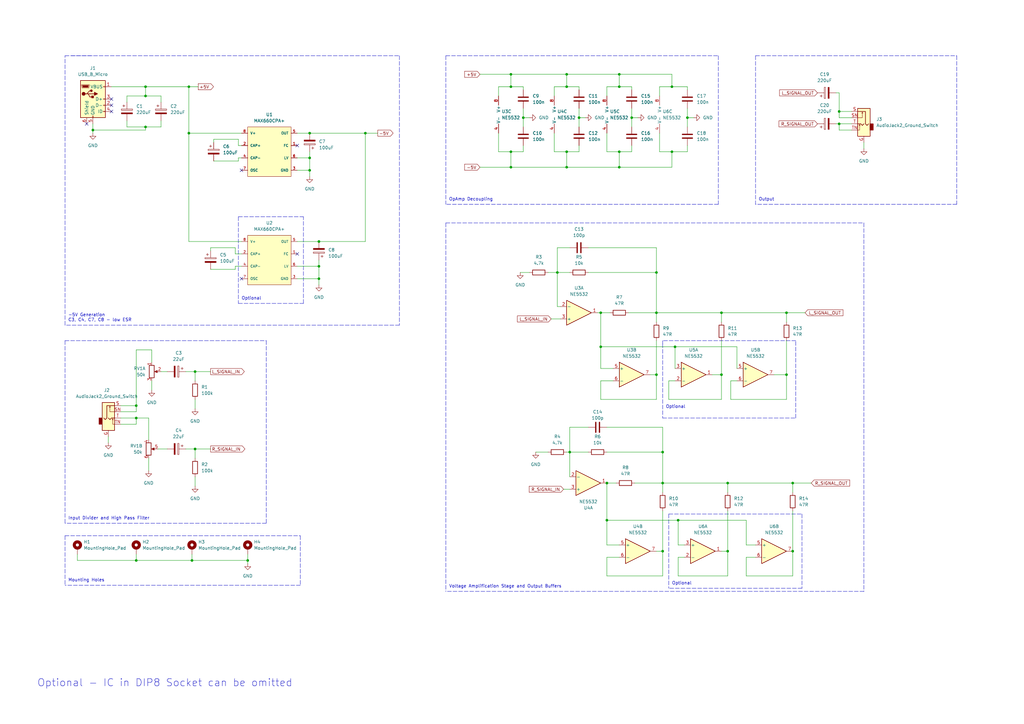
<source format=kicad_sch>
(kicad_sch (version 20211123) (generator eeschema)

  (uuid 25f0435b-e87a-4efc-b30d-1913f25ac968)

  (paper "A3")

  (title_block
    (title "Headphone Amplifier")
    (date "2022-10-01")
    (rev "v0.1")
    (company "Hugyik Kornél")
  )

  (lib_symbols
    (symbol "Amplifier_Operational:NE5532" (pin_names (offset 0.127)) (in_bom yes) (on_board yes)
      (property "Reference" "U" (id 0) (at 0 5.08 0)
        (effects (font (size 1.27 1.27)) (justify left))
      )
      (property "Value" "NE5532" (id 1) (at 0 -5.08 0)
        (effects (font (size 1.27 1.27)) (justify left))
      )
      (property "Footprint" "" (id 2) (at 0 0 0)
        (effects (font (size 1.27 1.27)) hide)
      )
      (property "Datasheet" "http://www.ti.com/lit/ds/symlink/ne5532.pdf" (id 3) (at 0 0 0)
        (effects (font (size 1.27 1.27)) hide)
      )
      (property "ki_locked" "" (id 4) (at 0 0 0)
        (effects (font (size 1.27 1.27)))
      )
      (property "ki_keywords" "dual opamp" (id 5) (at 0 0 0)
        (effects (font (size 1.27 1.27)) hide)
      )
      (property "ki_description" "Dual Low-Noise Operational Amplifiers, DIP-8/SOIC-8" (id 6) (at 0 0 0)
        (effects (font (size 1.27 1.27)) hide)
      )
      (property "ki_fp_filters" "SOIC*3.9x4.9mm*P1.27mm* DIP*W7.62mm* TO*99* OnSemi*Micro8* TSSOP*3x3mm*P0.65mm* TSSOP*4.4x3mm*P0.65mm* MSOP*3x3mm*P0.65mm* SSOP*3.9x4.9mm*P0.635mm* LFCSP*2x2mm*P0.5mm* *SIP* SOIC*5.3x6.2mm*P1.27mm*" (id 7) (at 0 0 0)
        (effects (font (size 1.27 1.27)) hide)
      )
      (symbol "NE5532_1_1"
        (polyline
          (pts
            (xy -5.08 5.08)
            (xy 5.08 0)
            (xy -5.08 -5.08)
            (xy -5.08 5.08)
          )
          (stroke (width 0.254) (type default) (color 0 0 0 0))
          (fill (type background))
        )
        (pin output line (at 7.62 0 180) (length 2.54)
          (name "~" (effects (font (size 1.27 1.27))))
          (number "1" (effects (font (size 1.27 1.27))))
        )
        (pin input line (at -7.62 -2.54 0) (length 2.54)
          (name "-" (effects (font (size 1.27 1.27))))
          (number "2" (effects (font (size 1.27 1.27))))
        )
        (pin input line (at -7.62 2.54 0) (length 2.54)
          (name "+" (effects (font (size 1.27 1.27))))
          (number "3" (effects (font (size 1.27 1.27))))
        )
      )
      (symbol "NE5532_2_1"
        (polyline
          (pts
            (xy -5.08 5.08)
            (xy 5.08 0)
            (xy -5.08 -5.08)
            (xy -5.08 5.08)
          )
          (stroke (width 0.254) (type default) (color 0 0 0 0))
          (fill (type background))
        )
        (pin input line (at -7.62 2.54 0) (length 2.54)
          (name "+" (effects (font (size 1.27 1.27))))
          (number "5" (effects (font (size 1.27 1.27))))
        )
        (pin input line (at -7.62 -2.54 0) (length 2.54)
          (name "-" (effects (font (size 1.27 1.27))))
          (number "6" (effects (font (size 1.27 1.27))))
        )
        (pin output line (at 7.62 0 180) (length 2.54)
          (name "~" (effects (font (size 1.27 1.27))))
          (number "7" (effects (font (size 1.27 1.27))))
        )
      )
      (symbol "NE5532_3_1"
        (pin power_in line (at -2.54 -7.62 90) (length 3.81)
          (name "V-" (effects (font (size 1.27 1.27))))
          (number "4" (effects (font (size 1.27 1.27))))
        )
        (pin power_in line (at -2.54 7.62 270) (length 3.81)
          (name "V+" (effects (font (size 1.27 1.27))))
          (number "8" (effects (font (size 1.27 1.27))))
        )
      )
    )
    (symbol "Connector:AudioJack2_Ground_Switch" (in_bom yes) (on_board yes)
      (property "Reference" "J" (id 0) (at 0 11.43 0)
        (effects (font (size 1.27 1.27)))
      )
      (property "Value" "AudioJack2_Ground_Switch" (id 1) (at 0 8.89 0)
        (effects (font (size 1.27 1.27)))
      )
      (property "Footprint" "" (id 2) (at 0 5.08 0)
        (effects (font (size 1.27 1.27)) hide)
      )
      (property "Datasheet" "~" (id 3) (at 0 5.08 0)
        (effects (font (size 1.27 1.27)) hide)
      )
      (property "ki_keywords" "audio jack receptacle mono headphones phone TS connector" (id 4) (at 0 0 0)
        (effects (font (size 1.27 1.27)) hide)
      )
      (property "ki_description" "Audio Jack, 2 Poles (Mono / TS), Grounded Sleeve, Switched Pole (Normalling)" (id 5) (at 0 0 0)
        (effects (font (size 1.27 1.27)) hide)
      )
      (property "ki_fp_filters" "Jack*" (id 6) (at 0 0 0)
        (effects (font (size 1.27 1.27)) hide)
      )
      (symbol "AudioJack2_Ground_Switch_0_1"
        (rectangle (start -2.54 -2.54) (end -3.81 0)
          (stroke (width 0.254) (type default) (color 0 0 0 0))
          (fill (type outline))
        )
        (rectangle (start 2.54 6.35) (end -2.54 -5.08)
          (stroke (width 0.254) (type default) (color 0 0 0 0))
          (fill (type background))
        )
      )
      (symbol "AudioJack2_Ground_Switch_1_1"
        (polyline
          (pts
            (xy 0.635 4.826)
            (xy 0.889 4.318)
          )
          (stroke (width 0) (type default) (color 0 0 0 0))
          (fill (type none))
        )
        (polyline
          (pts
            (xy 1.778 -0.254)
            (xy 2.032 -0.762)
          )
          (stroke (width 0) (type default) (color 0 0 0 0))
          (fill (type none))
        )
        (polyline
          (pts
            (xy 0 0)
            (xy 0.635 -0.635)
            (xy 1.27 0)
            (xy 2.54 0)
          )
          (stroke (width 0.254) (type default) (color 0 0 0 0))
          (fill (type none))
        )
        (polyline
          (pts
            (xy 2.54 -2.54)
            (xy 1.778 -2.54)
            (xy 1.778 -0.254)
            (xy 1.524 -0.762)
          )
          (stroke (width 0) (type default) (color 0 0 0 0))
          (fill (type none))
        )
        (polyline
          (pts
            (xy 2.54 2.54)
            (xy 0.635 2.54)
            (xy 0.635 4.826)
            (xy 0.381 4.318)
          )
          (stroke (width 0) (type default) (color 0 0 0 0))
          (fill (type none))
        )
        (polyline
          (pts
            (xy 2.54 5.08)
            (xy -0.635 5.08)
            (xy -0.635 0)
            (xy -1.27 -0.635)
            (xy -1.905 0)
          )
          (stroke (width 0.254) (type default) (color 0 0 0 0))
          (fill (type none))
        )
        (pin passive line (at 0 -7.62 90) (length 2.54)
          (name "~" (effects (font (size 1.27 1.27))))
          (number "G" (effects (font (size 1.27 1.27))))
        )
        (pin passive line (at 5.08 5.08 180) (length 2.54)
          (name "~" (effects (font (size 1.27 1.27))))
          (number "S" (effects (font (size 1.27 1.27))))
        )
        (pin passive line (at 5.08 2.54 180) (length 2.54)
          (name "~" (effects (font (size 1.27 1.27))))
          (number "SN" (effects (font (size 1.27 1.27))))
        )
        (pin passive line (at 5.08 0 180) (length 2.54)
          (name "~" (effects (font (size 1.27 1.27))))
          (number "T" (effects (font (size 1.27 1.27))))
        )
        (pin passive line (at 5.08 -2.54 180) (length 2.54)
          (name "~" (effects (font (size 1.27 1.27))))
          (number "TN" (effects (font (size 1.27 1.27))))
        )
      )
    )
    (symbol "Connector:USB_B_Micro" (pin_names (offset 1.016)) (in_bom yes) (on_board yes)
      (property "Reference" "J" (id 0) (at -5.08 11.43 0)
        (effects (font (size 1.27 1.27)) (justify left))
      )
      (property "Value" "USB_B_Micro" (id 1) (at -5.08 8.89 0)
        (effects (font (size 1.27 1.27)) (justify left))
      )
      (property "Footprint" "" (id 2) (at 3.81 -1.27 0)
        (effects (font (size 1.27 1.27)) hide)
      )
      (property "Datasheet" "~" (id 3) (at 3.81 -1.27 0)
        (effects (font (size 1.27 1.27)) hide)
      )
      (property "ki_keywords" "connector USB micro" (id 4) (at 0 0 0)
        (effects (font (size 1.27 1.27)) hide)
      )
      (property "ki_description" "USB Micro Type B connector" (id 5) (at 0 0 0)
        (effects (font (size 1.27 1.27)) hide)
      )
      (property "ki_fp_filters" "USB*" (id 6) (at 0 0 0)
        (effects (font (size 1.27 1.27)) hide)
      )
      (symbol "USB_B_Micro_0_1"
        (rectangle (start -5.08 -7.62) (end 5.08 7.62)
          (stroke (width 0.254) (type default) (color 0 0 0 0))
          (fill (type background))
        )
        (circle (center -3.81 2.159) (radius 0.635)
          (stroke (width 0.254) (type default) (color 0 0 0 0))
          (fill (type outline))
        )
        (circle (center -0.635 3.429) (radius 0.381)
          (stroke (width 0.254) (type default) (color 0 0 0 0))
          (fill (type outline))
        )
        (rectangle (start -0.127 -7.62) (end 0.127 -6.858)
          (stroke (width 0) (type default) (color 0 0 0 0))
          (fill (type none))
        )
        (polyline
          (pts
            (xy -1.905 2.159)
            (xy 0.635 2.159)
          )
          (stroke (width 0.254) (type default) (color 0 0 0 0))
          (fill (type none))
        )
        (polyline
          (pts
            (xy -3.175 2.159)
            (xy -2.54 2.159)
            (xy -1.27 3.429)
            (xy -0.635 3.429)
          )
          (stroke (width 0.254) (type default) (color 0 0 0 0))
          (fill (type none))
        )
        (polyline
          (pts
            (xy -2.54 2.159)
            (xy -1.905 2.159)
            (xy -1.27 0.889)
            (xy 0 0.889)
          )
          (stroke (width 0.254) (type default) (color 0 0 0 0))
          (fill (type none))
        )
        (polyline
          (pts
            (xy 0.635 2.794)
            (xy 0.635 1.524)
            (xy 1.905 2.159)
            (xy 0.635 2.794)
          )
          (stroke (width 0.254) (type default) (color 0 0 0 0))
          (fill (type outline))
        )
        (polyline
          (pts
            (xy -4.318 5.588)
            (xy -1.778 5.588)
            (xy -2.032 4.826)
            (xy -4.064 4.826)
            (xy -4.318 5.588)
          )
          (stroke (width 0) (type default) (color 0 0 0 0))
          (fill (type outline))
        )
        (polyline
          (pts
            (xy -4.699 5.842)
            (xy -4.699 5.588)
            (xy -4.445 4.826)
            (xy -4.445 4.572)
            (xy -1.651 4.572)
            (xy -1.651 4.826)
            (xy -1.397 5.588)
            (xy -1.397 5.842)
            (xy -4.699 5.842)
          )
          (stroke (width 0) (type default) (color 0 0 0 0))
          (fill (type none))
        )
        (rectangle (start 0.254 1.27) (end -0.508 0.508)
          (stroke (width 0.254) (type default) (color 0 0 0 0))
          (fill (type outline))
        )
        (rectangle (start 5.08 -5.207) (end 4.318 -4.953)
          (stroke (width 0) (type default) (color 0 0 0 0))
          (fill (type none))
        )
        (rectangle (start 5.08 -2.667) (end 4.318 -2.413)
          (stroke (width 0) (type default) (color 0 0 0 0))
          (fill (type none))
        )
        (rectangle (start 5.08 -0.127) (end 4.318 0.127)
          (stroke (width 0) (type default) (color 0 0 0 0))
          (fill (type none))
        )
        (rectangle (start 5.08 4.953) (end 4.318 5.207)
          (stroke (width 0) (type default) (color 0 0 0 0))
          (fill (type none))
        )
      )
      (symbol "USB_B_Micro_1_1"
        (pin power_out line (at 7.62 5.08 180) (length 2.54)
          (name "VBUS" (effects (font (size 1.27 1.27))))
          (number "1" (effects (font (size 1.27 1.27))))
        )
        (pin bidirectional line (at 7.62 -2.54 180) (length 2.54)
          (name "D-" (effects (font (size 1.27 1.27))))
          (number "2" (effects (font (size 1.27 1.27))))
        )
        (pin bidirectional line (at 7.62 0 180) (length 2.54)
          (name "D+" (effects (font (size 1.27 1.27))))
          (number "3" (effects (font (size 1.27 1.27))))
        )
        (pin passive line (at 7.62 -5.08 180) (length 2.54)
          (name "ID" (effects (font (size 1.27 1.27))))
          (number "4" (effects (font (size 1.27 1.27))))
        )
        (pin power_out line (at 0 -10.16 90) (length 2.54)
          (name "GND" (effects (font (size 1.27 1.27))))
          (number "5" (effects (font (size 1.27 1.27))))
        )
        (pin passive line (at -2.54 -10.16 90) (length 2.54)
          (name "Shield" (effects (font (size 1.27 1.27))))
          (number "6" (effects (font (size 1.27 1.27))))
        )
      )
    )
    (symbol "Device:C" (pin_numbers hide) (pin_names (offset 0.254)) (in_bom yes) (on_board yes)
      (property "Reference" "C" (id 0) (at 0.635 2.54 0)
        (effects (font (size 1.27 1.27)) (justify left))
      )
      (property "Value" "C" (id 1) (at 0.635 -2.54 0)
        (effects (font (size 1.27 1.27)) (justify left))
      )
      (property "Footprint" "" (id 2) (at 0.9652 -3.81 0)
        (effects (font (size 1.27 1.27)) hide)
      )
      (property "Datasheet" "~" (id 3) (at 0 0 0)
        (effects (font (size 1.27 1.27)) hide)
      )
      (property "ki_keywords" "cap capacitor" (id 4) (at 0 0 0)
        (effects (font (size 1.27 1.27)) hide)
      )
      (property "ki_description" "Unpolarized capacitor" (id 5) (at 0 0 0)
        (effects (font (size 1.27 1.27)) hide)
      )
      (property "ki_fp_filters" "C_*" (id 6) (at 0 0 0)
        (effects (font (size 1.27 1.27)) hide)
      )
      (symbol "C_0_1"
        (polyline
          (pts
            (xy -2.032 -0.762)
            (xy 2.032 -0.762)
          )
          (stroke (width 0.508) (type default) (color 0 0 0 0))
          (fill (type none))
        )
        (polyline
          (pts
            (xy -2.032 0.762)
            (xy 2.032 0.762)
          )
          (stroke (width 0.508) (type default) (color 0 0 0 0))
          (fill (type none))
        )
      )
      (symbol "C_1_1"
        (pin passive line (at 0 3.81 270) (length 2.794)
          (name "~" (effects (font (size 1.27 1.27))))
          (number "1" (effects (font (size 1.27 1.27))))
        )
        (pin passive line (at 0 -3.81 90) (length 2.794)
          (name "~" (effects (font (size 1.27 1.27))))
          (number "2" (effects (font (size 1.27 1.27))))
        )
      )
    )
    (symbol "Device:C_Polarized" (pin_numbers hide) (pin_names (offset 0.254)) (in_bom yes) (on_board yes)
      (property "Reference" "C" (id 0) (at 0.635 2.54 0)
        (effects (font (size 1.27 1.27)) (justify left))
      )
      (property "Value" "C_Polarized" (id 1) (at 0.635 -2.54 0)
        (effects (font (size 1.27 1.27)) (justify left))
      )
      (property "Footprint" "" (id 2) (at 0.9652 -3.81 0)
        (effects (font (size 1.27 1.27)) hide)
      )
      (property "Datasheet" "~" (id 3) (at 0 0 0)
        (effects (font (size 1.27 1.27)) hide)
      )
      (property "ki_keywords" "cap capacitor" (id 4) (at 0 0 0)
        (effects (font (size 1.27 1.27)) hide)
      )
      (property "ki_description" "Polarized capacitor" (id 5) (at 0 0 0)
        (effects (font (size 1.27 1.27)) hide)
      )
      (property "ki_fp_filters" "CP_*" (id 6) (at 0 0 0)
        (effects (font (size 1.27 1.27)) hide)
      )
      (symbol "C_Polarized_0_1"
        (rectangle (start -2.286 0.508) (end 2.286 1.016)
          (stroke (width 0) (type default) (color 0 0 0 0))
          (fill (type none))
        )
        (polyline
          (pts
            (xy -1.778 2.286)
            (xy -0.762 2.286)
          )
          (stroke (width 0) (type default) (color 0 0 0 0))
          (fill (type none))
        )
        (polyline
          (pts
            (xy -1.27 2.794)
            (xy -1.27 1.778)
          )
          (stroke (width 0) (type default) (color 0 0 0 0))
          (fill (type none))
        )
        (rectangle (start 2.286 -0.508) (end -2.286 -1.016)
          (stroke (width 0) (type default) (color 0 0 0 0))
          (fill (type outline))
        )
      )
      (symbol "C_Polarized_1_1"
        (pin passive line (at 0 3.81 270) (length 2.794)
          (name "~" (effects (font (size 1.27 1.27))))
          (number "1" (effects (font (size 1.27 1.27))))
        )
        (pin passive line (at 0 -3.81 90) (length 2.794)
          (name "~" (effects (font (size 1.27 1.27))))
          (number "2" (effects (font (size 1.27 1.27))))
        )
      )
    )
    (symbol "Device:R" (pin_numbers hide) (pin_names (offset 0)) (in_bom yes) (on_board yes)
      (property "Reference" "R" (id 0) (at 2.032 0 90)
        (effects (font (size 1.27 1.27)))
      )
      (property "Value" "R" (id 1) (at 0 0 90)
        (effects (font (size 1.27 1.27)))
      )
      (property "Footprint" "" (id 2) (at -1.778 0 90)
        (effects (font (size 1.27 1.27)) hide)
      )
      (property "Datasheet" "~" (id 3) (at 0 0 0)
        (effects (font (size 1.27 1.27)) hide)
      )
      (property "ki_keywords" "R res resistor" (id 4) (at 0 0 0)
        (effects (font (size 1.27 1.27)) hide)
      )
      (property "ki_description" "Resistor" (id 5) (at 0 0 0)
        (effects (font (size 1.27 1.27)) hide)
      )
      (property "ki_fp_filters" "R_*" (id 6) (at 0 0 0)
        (effects (font (size 1.27 1.27)) hide)
      )
      (symbol "R_0_1"
        (rectangle (start -1.016 -2.54) (end 1.016 2.54)
          (stroke (width 0.254) (type default) (color 0 0 0 0))
          (fill (type none))
        )
      )
      (symbol "R_1_1"
        (pin passive line (at 0 3.81 270) (length 1.27)
          (name "~" (effects (font (size 1.27 1.27))))
          (number "1" (effects (font (size 1.27 1.27))))
        )
        (pin passive line (at 0 -3.81 90) (length 1.27)
          (name "~" (effects (font (size 1.27 1.27))))
          (number "2" (effects (font (size 1.27 1.27))))
        )
      )
    )
    (symbol "Device:R_Potentiometer_Dual_Separate" (pin_names (offset 1.016) hide) (in_bom yes) (on_board yes)
      (property "Reference" "RV" (id 0) (at -4.445 0 90)
        (effects (font (size 1.27 1.27)))
      )
      (property "Value" "R_Potentiometer_Dual_Separate" (id 1) (at -2.54 0 90)
        (effects (font (size 1.27 1.27)))
      )
      (property "Footprint" "" (id 2) (at 0 0 0)
        (effects (font (size 1.27 1.27)) hide)
      )
      (property "Datasheet" "~" (id 3) (at 0 0 0)
        (effects (font (size 1.27 1.27)) hide)
      )
      (property "ki_keywords" "resistor variable" (id 4) (at 0 0 0)
        (effects (font (size 1.27 1.27)) hide)
      )
      (property "ki_description" "Dual potentiometer, separate units" (id 5) (at 0 0 0)
        (effects (font (size 1.27 1.27)) hide)
      )
      (property "ki_fp_filters" "Potentiometer*" (id 6) (at 0 0 0)
        (effects (font (size 1.27 1.27)) hide)
      )
      (symbol "R_Potentiometer_Dual_Separate_0_1"
        (polyline
          (pts
            (xy 2.54 0)
            (xy 1.524 0)
          )
          (stroke (width 0) (type default) (color 0 0 0 0))
          (fill (type none))
        )
        (polyline
          (pts
            (xy 1.143 0)
            (xy 2.286 0.508)
            (xy 2.286 -0.508)
            (xy 1.143 0)
          )
          (stroke (width 0) (type default) (color 0 0 0 0))
          (fill (type outline))
        )
        (rectangle (start 1.016 2.54) (end -1.016 -2.54)
          (stroke (width 0.254) (type default) (color 0 0 0 0))
          (fill (type none))
        )
      )
      (symbol "R_Potentiometer_Dual_Separate_1_1"
        (pin passive line (at 0 3.81 270) (length 1.27)
          (name "1" (effects (font (size 1.27 1.27))))
          (number "1" (effects (font (size 1.27 1.27))))
        )
        (pin passive line (at 3.81 0 180) (length 1.27)
          (name "2" (effects (font (size 1.27 1.27))))
          (number "2" (effects (font (size 1.27 1.27))))
        )
        (pin passive line (at 0 -3.81 90) (length 1.27)
          (name "3" (effects (font (size 1.27 1.27))))
          (number "3" (effects (font (size 1.27 1.27))))
        )
      )
      (symbol "R_Potentiometer_Dual_Separate_2_1"
        (pin passive line (at 0 3.81 270) (length 1.27)
          (name "4" (effects (font (size 1.27 1.27))))
          (number "4" (effects (font (size 1.27 1.27))))
        )
        (pin passive line (at 3.81 0 180) (length 1.27)
          (name "5" (effects (font (size 1.27 1.27))))
          (number "5" (effects (font (size 1.27 1.27))))
        )
        (pin passive line (at 0 -3.81 90) (length 1.27)
          (name "6" (effects (font (size 1.27 1.27))))
          (number "6" (effects (font (size 1.27 1.27))))
        )
      )
    )
    (symbol "Kori:MAX660CPA+" (pin_names (offset 1.016)) (in_bom yes) (on_board yes)
      (property "Reference" "U" (id 0) (at 0 5.08 0)
        (effects (font (size 1.27 1.27)) (justify left))
      )
      (property "Value" "MAX660CPA+" (id 1) (at 0 7.62 0)
        (effects (font (size 1.27 1.27)) (justify left))
      )
      (property "Footprint" "Maxim_Integrated-P8-2-04_2011-E-*" (id 2) (at 0 10.16 0)
        (effects (font (size 1.27 1.27)) (justify left) hide)
      )
      (property "Datasheet" "https://datasheets.maximintegrated.com/en/ds/MAX660.pdf" (id 3) (at 0 12.7 0)
        (effects (font (size 1.27 1.27)) (justify left) hide)
      )
      (property "automotive" "No" (id 4) (at 0 15.24 0)
        (effects (font (size 1.27 1.27)) (justify left) hide)
      )
      (property "category" "IC" (id 5) (at 0 17.78 0)
        (effects (font (size 1.27 1.27)) (justify left) hide)
      )
      (property "device class L1" "Integrated Circuits (ICs)" (id 6) (at 0 20.32 0)
        (effects (font (size 1.27 1.27)) (justify left) hide)
      )
      (property "device class L2" "Power Management ICs" (id 7) (at 0 22.86 0)
        (effects (font (size 1.27 1.27)) (justify left) hide)
      )
      (property "device class L3" "Voltage Regulators - Switching" (id 8) (at 0 25.4 0)
        (effects (font (size 1.27 1.27)) (justify left) hide)
      )
      (property "digikey description" "IC REG CHARG PUMP INV 100MA 8DIP" (id 9) (at 0 27.94 0)
        (effects (font (size 1.27 1.27)) (justify left) hide)
      )
      (property "digikey part number" "MAX660CPA+-ND" (id 10) (at 0 30.48 0)
        (effects (font (size 1.27 1.27)) (justify left) hide)
      )
      (property "footprint url" "https://pdfserv.maximintegrated.com/package_dwgs/21-0043.PDF" (id 11) (at 0 33.02 0)
        (effects (font (size 1.27 1.27)) (justify left) hide)
      )
      (property "height" "4.572mm" (id 12) (at 0 35.56 0)
        (effects (font (size 1.27 1.27)) (justify left) hide)
      )
      (property "lead free" "Yes" (id 13) (at 0 38.1 0)
        (effects (font (size 1.27 1.27)) (justify left) hide)
      )
      (property "library id" "914b9f0bffaa1b59" (id 14) (at 0 40.64 0)
        (effects (font (size 1.27 1.27)) (justify left) hide)
      )
      (property "manufacturer" "Maxim Integrated" (id 15) (at 0 43.18 0)
        (effects (font (size 1.27 1.27)) (justify left) hide)
      )
      (property "max power dissipation" "727mW" (id 16) (at 0 45.72 0)
        (effects (font (size 1.27 1.27)) (justify left) hide)
      )
      (property "max supply voltage" "5.5V" (id 17) (at 0 48.26 0)
        (effects (font (size 1.27 1.27)) (justify left) hide)
      )
      (property "min supply voltage" "1.5V" (id 18) (at 0 50.8 0)
        (effects (font (size 1.27 1.27)) (justify left) hide)
      )
      (property "mouser description" "Voltage Regulators - Switching Regulators CMOS Monolithic Voltage Converter" (id 19) (at 0 53.34 0)
        (effects (font (size 1.27 1.27)) (justify left) hide)
      )
      (property "mouser part number" "700-MAX660CPA" (id 20) (at 0 55.88 0)
        (effects (font (size 1.27 1.27)) (justify left) hide)
      )
      (property "negative voltage available" "true" (id 21) (at 0 58.42 0)
        (effects (font (size 1.27 1.27)) (justify left) hide)
      )
      (property "nominal supply current" "0.12-1mA" (id 22) (at 0 60.96 0)
        (effects (font (size 1.27 1.27)) (justify left) hide)
      )
      (property "number of outputs" "1" (id 23) (at 0 63.5 0)
        (effects (font (size 1.27 1.27)) (justify left) hide)
      )
      (property "output current" "100mA" (id 24) (at 0 66.04 0)
        (effects (font (size 1.27 1.27)) (justify left) hide)
      )
      (property "output type" "Other" (id 25) (at 0 68.58 0)
        (effects (font (size 1.27 1.27)) (justify left) hide)
      )
      (property "output voltage" "-5.5/+11V" (id 26) (at 0 71.12 0)
        (effects (font (size 1.27 1.27)) (justify left) hide)
      )
      (property "package" "PDIP8" (id 27) (at 0 73.66 0)
        (effects (font (size 1.27 1.27)) (justify left) hide)
      )
      (property "rohs" "Yes" (id 28) (at 0 76.2 0)
        (effects (font (size 1.27 1.27)) (justify left) hide)
      )
      (property "standoff height" "0.38mm" (id 29) (at 0 78.74 0)
        (effects (font (size 1.27 1.27)) (justify left) hide)
      )
      (property "switching frequency" "10/80kHz" (id 30) (at 0 81.28 0)
        (effects (font (size 1.27 1.27)) (justify left) hide)
      )
      (property "switching topology" "Charge Pump" (id 31) (at 0 83.82 0)
        (effects (font (size 1.27 1.27)) (justify left) hide)
      )
      (property "temperature range high" "+70°C" (id 32) (at 0 86.36 0)
        (effects (font (size 1.27 1.27)) (justify left) hide)
      )
      (property "temperature range low" "0°C" (id 33) (at 0 88.9 0)
        (effects (font (size 1.27 1.27)) (justify left) hide)
      )
      (property "ki_locked" "" (id 34) (at 0 0 0)
        (effects (font (size 1.27 1.27)))
      )
      (property "ki_description" "MAX660CPA+" (id 35) (at 0 0 0)
        (effects (font (size 1.27 1.27)) hide)
      )
      (symbol "MAX660CPA+_1_1"
        (rectangle (start 5.08 2.54) (end 22.86 -17.78)
          (stroke (width 0) (type default) (color 0 0 0 0))
          (fill (type background))
        )
        (pin passive line (at 25.4 -5.08 180) (length 2.54)
          (name "FC" (effects (font (size 1.016 1.016))))
          (number "1" (effects (font (size 1.016 1.016))))
        )
        (pin passive line (at 2.54 -5.08 0) (length 2.54)
          (name "CAP+" (effects (font (size 1.016 1.016))))
          (number "2" (effects (font (size 1.016 1.016))))
        )
        (pin power_in line (at 25.4 -15.24 180) (length 2.54)
          (name "GND" (effects (font (size 1.016 1.016))))
          (number "3" (effects (font (size 1.016 1.016))))
        )
        (pin passive line (at 2.54 -10.16 0) (length 2.54)
          (name "CAP-" (effects (font (size 1.016 1.016))))
          (number "4" (effects (font (size 1.016 1.016))))
        )
        (pin power_in line (at 25.4 0 180) (length 2.54)
          (name "OUT" (effects (font (size 1.016 1.016))))
          (number "5" (effects (font (size 1.016 1.016))))
        )
        (pin passive line (at 25.4 -10.16 180) (length 2.54)
          (name "LV" (effects (font (size 1.016 1.016))))
          (number "6" (effects (font (size 1.016 1.016))))
        )
        (pin passive line (at 2.54 -15.24 0) (length 2.54)
          (name "OSC" (effects (font (size 1.016 1.016))))
          (number "7" (effects (font (size 1.016 1.016))))
        )
        (pin power_in line (at 2.54 0 0) (length 2.54)
          (name "V+" (effects (font (size 1.016 1.016))))
          (number "8" (effects (font (size 1.016 1.016))))
        )
      )
    )
    (symbol "Mechanical:MountingHole_Pad" (pin_numbers hide) (pin_names (offset 1.016) hide) (in_bom yes) (on_board yes)
      (property "Reference" "H" (id 0) (at 0 6.35 0)
        (effects (font (size 1.27 1.27)))
      )
      (property "Value" "MountingHole_Pad" (id 1) (at 0 4.445 0)
        (effects (font (size 1.27 1.27)))
      )
      (property "Footprint" "" (id 2) (at 0 0 0)
        (effects (font (size 1.27 1.27)) hide)
      )
      (property "Datasheet" "~" (id 3) (at 0 0 0)
        (effects (font (size 1.27 1.27)) hide)
      )
      (property "ki_keywords" "mounting hole" (id 4) (at 0 0 0)
        (effects (font (size 1.27 1.27)) hide)
      )
      (property "ki_description" "Mounting Hole with connection" (id 5) (at 0 0 0)
        (effects (font (size 1.27 1.27)) hide)
      )
      (property "ki_fp_filters" "MountingHole*Pad*" (id 6) (at 0 0 0)
        (effects (font (size 1.27 1.27)) hide)
      )
      (symbol "MountingHole_Pad_0_1"
        (circle (center 0 1.27) (radius 1.27)
          (stroke (width 1.27) (type default) (color 0 0 0 0))
          (fill (type none))
        )
      )
      (symbol "MountingHole_Pad_1_1"
        (pin input line (at 0 -2.54 90) (length 2.54)
          (name "1" (effects (font (size 1.27 1.27))))
          (number "1" (effects (font (size 1.27 1.27))))
        )
      )
    )
    (symbol "power:GND" (power) (pin_names (offset 0)) (in_bom yes) (on_board yes)
      (property "Reference" "#PWR" (id 0) (at 0 -6.35 0)
        (effects (font (size 1.27 1.27)) hide)
      )
      (property "Value" "GND" (id 1) (at 0 -3.81 0)
        (effects (font (size 1.27 1.27)))
      )
      (property "Footprint" "" (id 2) (at 0 0 0)
        (effects (font (size 1.27 1.27)) hide)
      )
      (property "Datasheet" "" (id 3) (at 0 0 0)
        (effects (font (size 1.27 1.27)) hide)
      )
      (property "ki_keywords" "power-flag" (id 4) (at 0 0 0)
        (effects (font (size 1.27 1.27)) hide)
      )
      (property "ki_description" "Power symbol creates a global label with name \"GND\" , ground" (id 5) (at 0 0 0)
        (effects (font (size 1.27 1.27)) hide)
      )
      (symbol "GND_0_1"
        (polyline
          (pts
            (xy 0 0)
            (xy 0 -1.27)
            (xy 1.27 -1.27)
            (xy 0 -2.54)
            (xy -1.27 -1.27)
            (xy 0 -1.27)
          )
          (stroke (width 0) (type default) (color 0 0 0 0))
          (fill (type none))
        )
      )
      (symbol "GND_1_1"
        (pin power_in line (at 0 0 270) (length 0) hide
          (name "GND" (effects (font (size 1.27 1.27))))
          (number "1" (effects (font (size 1.27 1.27))))
        )
      )
    )
  )

  (junction (at 80.01 184.15) (diameter 0) (color 0 0 0 0)
    (uuid 01c2e389-fd33-4f13-bf81-03ea1538a8aa)
  )
  (junction (at 209.55 68.58) (diameter 0) (color 0 0 0 0)
    (uuid 02b8718f-fa1b-4246-8cd3-b11757728e47)
  )
  (junction (at 298.45 226.06) (diameter 0) (color 0 0 0 0)
    (uuid 0b81b517-e69f-4ab3-975a-7908bbc18259)
  )
  (junction (at 281.94 48.26) (diameter 0) (color 0 0 0 0)
    (uuid 0b9740eb-7769-4aa2-bb8b-14aaf64311b8)
  )
  (junction (at 77.47 35.56) (diameter 0) (color 0 0 0 0)
    (uuid 0d23a52a-9be1-40e5-bdac-9b515643cb83)
  )
  (junction (at 209.55 62.23) (diameter 0) (color 0 0 0 0)
    (uuid 16a1a568-9ae1-447b-9b9c-b30685deb40f)
  )
  (junction (at 278.13 213.36) (diameter 0) (color 0 0 0 0)
    (uuid 16e0431d-9662-40eb-bcc8-33a2b7d7e9c8)
  )
  (junction (at 322.58 153.67) (diameter 0) (color 0 0 0 0)
    (uuid 1ab4b52f-9eac-451e-9496-75ba155b5524)
  )
  (junction (at 344.17 50.8) (diameter 0) (color 0 0 0 0)
    (uuid 1cc7b491-daf3-490c-87c7-f1bd2c175988)
  )
  (junction (at 127 64.77) (diameter 0) (color 0 0 0 0)
    (uuid 1daf8607-a29d-48d2-91eb-2c92b675b724)
  )
  (junction (at 127 69.85) (diameter 0) (color 0 0 0 0)
    (uuid 1dc30b21-9282-445f-a38f-5a18dcbd8040)
  )
  (junction (at 232.41 35.56) (diameter 0) (color 0 0 0 0)
    (uuid 200d2bf5-2799-4a4e-9d70-0a42029e68ac)
  )
  (junction (at 269.24 111.76) (diameter 0) (color 0 0 0 0)
    (uuid 2049ceee-e3ff-49fc-8f42-ac6347a36be9)
  )
  (junction (at 322.58 128.27) (diameter 0) (color 0 0 0 0)
    (uuid 2051ebc9-18fe-4403-931a-74ec9b756d97)
  )
  (junction (at 254 30.48) (diameter 0) (color 0 0 0 0)
    (uuid 2a1de441-93ac-4593-980d-ebe55950a696)
  )
  (junction (at 248.92 213.36) (diameter 0) (color 0 0 0 0)
    (uuid 2fb04b76-15a5-40b1-a100-8b55865a54dc)
  )
  (junction (at 237.49 48.26) (diameter 0) (color 0 0 0 0)
    (uuid 35ae7a87-020c-4302-ae50-185af20a97d0)
  )
  (junction (at 271.78 198.12) (diameter 0) (color 0 0 0 0)
    (uuid 363aefba-e2c6-408f-9e99-4e04b9ca5ed6)
  )
  (junction (at 149.86 54.61) (diameter 0) (color 0 0 0 0)
    (uuid 37abb2af-e9c6-4cb7-8f48-ab3cbf907490)
  )
  (junction (at 59.69 39.37) (diameter 0) (color 0 0 0 0)
    (uuid 381ed12e-d04e-4220-9eae-e282d9bd8a35)
  )
  (junction (at 232.41 30.48) (diameter 0) (color 0 0 0 0)
    (uuid 38571e9b-7aba-4f07-a8dc-4285c9d45e7a)
  )
  (junction (at 271.78 226.06) (diameter 0) (color 0 0 0 0)
    (uuid 41a24fc5-4e2a-4ac2-9427-1a07a5717410)
  )
  (junction (at 59.69 35.56) (diameter 0) (color 0 0 0 0)
    (uuid 424fcf53-84ba-4fde-a738-9bf80b1ee1c0)
  )
  (junction (at 38.1 53.34) (diameter 0) (color 0 0 0 0)
    (uuid 4ed3fc28-9dfd-4add-b7cd-2d4d7df03a56)
  )
  (junction (at 298.45 198.12) (diameter 0) (color 0 0 0 0)
    (uuid 5198b7e5-9638-46f8-aca5-37ed93d2daf2)
  )
  (junction (at 59.69 52.07) (diameter 0) (color 0 0 0 0)
    (uuid 561d8c11-c652-4996-9561-664c1f8fe53b)
  )
  (junction (at 344.17 45.72) (diameter 0) (color 0 0 0 0)
    (uuid 614cef1e-e50c-44c3-bc84-3b79666a2e08)
  )
  (junction (at 130.81 109.22) (diameter 0) (color 0 0 0 0)
    (uuid 669c4049-bdd9-4d76-9eee-987898aba0fd)
  )
  (junction (at 295.91 128.27) (diameter 0) (color 0 0 0 0)
    (uuid 686b62d0-2b57-4ef6-af3a-31cdbd4e4b41)
  )
  (junction (at 269.24 128.27) (diameter 0) (color 0 0 0 0)
    (uuid 6c31d61d-ed74-4903-9e66-bc96a2e076b3)
  )
  (junction (at 233.68 185.42) (diameter 0) (color 0 0 0 0)
    (uuid 6ced76ae-6e1f-4022-aabb-f7776b8205ed)
  )
  (junction (at 130.81 99.06) (diameter 0) (color 0 0 0 0)
    (uuid 7a0cc94d-d177-4ee0-adbb-423b236ef0a7)
  )
  (junction (at 214.63 48.26) (diameter 0) (color 0 0 0 0)
    (uuid 86a49d3b-20ea-46c4-ac5c-8f9e33ae41c2)
  )
  (junction (at 269.24 153.67) (diameter 0) (color 0 0 0 0)
    (uuid 93fa7f5f-1b83-41c0-86ff-353673f81b65)
  )
  (junction (at 232.41 62.23) (diameter 0) (color 0 0 0 0)
    (uuid 9690472d-e570-4625-9e3e-f7c9927f3ac8)
  )
  (junction (at 259.08 48.26) (diameter 0) (color 0 0 0 0)
    (uuid 98c88b08-70a0-4338-aa07-41b5c0638f54)
  )
  (junction (at 232.41 68.58) (diameter 0) (color 0 0 0 0)
    (uuid 99938d9f-fb14-4b47-acf2-9be43e1e07a9)
  )
  (junction (at 246.38 128.27) (diameter 0) (color 0 0 0 0)
    (uuid 9ebd7d9d-60c0-40b1-ac54-10a4f3998f81)
  )
  (junction (at 55.88 166.37) (diameter 0) (color 0 0 0 0)
    (uuid a50487bc-ac8d-44e1-bdca-f767a5e4717a)
  )
  (junction (at 275.59 62.23) (diameter 0) (color 0 0 0 0)
    (uuid a6746231-7c37-421f-9b30-2427268b8a51)
  )
  (junction (at 271.78 185.42) (diameter 0) (color 0 0 0 0)
    (uuid aeb841af-a28a-43e8-af98-973a3ab606f7)
  )
  (junction (at 209.55 35.56) (diameter 0) (color 0 0 0 0)
    (uuid b133f9aa-d135-4869-857e-0d57017b5d00)
  )
  (junction (at 254 62.23) (diameter 0) (color 0 0 0 0)
    (uuid b670929c-f5c1-49be-891c-27406efc2c1f)
  )
  (junction (at 254 35.56) (diameter 0) (color 0 0 0 0)
    (uuid b681c030-bf5a-4694-a5f0-4d373aba7f33)
  )
  (junction (at 209.55 30.48) (diameter 0) (color 0 0 0 0)
    (uuid b8d285b0-8c1d-44bc-a3aa-8c910ae61c04)
  )
  (junction (at 127 54.61) (diameter 0) (color 0 0 0 0)
    (uuid be1302b9-21a4-4629-bbeb-f3ae0a0de145)
  )
  (junction (at 275.59 35.56) (diameter 0) (color 0 0 0 0)
    (uuid be78a48b-e1f8-49b4-a57e-fd59ec870739)
  )
  (junction (at 246.38 142.24) (diameter 0) (color 0 0 0 0)
    (uuid bf5bd80e-4b6e-42dd-951f-a388957c9bc9)
  )
  (junction (at 276.86 142.24) (diameter 0) (color 0 0 0 0)
    (uuid c01276f9-4100-49e4-849c-1bc6e54f33a5)
  )
  (junction (at 78.74 229.87) (diameter 0) (color 0 0 0 0)
    (uuid c93fced7-fb22-439f-acec-a6bcb8ea6c3e)
  )
  (junction (at 248.92 198.12) (diameter 0) (color 0 0 0 0)
    (uuid cfd147bd-b657-4baa-ae09-43d0410ddd17)
  )
  (junction (at 55.88 171.45) (diameter 0) (color 0 0 0 0)
    (uuid d4ca6b55-8766-4191-9a13-02e9a356812a)
  )
  (junction (at 55.88 229.87) (diameter 0) (color 0 0 0 0)
    (uuid d5ff68fb-c01f-4a0b-ab9e-6512b68425e9)
  )
  (junction (at 254 68.58) (diameter 0) (color 0 0 0 0)
    (uuid d831b32d-390a-47d1-813a-0c2e724bd87f)
  )
  (junction (at 77.47 54.61) (diameter 0) (color 0 0 0 0)
    (uuid dd281de2-8ea5-4cf2-a16c-3c9d4167c984)
  )
  (junction (at 101.6 229.87) (diameter 0) (color 0 0 0 0)
    (uuid e63b275f-0bd9-41c0-8573-eb37f296df46)
  )
  (junction (at 80.01 152.4) (diameter 0) (color 0 0 0 0)
    (uuid e826ec5d-b718-4f6b-81f3-de2adbd2d8ba)
  )
  (junction (at 325.12 226.06) (diameter 0) (color 0 0 0 0)
    (uuid ed936b40-a227-44ab-be48-612331c64e65)
  )
  (junction (at 228.6 111.76) (diameter 0) (color 0 0 0 0)
    (uuid ee4f493b-bbb2-472e-af47-aed8c37fdc95)
  )
  (junction (at 325.12 198.12) (diameter 0) (color 0 0 0 0)
    (uuid f1a3af0d-a6e5-4b03-ab86-1bc90ceb4e75)
  )
  (junction (at 130.81 114.3) (diameter 0) (color 0 0 0 0)
    (uuid f291c598-8060-4ee8-ba77-a154e37894ba)
  )
  (junction (at 295.91 153.67) (diameter 0) (color 0 0 0 0)
    (uuid fd77da9d-fefa-4bd4-8adb-a68db308e58d)
  )

  (no_connect (at 99.06 114.3) (uuid 39567af1-bd58-4403-a9f7-f6a5c561c61e))
  (no_connect (at 121.92 59.69) (uuid 39567af1-bd58-4403-a9f7-f6a5c561c61f))
  (no_connect (at 99.06 69.85) (uuid 39567af1-bd58-4403-a9f7-f6a5c561c620))
  (no_connect (at 121.92 104.14) (uuid 39567af1-bd58-4403-a9f7-f6a5c561c621))
  (no_connect (at 35.56 50.8) (uuid 937b8ad8-725b-4cf9-82ce-8ba09bc18b85))
  (no_connect (at 45.72 45.72) (uuid 937b8ad8-725b-4cf9-82ce-8ba09bc18b86))
  (no_connect (at 45.72 40.64) (uuid 937b8ad8-725b-4cf9-82ce-8ba09bc18b87))
  (no_connect (at 45.72 43.18) (uuid 937b8ad8-725b-4cf9-82ce-8ba09bc18b88))

  (polyline (pts (xy 309.88 22.86) (xy 309.88 83.82))
    (stroke (width 0) (type default) (color 0 0 0 0))
    (uuid 0008ec01-9fe2-4e30-b7dc-a0108719c874)
  )
  (polyline (pts (xy 123.19 240.03) (xy 26.67 240.03))
    (stroke (width 0) (type default) (color 0 0 0 0))
    (uuid 031e727a-b4a0-42e4-a82f-c04205a52ce6)
  )

  (wire (pts (xy 52.07 52.07) (xy 52.07 49.53))
    (stroke (width 0) (type default) (color 0 0 0 0))
    (uuid 05520379-53be-4dde-986b-ce0c2362cb96)
  )
  (wire (pts (xy 349.25 48.26) (xy 344.17 48.26))
    (stroke (width 0) (type default) (color 0 0 0 0))
    (uuid 05845f94-aa76-4fd5-807e-d5bcc4373a73)
  )
  (wire (pts (xy 275.59 62.23) (xy 281.94 62.23))
    (stroke (width 0) (type default) (color 0 0 0 0))
    (uuid 05a65451-9317-4ad7-9ca1-044aab2cdb96)
  )
  (wire (pts (xy 259.08 44.45) (xy 259.08 48.26))
    (stroke (width 0) (type default) (color 0 0 0 0))
    (uuid 06bd84f5-7401-48fb-a30e-250e70128fff)
  )
  (wire (pts (xy 214.63 44.45) (xy 214.63 48.26))
    (stroke (width 0) (type default) (color 0 0 0 0))
    (uuid 06d54bc2-3ee4-4d68-b710-8c756631a526)
  )
  (wire (pts (xy 271.78 198.12) (xy 298.45 198.12))
    (stroke (width 0) (type default) (color 0 0 0 0))
    (uuid 07b2fa65-f17c-4e78-83c0-f527e732252d)
  )
  (wire (pts (xy 259.08 36.83) (xy 259.08 35.56))
    (stroke (width 0) (type default) (color 0 0 0 0))
    (uuid 07d53ceb-21ac-422e-ade2-43df7d01bd41)
  )
  (wire (pts (xy 66.04 152.4) (xy 68.58 152.4))
    (stroke (width 0) (type default) (color 0 0 0 0))
    (uuid 07dc0860-030e-4282-a096-3df050c9576c)
  )
  (wire (pts (xy 209.55 30.48) (xy 232.41 30.48))
    (stroke (width 0) (type default) (color 0 0 0 0))
    (uuid 0895a23f-f02a-4acb-81a3-a8469a210fe4)
  )
  (wire (pts (xy 344.17 50.8) (xy 349.25 50.8))
    (stroke (width 0) (type default) (color 0 0 0 0))
    (uuid 091726ea-937a-43d6-92d2-9fcaf1f21c37)
  )
  (wire (pts (xy 254 68.58) (xy 254 62.23))
    (stroke (width 0) (type default) (color 0 0 0 0))
    (uuid 0c13abe1-2c4e-44cb-b09e-c8f390b9c388)
  )
  (wire (pts (xy 260.35 198.12) (xy 271.78 198.12))
    (stroke (width 0) (type default) (color 0 0 0 0))
    (uuid 0c88aa7e-fde7-49a1-aa72-7d90c2c4d400)
  )
  (polyline (pts (xy 271.78 140.97) (xy 271.78 171.45))
    (stroke (width 0) (type default) (color 0 0 0 0))
    (uuid 0e6c9010-dea1-44a5-8521-eacba56c9017)
  )

  (wire (pts (xy 121.92 114.3) (xy 130.81 114.3))
    (stroke (width 0) (type default) (color 0 0 0 0))
    (uuid 0ed4cceb-ec8e-4ac0-a0c0-0c70e62b1c89)
  )
  (wire (pts (xy 224.79 111.76) (xy 228.6 111.76))
    (stroke (width 0) (type default) (color 0 0 0 0))
    (uuid 0fe63499-488d-47c5-bc99-fe820e2be612)
  )
  (wire (pts (xy 281.94 59.69) (xy 281.94 62.23))
    (stroke (width 0) (type default) (color 0 0 0 0))
    (uuid 11818d57-ad30-46f5-a028-7837dc2570a3)
  )
  (polyline (pts (xy 271.78 139.7) (xy 271.78 140.97))
    (stroke (width 0) (type default) (color 0 0 0 0))
    (uuid 12e21639-3ef3-4a9b-97a3-d5a1dd293a56)
  )

  (wire (pts (xy 80.01 184.15) (xy 86.36 184.15))
    (stroke (width 0) (type default) (color 0 0 0 0))
    (uuid 135821e0-0681-4670-b383-4e09bee79541)
  )
  (wire (pts (xy 97.79 59.69) (xy 97.79 57.15))
    (stroke (width 0) (type default) (color 0 0 0 0))
    (uuid 145fb2fe-007d-4ddb-b1e7-71dc3bebc8f0)
  )
  (wire (pts (xy 241.3 111.76) (xy 269.24 111.76))
    (stroke (width 0) (type default) (color 0 0 0 0))
    (uuid 14710e72-e67f-4350-8a4b-e47fadddbf81)
  )
  (wire (pts (xy 232.41 30.48) (xy 254 30.48))
    (stroke (width 0) (type default) (color 0 0 0 0))
    (uuid 154226f5-1e88-4bb8-b046-2bb28b6bbe94)
  )
  (wire (pts (xy 80.01 152.4) (xy 86.36 152.4))
    (stroke (width 0) (type default) (color 0 0 0 0))
    (uuid 15a25d96-d3c0-4886-960d-530cfedc6b85)
  )
  (wire (pts (xy 259.08 48.26) (xy 259.08 52.07))
    (stroke (width 0) (type default) (color 0 0 0 0))
    (uuid 15e986fa-48b2-498e-9539-7789fb9b669f)
  )
  (wire (pts (xy 295.91 163.83) (xy 295.91 153.67))
    (stroke (width 0) (type default) (color 0 0 0 0))
    (uuid 16125b2f-4ae8-472d-bfe8-556ed9bcfa31)
  )
  (wire (pts (xy 248.92 35.56) (xy 248.92 39.37))
    (stroke (width 0) (type default) (color 0 0 0 0))
    (uuid 187d645c-2ea8-4fbe-9e82-8dbb29a6d8e1)
  )
  (wire (pts (xy 233.68 185.42) (xy 241.3 185.42))
    (stroke (width 0) (type default) (color 0 0 0 0))
    (uuid 1906b2bc-de66-4cca-84e8-f8e917aeed19)
  )
  (wire (pts (xy 276.86 142.24) (xy 246.38 142.24))
    (stroke (width 0) (type default) (color 0 0 0 0))
    (uuid 199b8db6-2fbd-471b-ae37-79e294b34721)
  )
  (wire (pts (xy 130.81 116.84) (xy 130.81 114.3))
    (stroke (width 0) (type default) (color 0 0 0 0))
    (uuid 1d0f8dd2-1394-4139-93e0-767f0ead9d4d)
  )
  (wire (pts (xy 248.92 198.12) (xy 248.92 213.36))
    (stroke (width 0) (type default) (color 0 0 0 0))
    (uuid 1d588850-7303-4477-b9c4-9df8e090f578)
  )
  (wire (pts (xy 38.1 50.8) (xy 38.1 53.34))
    (stroke (width 0) (type default) (color 0 0 0 0))
    (uuid 1df0c7cf-d346-4809-8355-a538ea950cb1)
  )
  (polyline (pts (xy 163.83 22.86) (xy 163.83 133.35))
    (stroke (width 0) (type default) (color 0 0 0 0))
    (uuid 1e8e2885-651c-4994-9315-88b28f45119d)
  )

  (wire (pts (xy 325.12 209.55) (xy 325.12 226.06))
    (stroke (width 0) (type default) (color 0 0 0 0))
    (uuid 1e9a2b53-d5d1-459b-93d2-e9fe9c56ccee)
  )
  (wire (pts (xy 257.81 128.27) (xy 269.24 128.27))
    (stroke (width 0) (type default) (color 0 0 0 0))
    (uuid 1f540175-ad84-47b6-b806-64cda7b617cb)
  )
  (wire (pts (xy 344.17 45.72) (xy 344.17 38.1))
    (stroke (width 0) (type default) (color 0 0 0 0))
    (uuid 20486567-f40f-4004-8ab9-1b1549cdd430)
  )
  (wire (pts (xy 214.63 59.69) (xy 214.63 62.23))
    (stroke (width 0) (type default) (color 0 0 0 0))
    (uuid 207234b2-e05e-443c-a71c-3946ffd38d2e)
  )
  (polyline (pts (xy 26.67 133.35) (xy 26.67 22.86))
    (stroke (width 0) (type default) (color 0 0 0 0))
    (uuid 215f21e6-6725-4846-933c-5d665ba37b57)
  )

  (wire (pts (xy 80.01 163.83) (xy 80.01 167.64))
    (stroke (width 0) (type default) (color 0 0 0 0))
    (uuid 238018d5-075d-4a1e-8fab-ac0ed09615f0)
  )
  (wire (pts (xy 342.9 50.8) (xy 344.17 50.8))
    (stroke (width 0) (type default) (color 0 0 0 0))
    (uuid 23a93844-5a4a-441c-b59b-26be7ad2fe89)
  )
  (wire (pts (xy 298.45 236.22) (xy 278.13 236.22))
    (stroke (width 0) (type default) (color 0 0 0 0))
    (uuid 23b72ee3-61d1-4731-8500-11173ec597a2)
  )
  (wire (pts (xy 59.69 52.07) (xy 59.69 53.34))
    (stroke (width 0) (type default) (color 0 0 0 0))
    (uuid 23e37c99-6470-4956-87a9-9f54eb943a1c)
  )
  (polyline (pts (xy 271.78 171.45) (xy 326.39 171.45))
    (stroke (width 0) (type default) (color 0 0 0 0))
    (uuid 25b1c698-d137-48c1-a875-072f4649dbae)
  )

  (wire (pts (xy 269.24 128.27) (xy 269.24 132.08))
    (stroke (width 0) (type default) (color 0 0 0 0))
    (uuid 26116c42-8e93-4638-b7a0-1c4078bcaa25)
  )
  (wire (pts (xy 275.59 35.56) (xy 270.51 35.56))
    (stroke (width 0) (type default) (color 0 0 0 0))
    (uuid 2682986a-aa21-4ca4-8172-ef93d8c9c664)
  )
  (polyline (pts (xy 182.88 91.44) (xy 182.88 242.57))
    (stroke (width 0) (type default) (color 0 0 0 0))
    (uuid 28d7049b-09d2-4a2c-bd3d-f48df608bb6c)
  )

  (wire (pts (xy 232.41 185.42) (xy 233.68 185.42))
    (stroke (width 0) (type default) (color 0 0 0 0))
    (uuid 298aedb7-1b69-4843-a648-1f17998e819d)
  )
  (wire (pts (xy 80.01 195.58) (xy 80.01 199.39))
    (stroke (width 0) (type default) (color 0 0 0 0))
    (uuid 2a2689e3-fe3e-459a-a20c-7ec89893940c)
  )
  (wire (pts (xy 241.3 101.6) (xy 269.24 101.6))
    (stroke (width 0) (type default) (color 0 0 0 0))
    (uuid 2f3c6c7c-8a79-4355-bf06-cb784869bbc6)
  )
  (wire (pts (xy 96.52 101.6) (xy 96.52 104.14))
    (stroke (width 0) (type default) (color 0 0 0 0))
    (uuid 2f44fcf5-c41c-44c4-96a8-d7317abff40b)
  )
  (wire (pts (xy 44.45 179.07) (xy 44.45 181.61))
    (stroke (width 0) (type default) (color 0 0 0 0))
    (uuid 327bfc0b-34f0-4bf9-be87-28e4ea542e82)
  )
  (polyline (pts (xy 328.93 241.3) (xy 274.32 241.3))
    (stroke (width 0) (type default) (color 0 0 0 0))
    (uuid 330cdaec-9886-486e-83e7-1a1f69f5f4b1)
  )

  (wire (pts (xy 55.88 229.87) (xy 78.74 229.87))
    (stroke (width 0) (type default) (color 0 0 0 0))
    (uuid 33ba10b0-1cc3-499a-962b-438fcbb601c5)
  )
  (wire (pts (xy 233.68 185.42) (xy 233.68 195.58))
    (stroke (width 0) (type default) (color 0 0 0 0))
    (uuid 3415b5ec-9572-4435-accf-fd027a84aa00)
  )
  (wire (pts (xy 228.6 101.6) (xy 233.68 101.6))
    (stroke (width 0) (type default) (color 0 0 0 0))
    (uuid 36bd7bea-240e-438d-98d8-b2b3e51da3c3)
  )
  (wire (pts (xy 76.2 152.4) (xy 80.01 152.4))
    (stroke (width 0) (type default) (color 0 0 0 0))
    (uuid 36e63c68-2837-4a69-bf18-7f4bc9d2f6ed)
  )
  (wire (pts (xy 214.63 35.56) (xy 209.55 35.56))
    (stroke (width 0) (type default) (color 0 0 0 0))
    (uuid 38b859a7-3143-425b-8f67-823cf9fcec9a)
  )
  (wire (pts (xy 237.49 48.26) (xy 237.49 52.07))
    (stroke (width 0) (type default) (color 0 0 0 0))
    (uuid 393c6297-30f8-4c51-869f-51f988fd8d51)
  )
  (polyline (pts (xy 182.88 91.44) (xy 354.33 91.44))
    (stroke (width 0) (type default) (color 0 0 0 0))
    (uuid 39d410a1-c9e0-4d5e-a621-57a17b7b7fee)
  )

  (wire (pts (xy 266.7 153.67) (xy 269.24 153.67))
    (stroke (width 0) (type default) (color 0 0 0 0))
    (uuid 3acdb22f-0026-4e4f-862a-e51bd221ec6a)
  )
  (wire (pts (xy 246.38 163.83) (xy 269.24 163.83))
    (stroke (width 0) (type default) (color 0 0 0 0))
    (uuid 3b12cd6d-1a99-4e2b-ad3d-cc21aaf8b065)
  )
  (wire (pts (xy 246.38 142.24) (xy 246.38 128.27))
    (stroke (width 0) (type default) (color 0 0 0 0))
    (uuid 3b9f3181-d677-484c-a6a3-9b859d2650f2)
  )
  (polyline (pts (xy 309.88 22.86) (xy 392.43 22.86))
    (stroke (width 0) (type default) (color 0 0 0 0))
    (uuid 3c95b6ef-86d1-4a55-9363-21bb3ff4ed03)
  )

  (wire (pts (xy 298.45 198.12) (xy 298.45 201.93))
    (stroke (width 0) (type default) (color 0 0 0 0))
    (uuid 3d460350-de6e-4abc-aa41-8a0b110df222)
  )
  (wire (pts (xy 214.63 48.26) (xy 217.17 48.26))
    (stroke (width 0) (type default) (color 0 0 0 0))
    (uuid 3d6f69a4-7a07-4979-9d14-84ee6611ad5c)
  )
  (wire (pts (xy 232.41 62.23) (xy 227.33 62.23))
    (stroke (width 0) (type default) (color 0 0 0 0))
    (uuid 3d778b4d-a84f-4e47-8d6c-445c595793c6)
  )
  (wire (pts (xy 66.04 41.91) (xy 66.04 39.37))
    (stroke (width 0) (type default) (color 0 0 0 0))
    (uuid 3d9e28c5-43af-4029-ac58-c22afc2f6bd0)
  )
  (polyline (pts (xy 97.79 88.9) (xy 97.79 124.46))
    (stroke (width 0) (type default) (color 0 0 0 0))
    (uuid 40f11ba7-87d2-45b9-81fd-bbcb7af747aa)
  )

  (wire (pts (xy 349.25 45.72) (xy 344.17 45.72))
    (stroke (width 0) (type default) (color 0 0 0 0))
    (uuid 422e9026-4a8b-4a4c-a641-66c6e38a2d33)
  )
  (wire (pts (xy 306.07 223.52) (xy 306.07 213.36))
    (stroke (width 0) (type default) (color 0 0 0 0))
    (uuid 480ec484-0a1e-4bbd-a4e9-c05ed24fbdc4)
  )
  (wire (pts (xy 306.07 228.6) (xy 309.88 228.6))
    (stroke (width 0) (type default) (color 0 0 0 0))
    (uuid 4a416798-fd65-4363-8460-a4a92f335497)
  )
  (wire (pts (xy 302.26 142.24) (xy 276.86 142.24))
    (stroke (width 0) (type default) (color 0 0 0 0))
    (uuid 4c07386b-40bf-480b-8da0-7df1a5a6947e)
  )
  (wire (pts (xy 66.04 52.07) (xy 59.69 52.07))
    (stroke (width 0) (type default) (color 0 0 0 0))
    (uuid 4de75d21-3d3a-46ed-b90a-1cb0c3ea4f8e)
  )
  (wire (pts (xy 101.6 227.33) (xy 101.6 229.87))
    (stroke (width 0) (type default) (color 0 0 0 0))
    (uuid 4ed945aa-b621-40fd-b7e9-963025939284)
  )
  (wire (pts (xy 269.24 139.7) (xy 269.24 153.67))
    (stroke (width 0) (type default) (color 0 0 0 0))
    (uuid 5060e9da-e8bc-4fbe-8fae-d4fd4b1a63e7)
  )
  (polyline (pts (xy 26.67 139.7) (xy 109.22 139.7))
    (stroke (width 0) (type default) (color 0 0 0 0))
    (uuid 5064c7b6-11e4-4194-9062-cc6484242a47)
  )

  (wire (pts (xy 232.41 62.23) (xy 232.41 68.58))
    (stroke (width 0) (type default) (color 0 0 0 0))
    (uuid 5085e693-ce58-43f5-b4b7-0f0977755153)
  )
  (wire (pts (xy 281.94 44.45) (xy 281.94 48.26))
    (stroke (width 0) (type default) (color 0 0 0 0))
    (uuid 5088db3f-1160-4c31-8085-b683da601657)
  )
  (wire (pts (xy 38.1 53.34) (xy 59.69 53.34))
    (stroke (width 0) (type default) (color 0 0 0 0))
    (uuid 520a47eb-88c3-41af-9830-dba8c05d1183)
  )
  (wire (pts (xy 60.96 187.96) (xy 60.96 193.04))
    (stroke (width 0) (type default) (color 0 0 0 0))
    (uuid 534d13be-f1de-4408-9744-7d63c409ff7f)
  )
  (wire (pts (xy 196.85 68.58) (xy 209.55 68.58))
    (stroke (width 0) (type default) (color 0 0 0 0))
    (uuid 5377a3b6-b4af-4d38-a453-22d756a64970)
  )
  (wire (pts (xy 299.72 163.83) (xy 322.58 163.83))
    (stroke (width 0) (type default) (color 0 0 0 0))
    (uuid 553aed7f-17fb-4923-9cc7-e5dfc3972459)
  )
  (wire (pts (xy 281.94 48.26) (xy 284.48 48.26))
    (stroke (width 0) (type default) (color 0 0 0 0))
    (uuid 55cdf5a7-3c12-42c6-b305-348df708fc39)
  )
  (wire (pts (xy 80.01 184.15) (xy 80.01 187.96))
    (stroke (width 0) (type default) (color 0 0 0 0))
    (uuid 56a95b86-09f1-4fc7-8ebf-76e011d645cf)
  )
  (wire (pts (xy 281.94 48.26) (xy 281.94 52.07))
    (stroke (width 0) (type default) (color 0 0 0 0))
    (uuid 589bc5cf-4a63-40ea-87b8-21b444718518)
  )
  (wire (pts (xy 275.59 35.56) (xy 275.59 30.48))
    (stroke (width 0) (type default) (color 0 0 0 0))
    (uuid 58a7ec2e-7cb9-4300-a3f0-afcad99770cd)
  )
  (wire (pts (xy 45.72 35.56) (xy 59.69 35.56))
    (stroke (width 0) (type default) (color 0 0 0 0))
    (uuid 59d05cd5-0679-44d3-95f0-d76dd4ddafe0)
  )
  (polyline (pts (xy 354.33 91.44) (xy 354.33 242.57))
    (stroke (width 0) (type default) (color 0 0 0 0))
    (uuid 5a3cbc33-93a0-488e-b227-c5ae86e1320f)
  )

  (wire (pts (xy 121.92 69.85) (xy 127 69.85))
    (stroke (width 0) (type default) (color 0 0 0 0))
    (uuid 5afd5dcf-162a-400d-b1e6-222a2a2b2d0f)
  )
  (wire (pts (xy 271.78 198.12) (xy 271.78 201.93))
    (stroke (width 0) (type default) (color 0 0 0 0))
    (uuid 5b29fde5-f323-4bc7-82fa-9071216993c7)
  )
  (polyline (pts (xy 392.43 22.86) (xy 392.43 83.82))
    (stroke (width 0) (type default) (color 0 0 0 0))
    (uuid 5ea4dc3e-9ad2-40cf-ac5f-be9359aabab7)
  )

  (wire (pts (xy 228.6 125.73) (xy 229.87 125.73))
    (stroke (width 0) (type default) (color 0 0 0 0))
    (uuid 60b9c207-d305-418b-913d-de9274b6d940)
  )
  (wire (pts (xy 55.88 227.33) (xy 55.88 229.87))
    (stroke (width 0) (type default) (color 0 0 0 0))
    (uuid 61ca7455-cece-4aa1-bd08-0104edbd7d8e)
  )
  (wire (pts (xy 55.88 166.37) (xy 49.53 166.37))
    (stroke (width 0) (type default) (color 0 0 0 0))
    (uuid 629e5c5e-facb-4a27-a6e8-1c98164d3609)
  )
  (polyline (pts (xy 97.79 88.9) (xy 124.46 88.9))
    (stroke (width 0) (type default) (color 0 0 0 0))
    (uuid 62fb54ce-f0f1-4302-a3e9-b1544839c4fd)
  )

  (wire (pts (xy 325.12 198.12) (xy 325.12 201.93))
    (stroke (width 0) (type default) (color 0 0 0 0))
    (uuid 63308cd3-b470-420d-93b8-1013f6da245b)
  )
  (wire (pts (xy 254 62.23) (xy 259.08 62.23))
    (stroke (width 0) (type default) (color 0 0 0 0))
    (uuid 6415d585-6372-4970-b1c6-d00a17c35243)
  )
  (wire (pts (xy 278.13 228.6) (xy 280.67 228.6))
    (stroke (width 0) (type default) (color 0 0 0 0))
    (uuid 645938d4-e3bb-421c-9cd7-3f901cf02414)
  )
  (wire (pts (xy 66.04 39.37) (xy 59.69 39.37))
    (stroke (width 0) (type default) (color 0 0 0 0))
    (uuid 6505ca22-4ea1-4fbd-bb49-d662f634aae2)
  )
  (wire (pts (xy 248.92 236.22) (xy 248.92 228.6))
    (stroke (width 0) (type default) (color 0 0 0 0))
    (uuid 6607065d-bbc0-49d0-af70-c5682fee7d4f)
  )
  (wire (pts (xy 317.5 153.67) (xy 322.58 153.67))
    (stroke (width 0) (type default) (color 0 0 0 0))
    (uuid 668a3dd8-10ad-47eb-b809-f68dd22a6656)
  )
  (wire (pts (xy 274.32 163.83) (xy 295.91 163.83))
    (stroke (width 0) (type default) (color 0 0 0 0))
    (uuid 6720329d-1db3-402a-a0e9-6593de7eb7e3)
  )
  (wire (pts (xy 278.13 213.36) (xy 306.07 213.36))
    (stroke (width 0) (type default) (color 0 0 0 0))
    (uuid 684a0683-2b9b-4e93-b9d5-7713844c79b3)
  )
  (wire (pts (xy 298.45 226.06) (xy 298.45 236.22))
    (stroke (width 0) (type default) (color 0 0 0 0))
    (uuid 68636689-4b02-4eff-a357-0bfd59211c1e)
  )
  (wire (pts (xy 269.24 101.6) (xy 269.24 111.76))
    (stroke (width 0) (type default) (color 0 0 0 0))
    (uuid 687865bb-2abb-45c4-9c69-4e2b3907df4d)
  )
  (wire (pts (xy 232.41 30.48) (xy 232.41 35.56))
    (stroke (width 0) (type default) (color 0 0 0 0))
    (uuid 691fa84e-317e-4ae9-b875-d5f50ae043a1)
  )
  (wire (pts (xy 233.68 111.76) (xy 228.6 111.76))
    (stroke (width 0) (type default) (color 0 0 0 0))
    (uuid 6baf89e1-cc6e-48b6-acae-59b833f508f8)
  )
  (polyline (pts (xy 26.67 219.71) (xy 123.19 219.71))
    (stroke (width 0) (type default) (color 0 0 0 0))
    (uuid 6be1eb05-049c-413f-b978-869aaf4948bd)
  )

  (wire (pts (xy 302.26 156.21) (xy 299.72 156.21))
    (stroke (width 0) (type default) (color 0 0 0 0))
    (uuid 6c716f8e-d016-42bf-bf4f-6f94c28784fa)
  )
  (wire (pts (xy 96.52 104.14) (xy 99.06 104.14))
    (stroke (width 0) (type default) (color 0 0 0 0))
    (uuid 6c73625e-3266-4688-9809-4bfa08b1f752)
  )
  (wire (pts (xy 295.91 139.7) (xy 295.91 153.67))
    (stroke (width 0) (type default) (color 0 0 0 0))
    (uuid 6c95686d-231f-43c8-9f4d-1c4752c78ee7)
  )
  (wire (pts (xy 228.6 111.76) (xy 228.6 101.6))
    (stroke (width 0) (type default) (color 0 0 0 0))
    (uuid 6d3be571-7d5d-4484-8148-33f325cb7600)
  )
  (wire (pts (xy 271.78 209.55) (xy 271.78 226.06))
    (stroke (width 0) (type default) (color 0 0 0 0))
    (uuid 6ecd9828-d6ed-4fa5-865a-e9071fdbb907)
  )
  (polyline (pts (xy 326.39 171.45) (xy 326.39 139.7))
    (stroke (width 0) (type default) (color 0 0 0 0))
    (uuid 6f179e2a-c42f-47d2-8dd8-ad80c56d4c02)
  )

  (wire (pts (xy 276.86 156.21) (xy 274.32 156.21))
    (stroke (width 0) (type default) (color 0 0 0 0))
    (uuid 71125003-456a-407d-bc34-417a893efbcc)
  )
  (polyline (pts (xy 26.67 139.7) (xy 26.67 214.63))
    (stroke (width 0) (type default) (color 0 0 0 0))
    (uuid 71436339-5e41-4dfe-993a-b3bcc96299c6)
  )
  (polyline (pts (xy 392.43 83.82) (xy 309.88 83.82))
    (stroke (width 0) (type default) (color 0 0 0 0))
    (uuid 71eb6323-93d5-4b23-8c22-9ee8285bdb34)
  )

  (wire (pts (xy 269.24 153.67) (xy 269.24 163.83))
    (stroke (width 0) (type default) (color 0 0 0 0))
    (uuid 721df26c-0fba-421a-87fa-103d05f78780)
  )
  (wire (pts (xy 233.68 185.42) (xy 233.68 175.26))
    (stroke (width 0) (type default) (color 0 0 0 0))
    (uuid 7446f708-c49d-44e7-a929-bc60ba16ecd0)
  )
  (wire (pts (xy 246.38 151.13) (xy 246.38 142.24))
    (stroke (width 0) (type default) (color 0 0 0 0))
    (uuid 74825576-7f02-4011-bf5e-885d3059a646)
  )
  (wire (pts (xy 219.71 185.42) (xy 224.79 185.42))
    (stroke (width 0) (type default) (color 0 0 0 0))
    (uuid 74ec8488-70c2-4e01-9664-3b7ba7e58091)
  )
  (wire (pts (xy 62.23 156.21) (xy 62.23 160.02))
    (stroke (width 0) (type default) (color 0 0 0 0))
    (uuid 76b97c16-0b6c-4255-9a89-46b03cc4ce99)
  )
  (polyline (pts (xy 182.88 22.86) (xy 182.88 83.82))
    (stroke (width 0) (type default) (color 0 0 0 0))
    (uuid 771e4740-bada-405c-b686-ebed7ebcadaf)
  )

  (wire (pts (xy 87.63 57.15) (xy 87.63 58.42))
    (stroke (width 0) (type default) (color 0 0 0 0))
    (uuid 77a8f952-a203-4955-944f-d29e7d2f5668)
  )
  (polyline (pts (xy 354.33 242.57) (xy 182.88 242.57))
    (stroke (width 0) (type default) (color 0 0 0 0))
    (uuid 78b27c4e-4498-4641-947b-f56ae0491809)
  )

  (wire (pts (xy 306.07 236.22) (xy 306.07 228.6))
    (stroke (width 0) (type default) (color 0 0 0 0))
    (uuid 794b60b4-2a3e-4810-a3ea-07878a831bac)
  )
  (wire (pts (xy 77.47 54.61) (xy 77.47 35.56))
    (stroke (width 0) (type default) (color 0 0 0 0))
    (uuid 79916376-cea9-4e18-addf-d2f1b5b8cfa9)
  )
  (wire (pts (xy 52.07 52.07) (xy 59.69 52.07))
    (stroke (width 0) (type default) (color 0 0 0 0))
    (uuid 7a438235-4553-4195-baf9-0410a45b094b)
  )
  (wire (pts (xy 302.26 151.13) (xy 302.26 142.24))
    (stroke (width 0) (type default) (color 0 0 0 0))
    (uuid 7baa9803-2b60-42c7-9c3d-47de56191f8f)
  )
  (wire (pts (xy 127 62.23) (xy 127 64.77))
    (stroke (width 0) (type default) (color 0 0 0 0))
    (uuid 7bbb9d1a-603a-473e-a003-a1693d156fcc)
  )
  (wire (pts (xy 232.41 68.58) (xy 254 68.58))
    (stroke (width 0) (type default) (color 0 0 0 0))
    (uuid 7cebee13-247d-4435-adac-fc11757e7fa9)
  )
  (wire (pts (xy 322.58 128.27) (xy 330.2 128.27))
    (stroke (width 0) (type default) (color 0 0 0 0))
    (uuid 7ddcfd68-cca1-4fcd-a9df-e0004257b71f)
  )
  (wire (pts (xy 97.79 59.69) (xy 99.06 59.69))
    (stroke (width 0) (type default) (color 0 0 0 0))
    (uuid 7ddfd38b-fafc-46f6-bdda-2def968b3c43)
  )
  (wire (pts (xy 59.69 35.56) (xy 59.69 39.37))
    (stroke (width 0) (type default) (color 0 0 0 0))
    (uuid 7f2766f2-e024-4376-a10e-6b509954c617)
  )
  (wire (pts (xy 248.92 213.36) (xy 278.13 213.36))
    (stroke (width 0) (type default) (color 0 0 0 0))
    (uuid 7fca08da-cb2e-43db-9088-42c484ab1b55)
  )
  (polyline (pts (xy 123.19 219.71) (xy 123.19 240.03))
    (stroke (width 0) (type default) (color 0 0 0 0))
    (uuid 82168ef5-9bfe-47ac-8559-8058280b0684)
  )

  (wire (pts (xy 31.75 229.87) (xy 55.88 229.87))
    (stroke (width 0) (type default) (color 0 0 0 0))
    (uuid 8401612c-a7a3-4fdc-8e2b-c637779d0a93)
  )
  (wire (pts (xy 269.24 128.27) (xy 269.24 111.76))
    (stroke (width 0) (type default) (color 0 0 0 0))
    (uuid 84c5d4fc-9640-4c8f-ac70-4e3ac7fa0109)
  )
  (wire (pts (xy 237.49 48.26) (xy 240.03 48.26))
    (stroke (width 0) (type default) (color 0 0 0 0))
    (uuid 85366813-c368-43e7-bc8b-91ea0f7906a2)
  )
  (wire (pts (xy 52.07 39.37) (xy 52.07 41.91))
    (stroke (width 0) (type default) (color 0 0 0 0))
    (uuid 856cd3be-e8fb-472f-8275-45d14291b2f3)
  )
  (wire (pts (xy 322.58 163.83) (xy 322.58 153.67))
    (stroke (width 0) (type default) (color 0 0 0 0))
    (uuid 85a3e505-7bec-42ea-b5b3-f702f9df8759)
  )
  (wire (pts (xy 97.79 64.77) (xy 97.79 66.04))
    (stroke (width 0) (type default) (color 0 0 0 0))
    (uuid 8790eb79-4522-4421-8620-81f40c490346)
  )
  (wire (pts (xy 248.92 54.61) (xy 248.92 62.23))
    (stroke (width 0) (type default) (color 0 0 0 0))
    (uuid 87aa2445-76d4-43ee-88b4-d075cd376809)
  )
  (wire (pts (xy 97.79 57.15) (xy 87.63 57.15))
    (stroke (width 0) (type default) (color 0 0 0 0))
    (uuid 87ca9171-3574-47ad-ace4-8b64ee3e4527)
  )
  (wire (pts (xy 38.1 53.34) (xy 38.1 54.61))
    (stroke (width 0) (type default) (color 0 0 0 0))
    (uuid 88d66d12-53c2-4793-9634-f0abc8c9e78a)
  )
  (wire (pts (xy 228.6 111.76) (xy 228.6 125.73))
    (stroke (width 0) (type default) (color 0 0 0 0))
    (uuid 89014f47-529b-4352-a25b-16a5f1c6c76d)
  )
  (wire (pts (xy 86.36 101.6) (xy 96.52 101.6))
    (stroke (width 0) (type default) (color 0 0 0 0))
    (uuid 89c964ac-bf2b-4739-98f3-b927edc4eeb2)
  )
  (polyline (pts (xy 29.21 22.86) (xy 163.83 22.86))
    (stroke (width 0) (type default) (color 0 0 0 0))
    (uuid 8a818145-933d-4a93-9093-4e59265364db)
  )

  (wire (pts (xy 55.88 173.99) (xy 55.88 171.45))
    (stroke (width 0) (type default) (color 0 0 0 0))
    (uuid 8ae38615-5287-4c8f-8784-73a0276f9b80)
  )
  (wire (pts (xy 254 68.58) (xy 275.59 68.58))
    (stroke (width 0) (type default) (color 0 0 0 0))
    (uuid 8b02dc7d-1679-484d-bf32-66ee5fdecc6e)
  )
  (wire (pts (xy 76.2 184.15) (xy 80.01 184.15))
    (stroke (width 0) (type default) (color 0 0 0 0))
    (uuid 8bd99487-0629-4a3d-916c-3f3d2d9e14fa)
  )
  (wire (pts (xy 342.9 38.1) (xy 344.17 38.1))
    (stroke (width 0) (type default) (color 0 0 0 0))
    (uuid 8c2c227d-398a-4139-8531-5efe2e6b5a1f)
  )
  (wire (pts (xy 130.81 114.3) (xy 130.81 109.22))
    (stroke (width 0) (type default) (color 0 0 0 0))
    (uuid 8cd6b5b2-1c5a-479f-bb0f-cc3401fceba3)
  )
  (polyline (pts (xy 97.79 124.46) (xy 124.46 124.46))
    (stroke (width 0) (type default) (color 0 0 0 0))
    (uuid 8d4ec404-c55b-4723-9348-a517a9d9130f)
  )

  (wire (pts (xy 204.47 35.56) (xy 204.47 39.37))
    (stroke (width 0) (type default) (color 0 0 0 0))
    (uuid 8ee20eee-a529-49fd-bb0e-42f5fbfabd91)
  )
  (wire (pts (xy 233.68 175.26) (xy 241.3 175.26))
    (stroke (width 0) (type default) (color 0 0 0 0))
    (uuid 8f0c2b3d-33ef-4e59-a9e8-5de4400d0e4a)
  )
  (wire (pts (xy 232.41 35.56) (xy 227.33 35.56))
    (stroke (width 0) (type default) (color 0 0 0 0))
    (uuid 8f7c3dc7-718f-4825-85aa-e80ff79f8241)
  )
  (wire (pts (xy 237.49 59.69) (xy 237.49 62.23))
    (stroke (width 0) (type default) (color 0 0 0 0))
    (uuid 8fbabb0a-6ace-4074-882f-46184383cda2)
  )
  (wire (pts (xy 278.13 223.52) (xy 278.13 213.36))
    (stroke (width 0) (type default) (color 0 0 0 0))
    (uuid 92578991-53db-450f-9eb0-8523d23b65a0)
  )
  (wire (pts (xy 298.45 209.55) (xy 298.45 226.06))
    (stroke (width 0) (type default) (color 0 0 0 0))
    (uuid 929b507b-a49e-4a07-9912-d1234df90d20)
  )
  (wire (pts (xy 49.53 168.91) (xy 55.88 168.91))
    (stroke (width 0) (type default) (color 0 0 0 0))
    (uuid 934f8708-71e5-4b09-8b7b-ba0c9ea058d8)
  )
  (wire (pts (xy 270.51 35.56) (xy 270.51 39.37))
    (stroke (width 0) (type default) (color 0 0 0 0))
    (uuid 93ab68be-3470-4467-a837-421eb3984d74)
  )
  (wire (pts (xy 354.33 58.42) (xy 354.33 60.96))
    (stroke (width 0) (type default) (color 0 0 0 0))
    (uuid 93db7d6f-5121-43ba-8b55-89b007824b37)
  )
  (polyline (pts (xy 109.22 139.7) (xy 109.22 214.63))
    (stroke (width 0) (type default) (color 0 0 0 0))
    (uuid 941979aa-53c1-47fe-be5b-f1b48c7c49f1)
  )

  (wire (pts (xy 344.17 48.26) (xy 344.17 45.72))
    (stroke (width 0) (type default) (color 0 0 0 0))
    (uuid 9564e9fb-0d38-4088-b22f-39ca5c2ee76c)
  )
  (wire (pts (xy 270.51 62.23) (xy 275.59 62.23))
    (stroke (width 0) (type default) (color 0 0 0 0))
    (uuid 960b04c0-71c3-49e5-8a65-8c0c25c165f0)
  )
  (wire (pts (xy 55.88 168.91) (xy 55.88 166.37))
    (stroke (width 0) (type default) (color 0 0 0 0))
    (uuid 96c4228c-bc59-4636-b7b7-fd2ab959d271)
  )
  (wire (pts (xy 96.52 110.49) (xy 96.52 109.22))
    (stroke (width 0) (type default) (color 0 0 0 0))
    (uuid 97168fae-2ca5-4553-bb97-ef9cc4673150)
  )
  (wire (pts (xy 245.11 128.27) (xy 246.38 128.27))
    (stroke (width 0) (type default) (color 0 0 0 0))
    (uuid 97af4141-d00d-42dd-a60f-4dea37cc5300)
  )
  (wire (pts (xy 322.58 128.27) (xy 322.58 132.08))
    (stroke (width 0) (type default) (color 0 0 0 0))
    (uuid 98650c43-a165-4b08-a053-de53de9a768f)
  )
  (polyline (pts (xy 328.93 210.82) (xy 328.93 241.3))
    (stroke (width 0) (type default) (color 0 0 0 0))
    (uuid 9a1129e5-bfdb-45b2-9086-047cd3ef491e)
  )

  (wire (pts (xy 276.86 151.13) (xy 276.86 142.24))
    (stroke (width 0) (type default) (color 0 0 0 0))
    (uuid 9c6a2a2e-064b-4f7e-8101-38860e351bd2)
  )
  (wire (pts (xy 281.94 36.83) (xy 281.94 35.56))
    (stroke (width 0) (type default) (color 0 0 0 0))
    (uuid 9da84862-8712-4c2c-a8ba-5e7d84b8b846)
  )
  (wire (pts (xy 121.92 64.77) (xy 127 64.77))
    (stroke (width 0) (type default) (color 0 0 0 0))
    (uuid 9db3a802-78e2-40c7-bd13-42ecca4e857f)
  )
  (wire (pts (xy 49.53 173.99) (xy 55.88 173.99))
    (stroke (width 0) (type default) (color 0 0 0 0))
    (uuid a06d7a0c-92ff-4dca-9821-91cde2cbd73e)
  )
  (wire (pts (xy 274.32 156.21) (xy 274.32 163.83))
    (stroke (width 0) (type default) (color 0 0 0 0))
    (uuid a0fae68e-ff14-45c9-8060-1838d3bc5c7d)
  )
  (wire (pts (xy 86.36 110.49) (xy 96.52 110.49))
    (stroke (width 0) (type default) (color 0 0 0 0))
    (uuid a1eb6568-19be-4bb1-b6d3-a916f3d4dbdf)
  )
  (wire (pts (xy 121.92 99.06) (xy 130.81 99.06))
    (stroke (width 0) (type default) (color 0 0 0 0))
    (uuid a1ed6330-092a-4163-88ad-f6a56d13796b)
  )
  (wire (pts (xy 77.47 54.61) (xy 77.47 99.06))
    (stroke (width 0) (type default) (color 0 0 0 0))
    (uuid a24ecceb-e19c-4899-baff-7f42fb098ee6)
  )
  (wire (pts (xy 97.79 64.77) (xy 99.06 64.77))
    (stroke (width 0) (type default) (color 0 0 0 0))
    (uuid a2e9415d-497a-475f-ab5e-8c731bcf0432)
  )
  (wire (pts (xy 325.12 236.22) (xy 306.07 236.22))
    (stroke (width 0) (type default) (color 0 0 0 0))
    (uuid a3553a5a-18d6-4caa-9b1f-cbaceb3547b3)
  )
  (wire (pts (xy 232.41 35.56) (xy 237.49 35.56))
    (stroke (width 0) (type default) (color 0 0 0 0))
    (uuid a39d83a8-9d1f-4ad6-a1b0-a543b0fd3959)
  )
  (wire (pts (xy 237.49 44.45) (xy 237.49 48.26))
    (stroke (width 0) (type default) (color 0 0 0 0))
    (uuid a4a772df-c530-4328-a11f-52f9155c1144)
  )
  (wire (pts (xy 248.92 185.42) (xy 271.78 185.42))
    (stroke (width 0) (type default) (color 0 0 0 0))
    (uuid a4b32d67-c8e3-411d-974b-c476042ed320)
  )
  (wire (pts (xy 80.01 152.4) (xy 80.01 156.21))
    (stroke (width 0) (type default) (color 0 0 0 0))
    (uuid a4eba84e-2640-4c3e-863c-7ef131ae37e2)
  )
  (wire (pts (xy 86.36 101.6) (xy 86.36 102.87))
    (stroke (width 0) (type default) (color 0 0 0 0))
    (uuid a5f15e7e-d8b6-424a-9b11-a94802d1012b)
  )
  (wire (pts (xy 59.69 35.56) (xy 77.47 35.56))
    (stroke (width 0) (type default) (color 0 0 0 0))
    (uuid a6139d14-048e-4369-8016-07cdb24f91ab)
  )
  (wire (pts (xy 271.78 185.42) (xy 271.78 175.26))
    (stroke (width 0) (type default) (color 0 0 0 0))
    (uuid a6b7e809-c228-4a6c-a154-45dd4b1c9173)
  )
  (wire (pts (xy 259.08 59.69) (xy 259.08 62.23))
    (stroke (width 0) (type default) (color 0 0 0 0))
    (uuid a8c57aea-626d-481f-8f72-00fe2ea76553)
  )
  (wire (pts (xy 204.47 54.61) (xy 204.47 62.23))
    (stroke (width 0) (type default) (color 0 0 0 0))
    (uuid a97a710a-56de-4f70-994b-08d952fa56ed)
  )
  (wire (pts (xy 209.55 30.48) (xy 209.55 35.56))
    (stroke (width 0) (type default) (color 0 0 0 0))
    (uuid a9ab4e52-1e07-48be-9a24-1a6bdf9d77ff)
  )
  (wire (pts (xy 254 30.48) (xy 275.59 30.48))
    (stroke (width 0) (type default) (color 0 0 0 0))
    (uuid a9c2ece1-6a30-4e3f-baa6-d4875731ccd1)
  )
  (wire (pts (xy 227.33 54.61) (xy 227.33 62.23))
    (stroke (width 0) (type default) (color 0 0 0 0))
    (uuid aa79b4b7-3a10-44a4-a46e-86557abedcb3)
  )
  (wire (pts (xy 62.23 143.51) (xy 55.88 143.51))
    (stroke (width 0) (type default) (color 0 0 0 0))
    (uuid ab7dd629-82be-40ef-a5c0-75447de414e3)
  )
  (wire (pts (xy 209.55 35.56) (xy 204.47 35.56))
    (stroke (width 0) (type default) (color 0 0 0 0))
    (uuid acba7642-e6d8-43c3-b490-d6bf62705483)
  )
  (polyline (pts (xy 182.88 22.86) (xy 294.64 22.86))
    (stroke (width 0) (type default) (color 0 0 0 0))
    (uuid accf6612-db7c-4966-90f4-38f902fdfff8)
  )

  (wire (pts (xy 78.74 229.87) (xy 101.6 229.87))
    (stroke (width 0) (type default) (color 0 0 0 0))
    (uuid ad0942c2-6831-48d6-b0a0-6dbac883c33a)
  )
  (wire (pts (xy 295.91 128.27) (xy 295.91 132.08))
    (stroke (width 0) (type default) (color 0 0 0 0))
    (uuid ad333676-bb96-4988-b45d-c30f04660819)
  )
  (polyline (pts (xy 294.64 22.86) (xy 294.64 83.82))
    (stroke (width 0) (type default) (color 0 0 0 0))
    (uuid ad3c79d8-761c-4158-9f98-4e2576b35623)
  )

  (wire (pts (xy 130.81 99.06) (xy 149.86 99.06))
    (stroke (width 0) (type default) (color 0 0 0 0))
    (uuid ae3bea96-860a-49e7-9a2b-158e57bc77cc)
  )
  (wire (pts (xy 101.6 229.87) (xy 101.6 231.14))
    (stroke (width 0) (type default) (color 0 0 0 0))
    (uuid aefd28e3-bba8-432c-b1c3-aa571be3340d)
  )
  (wire (pts (xy 292.1 153.67) (xy 295.91 153.67))
    (stroke (width 0) (type default) (color 0 0 0 0))
    (uuid b163915b-2267-43e4-a046-d26c7145a539)
  )
  (wire (pts (xy 121.92 54.61) (xy 127 54.61))
    (stroke (width 0) (type default) (color 0 0 0 0))
    (uuid b236649d-b637-4730-96ad-b631944a0083)
  )
  (wire (pts (xy 251.46 156.21) (xy 246.38 156.21))
    (stroke (width 0) (type default) (color 0 0 0 0))
    (uuid b6669a12-3228-4110-b366-b9909d5bf46a)
  )
  (polyline (pts (xy 109.22 214.63) (xy 26.67 214.63))
    (stroke (width 0) (type default) (color 0 0 0 0))
    (uuid b6e07e9c-3b1e-4527-a9e3-0cb73c550bc4)
  )

  (wire (pts (xy 259.08 48.26) (xy 261.62 48.26))
    (stroke (width 0) (type default) (color 0 0 0 0))
    (uuid b855fab1-4065-4ff1-b8ee-5581abc0e06a)
  )
  (wire (pts (xy 251.46 151.13) (xy 246.38 151.13))
    (stroke (width 0) (type default) (color 0 0 0 0))
    (uuid b861fc3e-6178-442d-89fe-7b6197dc9411)
  )
  (wire (pts (xy 271.78 236.22) (xy 248.92 236.22))
    (stroke (width 0) (type default) (color 0 0 0 0))
    (uuid b90d8226-69ba-4842-be27-5f761036151c)
  )
  (wire (pts (xy 309.88 223.52) (xy 306.07 223.52))
    (stroke (width 0) (type default) (color 0 0 0 0))
    (uuid babf8476-a870-45c5-b378-27e773c3e2fd)
  )
  (wire (pts (xy 325.12 198.12) (xy 332.74 198.12))
    (stroke (width 0) (type default) (color 0 0 0 0))
    (uuid bb3ff20b-2790-4726-9b54-a213eb2ca980)
  )
  (wire (pts (xy 52.07 39.37) (xy 59.69 39.37))
    (stroke (width 0) (type default) (color 0 0 0 0))
    (uuid bb9ffb5e-567f-4b73-bc47-ccc0468c849c)
  )
  (wire (pts (xy 77.47 35.56) (xy 81.28 35.56))
    (stroke (width 0) (type default) (color 0 0 0 0))
    (uuid bbf82b05-bfd4-45f7-803d-38b759f1d88d)
  )
  (wire (pts (xy 214.63 48.26) (xy 214.63 52.07))
    (stroke (width 0) (type default) (color 0 0 0 0))
    (uuid bd15fef2-a793-448b-80bb-bc5007290cbc)
  )
  (wire (pts (xy 149.86 54.61) (xy 154.94 54.61))
    (stroke (width 0) (type default) (color 0 0 0 0))
    (uuid be9c9761-7726-487f-801e-27c836a03dfe)
  )
  (wire (pts (xy 209.55 62.23) (xy 214.63 62.23))
    (stroke (width 0) (type default) (color 0 0 0 0))
    (uuid c0f12100-10ca-417a-9e01-c93a00c7553f)
  )
  (wire (pts (xy 55.88 171.45) (xy 60.96 171.45))
    (stroke (width 0) (type default) (color 0 0 0 0))
    (uuid c20ebfc4-c5c1-40ef-89b3-08ae93232950)
  )
  (wire (pts (xy 344.17 53.34) (xy 344.17 50.8))
    (stroke (width 0) (type default) (color 0 0 0 0))
    (uuid c2227a61-fa94-4c12-a6d2-5ae9799d6eeb)
  )
  (wire (pts (xy 271.78 185.42) (xy 271.78 198.12))
    (stroke (width 0) (type default) (color 0 0 0 0))
    (uuid c2ee9865-ab48-44a5-b0b4-a88ad44d2c20)
  )
  (wire (pts (xy 271.78 175.26) (xy 248.92 175.26))
    (stroke (width 0) (type default) (color 0 0 0 0))
    (uuid c55129c5-f90a-46a1-b715-5cb5847c1852)
  )
  (wire (pts (xy 96.52 109.22) (xy 99.06 109.22))
    (stroke (width 0) (type default) (color 0 0 0 0))
    (uuid c76aac70-03af-4235-b1ea-11b6f41cc15f)
  )
  (wire (pts (xy 149.86 54.61) (xy 149.86 99.06))
    (stroke (width 0) (type default) (color 0 0 0 0))
    (uuid c7889504-a0fc-45cd-b5f4-608debcd4e2b)
  )
  (polyline (pts (xy 124.46 124.46) (xy 124.46 88.9))
    (stroke (width 0) (type default) (color 0 0 0 0))
    (uuid c85ca526-f2e6-4c37-864d-f31e386f1053)
  )

  (wire (pts (xy 248.92 198.12) (xy 252.73 198.12))
    (stroke (width 0) (type default) (color 0 0 0 0))
    (uuid c8644c97-8eb6-419a-a4bf-ec879521f214)
  )
  (wire (pts (xy 237.49 36.83) (xy 237.49 35.56))
    (stroke (width 0) (type default) (color 0 0 0 0))
    (uuid c9b9040c-6b19-44c5-b7f2-076bb57e1746)
  )
  (wire (pts (xy 254 223.52) (xy 248.92 223.52))
    (stroke (width 0) (type default) (color 0 0 0 0))
    (uuid ca5ef2ec-ea61-4413-ae27-f4c4d8ace724)
  )
  (wire (pts (xy 280.67 223.52) (xy 278.13 223.52))
    (stroke (width 0) (type default) (color 0 0 0 0))
    (uuid cb84975a-de30-4732-997b-ec88f1f7cb38)
  )
  (wire (pts (xy 232.41 62.23) (xy 237.49 62.23))
    (stroke (width 0) (type default) (color 0 0 0 0))
    (uuid cb8f1d73-f3fe-40fe-95d8-e1551a16eb5b)
  )
  (wire (pts (xy 269.24 226.06) (xy 271.78 226.06))
    (stroke (width 0) (type default) (color 0 0 0 0))
    (uuid ccabf5a6-f501-4982-af52-09bf5c582dd7)
  )
  (wire (pts (xy 298.45 198.12) (xy 325.12 198.12))
    (stroke (width 0) (type default) (color 0 0 0 0))
    (uuid cd6dc87f-26fa-4331-a83d-4a8b78d630bd)
  )
  (wire (pts (xy 246.38 156.21) (xy 246.38 163.83))
    (stroke (width 0) (type default) (color 0 0 0 0))
    (uuid cda0b140-cba1-4e4a-963c-c1d1d8be0986)
  )
  (wire (pts (xy 254 35.56) (xy 248.92 35.56))
    (stroke (width 0) (type default) (color 0 0 0 0))
    (uuid cef1b769-46d9-4e51-8fa1-33f116b34b27)
  )
  (wire (pts (xy 295.91 226.06) (xy 298.45 226.06))
    (stroke (width 0) (type default) (color 0 0 0 0))
    (uuid cf7eaebb-2472-4ef2-9c9d-fc142a3647e9)
  )
  (wire (pts (xy 78.74 227.33) (xy 78.74 229.87))
    (stroke (width 0) (type default) (color 0 0 0 0))
    (uuid d0f79a2b-72ef-46f6-b735-437c11cfde45)
  )
  (wire (pts (xy 295.91 128.27) (xy 322.58 128.27))
    (stroke (width 0) (type default) (color 0 0 0 0))
    (uuid d13126ce-0d16-417d-a918-9c8f81b846ee)
  )
  (polyline (pts (xy 274.32 210.82) (xy 328.93 210.82))
    (stroke (width 0) (type default) (color 0 0 0 0))
    (uuid d209dfeb-d643-4a99-9fbe-2242886199e1)
  )

  (wire (pts (xy 248.92 62.23) (xy 254 62.23))
    (stroke (width 0) (type default) (color 0 0 0 0))
    (uuid d2c6a78f-f2f7-40cd-9026-8759e2371920)
  )
  (wire (pts (xy 231.14 200.66) (xy 233.68 200.66))
    (stroke (width 0) (type default) (color 0 0 0 0))
    (uuid d313b495-9a1a-4d40-9847-d33dc5f33537)
  )
  (polyline (pts (xy 26.67 219.71) (xy 26.67 240.03))
    (stroke (width 0) (type default) (color 0 0 0 0))
    (uuid d38267ff-25ca-475d-84f2-7f45624491c7)
  )

  (wire (pts (xy 127 54.61) (xy 149.86 54.61))
    (stroke (width 0) (type default) (color 0 0 0 0))
    (uuid d3abfb21-2896-4f61-a0ce-b8bb54cbba20)
  )
  (wire (pts (xy 248.92 228.6) (xy 254 228.6))
    (stroke (width 0) (type default) (color 0 0 0 0))
    (uuid d5fc488f-86b9-442d-8d54-364ab73deb6c)
  )
  (wire (pts (xy 127 72.39) (xy 127 69.85))
    (stroke (width 0) (type default) (color 0 0 0 0))
    (uuid d703202a-0769-4aa9-b644-a72823a471da)
  )
  (wire (pts (xy 97.79 66.04) (xy 87.63 66.04))
    (stroke (width 0) (type default) (color 0 0 0 0))
    (uuid d919c065-e8e4-41a6-9705-8823239cbf1d)
  )
  (wire (pts (xy 278.13 236.22) (xy 278.13 228.6))
    (stroke (width 0) (type default) (color 0 0 0 0))
    (uuid da124b79-0306-4697-8f9d-c9cb5c0ebae8)
  )
  (wire (pts (xy 196.85 30.48) (xy 209.55 30.48))
    (stroke (width 0) (type default) (color 0 0 0 0))
    (uuid daa8bee4-2570-4a88-9968-364ac5e5d562)
  )
  (wire (pts (xy 99.06 54.61) (xy 77.47 54.61))
    (stroke (width 0) (type default) (color 0 0 0 0))
    (uuid dcf9d494-a3a9-404d-97af-9c03eb5d4ff8)
  )
  (wire (pts (xy 275.59 68.58) (xy 275.59 62.23))
    (stroke (width 0) (type default) (color 0 0 0 0))
    (uuid dddf8b1a-2313-4cef-9cb5-9043c6862ea8)
  )
  (wire (pts (xy 77.47 99.06) (xy 99.06 99.06))
    (stroke (width 0) (type default) (color 0 0 0 0))
    (uuid dedadc37-0767-409b-b54b-bc6c4ce5b16d)
  )
  (wire (pts (xy 226.06 130.81) (xy 229.87 130.81))
    (stroke (width 0) (type default) (color 0 0 0 0))
    (uuid df1e709d-608a-4d97-8525-eb4256745b17)
  )
  (wire (pts (xy 49.53 171.45) (xy 55.88 171.45))
    (stroke (width 0) (type default) (color 0 0 0 0))
    (uuid df86a715-7a15-49d2-8351-2495d5b49af5)
  )
  (wire (pts (xy 130.81 106.68) (xy 130.81 109.22))
    (stroke (width 0) (type default) (color 0 0 0 0))
    (uuid dfd08af8-c11e-4c5d-a717-8eb8a8dc0639)
  )
  (wire (pts (xy 270.51 54.61) (xy 270.51 62.23))
    (stroke (width 0) (type default) (color 0 0 0 0))
    (uuid dfd29dc4-71aa-43af-90f4-c1f9bf9d0360)
  )
  (wire (pts (xy 299.72 156.21) (xy 299.72 163.83))
    (stroke (width 0) (type default) (color 0 0 0 0))
    (uuid e00cee0e-6e01-4cdc-8659-00a74cb8d796)
  )
  (wire (pts (xy 269.24 128.27) (xy 295.91 128.27))
    (stroke (width 0) (type default) (color 0 0 0 0))
    (uuid e09cfd28-c91f-42c1-8d2f-6bcd487536d2)
  )
  (wire (pts (xy 271.78 226.06) (xy 271.78 236.22))
    (stroke (width 0) (type default) (color 0 0 0 0))
    (uuid e0d25756-e738-4a28-a309-73ddd935be4c)
  )
  (wire (pts (xy 31.75 227.33) (xy 31.75 229.87))
    (stroke (width 0) (type default) (color 0 0 0 0))
    (uuid e15e01d4-83b9-46ba-b2d8-e35a8abbefe5)
  )
  (wire (pts (xy 275.59 35.56) (xy 281.94 35.56))
    (stroke (width 0) (type default) (color 0 0 0 0))
    (uuid e29a76a0-e6d0-4107-ac81-9b1c71b426c1)
  )
  (wire (pts (xy 254 35.56) (xy 259.08 35.56))
    (stroke (width 0) (type default) (color 0 0 0 0))
    (uuid e31fdc3b-b3f0-4fe0-bfd6-c7f72a4736c8)
  )
  (wire (pts (xy 325.12 226.06) (xy 325.12 236.22))
    (stroke (width 0) (type default) (color 0 0 0 0))
    (uuid e3c9bac2-863f-439e-8549-c35b0283e41f)
  )
  (wire (pts (xy 227.33 35.56) (xy 227.33 39.37))
    (stroke (width 0) (type default) (color 0 0 0 0))
    (uuid e40cfe77-8b85-4077-911a-7df5a95d80d1)
  )
  (wire (pts (xy 121.92 109.22) (xy 130.81 109.22))
    (stroke (width 0) (type default) (color 0 0 0 0))
    (uuid e497d891-e447-4596-8b88-2f3007d47081)
  )
  (polyline (pts (xy 326.39 139.7) (xy 271.78 139.7))
    (stroke (width 0) (type default) (color 0 0 0 0))
    (uuid e6243921-6f9d-40f5-90b9-8719f8faede0)
  )

  (wire (pts (xy 254 30.48) (xy 254 35.56))
    (stroke (width 0) (type default) (color 0 0 0 0))
    (uuid e7a45d75-c59d-4a3a-a2bd-e1f23fa0099d)
  )
  (wire (pts (xy 209.55 62.23) (xy 209.55 68.58))
    (stroke (width 0) (type default) (color 0 0 0 0))
    (uuid e7cb33ae-2a38-4824-9d8f-1410d6563a7d)
  )
  (wire (pts (xy 62.23 148.59) (xy 62.23 143.51))
    (stroke (width 0) (type default) (color 0 0 0 0))
    (uuid e89b3969-0615-42ba-bd3c-d9b3561a845e)
  )
  (polyline (pts (xy 294.64 83.82) (xy 182.88 83.82))
    (stroke (width 0) (type default) (color 0 0 0 0))
    (uuid e92b7036-2d09-4d56-bfae-c5e5e7cfa124)
  )

  (wire (pts (xy 213.36 111.76) (xy 217.17 111.76))
    (stroke (width 0) (type default) (color 0 0 0 0))
    (uuid ea03b4cd-6f59-4ea5-8331-f6576f8a5f51)
  )
  (wire (pts (xy 127 69.85) (xy 127 64.77))
    (stroke (width 0) (type default) (color 0 0 0 0))
    (uuid ea8a8481-ef5f-4011-9ae2-36704a6d253a)
  )
  (wire (pts (xy 55.88 143.51) (xy 55.88 166.37))
    (stroke (width 0) (type default) (color 0 0 0 0))
    (uuid ec0779ee-7ff8-4cf7-957d-444dd509a47e)
  )
  (wire (pts (xy 214.63 36.83) (xy 214.63 35.56))
    (stroke (width 0) (type default) (color 0 0 0 0))
    (uuid ec71692b-5af8-43c0-9b35-735e12acc2ab)
  )
  (wire (pts (xy 209.55 62.23) (xy 204.47 62.23))
    (stroke (width 0) (type default) (color 0 0 0 0))
    (uuid ede09d64-c0dc-4995-97fc-47ca80bc76c2)
  )
  (wire (pts (xy 349.25 53.34) (xy 344.17 53.34))
    (stroke (width 0) (type default) (color 0 0 0 0))
    (uuid ee701053-e480-4100-98da-af8d894066b1)
  )
  (wire (pts (xy 246.38 128.27) (xy 250.19 128.27))
    (stroke (width 0) (type default) (color 0 0 0 0))
    (uuid ee9d6a21-93b4-4c34-a997-23bda1e373cf)
  )
  (wire (pts (xy 248.92 213.36) (xy 248.92 223.52))
    (stroke (width 0) (type default) (color 0 0 0 0))
    (uuid eeedc16f-dc25-4307-8afb-ea14e721e8b9)
  )
  (wire (pts (xy 64.77 184.15) (xy 68.58 184.15))
    (stroke (width 0) (type default) (color 0 0 0 0))
    (uuid efe5b3c6-48b8-4c4e-8081-baf6daad0b65)
  )
  (polyline (pts (xy 26.67 22.86) (xy 38.1 22.86))
    (stroke (width 0) (type default) (color 0 0 0 0))
    (uuid f07d60f4-a6f7-48e8-a904-547adffa987d)
  )

  (wire (pts (xy 209.55 68.58) (xy 232.41 68.58))
    (stroke (width 0) (type default) (color 0 0 0 0))
    (uuid f17c4a5d-8e6b-4fd1-b346-eff2156091d9)
  )
  (polyline (pts (xy 163.83 133.35) (xy 26.67 133.35))
    (stroke (width 0) (type default) (color 0 0 0 0))
    (uuid f26d137a-2048-4302-8ea7-0f230199e810)
  )

  (wire (pts (xy 322.58 139.7) (xy 322.58 153.67))
    (stroke (width 0) (type default) (color 0 0 0 0))
    (uuid f863ae51-7b75-486e-be4b-e359de876ada)
  )
  (wire (pts (xy 66.04 49.53) (xy 66.04 52.07))
    (stroke (width 0) (type default) (color 0 0 0 0))
    (uuid f97511c6-3e3b-4e2f-89e6-8949ad3c9bdf)
  )
  (polyline (pts (xy 274.32 210.82) (xy 274.32 241.3))
    (stroke (width 0) (type default) (color 0 0 0 0))
    (uuid fd419fe0-69f4-4660-9b1f-99e6cf80fd4c)
  )

  (wire (pts (xy 60.96 180.34) (xy 60.96 171.45))
    (stroke (width 0) (type default) (color 0 0 0 0))
    (uuid fd76b639-73ea-4536-9f6b-22587a481dec)
  )

  (text "Mounting Holes" (at 27.94 238.76 0)
    (effects (font (size 1.27 1.27)) (justify left bottom))
    (uuid 05d1e706-87c2-4687-83df-573aa8311b62)
  )
  (text "Input Divider and High Pass Filter" (at 27.94 213.36 0)
    (effects (font (size 1.27 1.27)) (justify left bottom))
    (uuid 0f273d7c-ec52-440a-9ef4-39d7c7cb92c1)
  )
  (text "OpAmp Decoupling" (at 184.15 82.55 0)
    (effects (font (size 1.27 1.27)) (justify left bottom))
    (uuid 4a857ee2-5c8d-48b2-9625-a1decf7f5b8c)
  )
  (text "-5V Generation\nC3, C4, C7, C8 - low ESR" (at 27.94 132.08 0)
    (effects (font (size 1.27 1.27)) (justify left bottom))
    (uuid 5b42596c-3909-4af9-a63d-9abfc3033b7c)
  )
  (text "Output" (at 311.15 82.55 0)
    (effects (font (size 1.27 1.27)) (justify left bottom))
    (uuid 8e19905d-b6ea-497c-983f-93357f0a9e0b)
  )
  (text "Optional" (at 275.59 240.03 0)
    (effects (font (size 1.27 1.27)) (justify left bottom))
    (uuid ba1b2e62-bcc5-4f72-b840-9d2932589eb2)
  )
  (text "Voltage Amplification Stage and Output Buffers" (at 184.15 241.3 0)
    (effects (font (size 1.27 1.27)) (justify left bottom))
    (uuid bc88ea4f-076d-495e-8363-1a5b6c3d1932)
  )
  (text "Optional" (at 99.06 123.19 0)
    (effects (font (size 1.27 1.27)) (justify left bottom))
    (uuid ddf6c62c-7e4a-4038-b286-d835d2134b9e)
  )
  (text "Optional - IC in DIP8 Socket can be omitted" (at 15.24 281.94 0)
    (effects (font (size 3 3)) (justify left bottom))
    (uuid e21d32f6-39fd-4baf-88cd-ff9e7917306c)
  )
  (text "Optional" (at 273.05 167.64 0)
    (effects (font (size 1.27 1.27)) (justify left bottom))
    (uuid f6d2ecaa-9dc5-4c75-8793-463072b654cb)
  )

  (global_label "R_SIGNAL_OUT" (shape input) (at 335.28 50.8 180) (fields_autoplaced)
    (effects (font (size 1.27 1.27)) (justify right))
    (uuid 02b403b4-ddcd-4d63-8dd0-a6fea86c0933)
    (property "Intersheet References" "${INTERSHEET_REFS}" (id 0) (at 319.5017 50.7206 0)
      (effects (font (size 1.27 1.27)) (justify right) hide)
    )
  )
  (global_label "L_SIGNAL_OUT" (shape input) (at 335.28 38.1 180) (fields_autoplaced)
    (effects (font (size 1.27 1.27)) (justify right))
    (uuid 0a0cc48c-3cc9-4655-a501-2d4b1a7c9375)
    (property "Intersheet References" "${INTERSHEET_REFS}" (id 0) (at 319.7436 38.0206 0)
      (effects (font (size 1.27 1.27)) (justify right) hide)
    )
  )
  (global_label "-5V" (shape output) (at 154.94 54.61 0) (fields_autoplaced)
    (effects (font (size 1.27 1.27)) (justify left))
    (uuid 45cce60b-2951-4905-a68a-1d943ea02e32)
    (property "Intersheet References" "${INTERSHEET_REFS}" (id 0) (at 161.2236 54.5306 0)
      (effects (font (size 1.27 1.27)) (justify left) hide)
    )
  )
  (global_label "R_SIGNAL_IN" (shape output) (at 86.36 184.15 0) (fields_autoplaced)
    (effects (font (size 1.27 1.27)) (justify left))
    (uuid 4ddaa142-91e3-4400-bf08-638c9096f9d5)
    (property "Intersheet References" "${INTERSHEET_REFS}" (id 0) (at 100.445 184.0706 0)
      (effects (font (size 1.27 1.27)) (justify left) hide)
    )
  )
  (global_label "-5V" (shape input) (at 196.85 68.58 180) (fields_autoplaced)
    (effects (font (size 1.27 1.27)) (justify right))
    (uuid 50a376fb-3bec-4e61-9e5b-8103a70d2d02)
    (property "Intersheet References" "${INTERSHEET_REFS}" (id 0) (at 190.5664 68.5006 0)
      (effects (font (size 1.27 1.27)) (justify right) hide)
    )
  )
  (global_label "+5V" (shape output) (at 81.28 35.56 0) (fields_autoplaced)
    (effects (font (size 1.27 1.27)) (justify left))
    (uuid 59408e73-d9dc-4964-ba43-579a75e56c70)
    (property "Intersheet References" "${INTERSHEET_REFS}" (id 0) (at 87.5636 35.4806 0)
      (effects (font (size 1.27 1.27)) (justify left) hide)
    )
  )
  (global_label "R_SIGNAL_IN" (shape input) (at 231.14 200.66 180) (fields_autoplaced)
    (effects (font (size 1.27 1.27)) (justify right))
    (uuid 62f8aff2-0b77-42cc-a272-992c2626c623)
    (property "Intersheet References" "${INTERSHEET_REFS}" (id 0) (at 217.055 200.5806 0)
      (effects (font (size 1.27 1.27)) (justify right) hide)
    )
  )
  (global_label "+5V" (shape input) (at 196.85 30.48 180) (fields_autoplaced)
    (effects (font (size 1.27 1.27)) (justify right))
    (uuid a14fe1d1-5caf-4901-b8c5-1b024cfa1e83)
    (property "Intersheet References" "${INTERSHEET_REFS}" (id 0) (at 190.5664 30.4006 0)
      (effects (font (size 1.27 1.27)) (justify right) hide)
    )
  )
  (global_label "R_SIGNAL_OUT" (shape input) (at 332.74 198.12 0) (fields_autoplaced)
    (effects (font (size 1.27 1.27)) (justify left))
    (uuid c835adb8-9203-4bff-9d75-b5dcd54f8ce1)
    (property "Intersheet References" "${INTERSHEET_REFS}" (id 0) (at 348.5183 198.1994 0)
      (effects (font (size 1.27 1.27)) (justify left) hide)
    )
  )
  (global_label "L_SIGNAL_IN" (shape output) (at 86.36 152.4 0) (fields_autoplaced)
    (effects (font (size 1.27 1.27)) (justify left))
    (uuid cc1b7e35-d5f1-4916-a349-cf0dc88bb3b0)
    (property "Intersheet References" "${INTERSHEET_REFS}" (id 0) (at 100.2031 152.3206 0)
      (effects (font (size 1.27 1.27)) (justify left) hide)
    )
  )
  (global_label "L_SIGNAL_IN" (shape input) (at 226.06 130.81 180) (fields_autoplaced)
    (effects (font (size 1.27 1.27)) (justify right))
    (uuid f956ab43-011d-4ddc-ad1a-4ef0926699fc)
    (property "Intersheet References" "${INTERSHEET_REFS}" (id 0) (at 212.2169 130.7306 0)
      (effects (font (size 1.27 1.27)) (justify right) hide)
    )
  )
  (global_label "L_SIGNAL_OUT" (shape input) (at 330.2 128.27 0) (fields_autoplaced)
    (effects (font (size 1.27 1.27)) (justify left))
    (uuid f9850591-0963-41c0-ab3d-dd804a469ed5)
    (property "Intersheet References" "${INTERSHEET_REFS}" (id 0) (at 345.7364 128.3494 0)
      (effects (font (size 1.27 1.27)) (justify left) hide)
    )
  )

  (symbol (lib_id "Device:C_Polarized") (at 339.09 38.1 90) (unit 1)
    (in_bom yes) (on_board yes) (fields_autoplaced)
    (uuid 067bceff-7529-48b6-8eca-5b3f7448992b)
    (property "Reference" "C19" (id 0) (at 338.201 30.48 90))
    (property "Value" "220uF" (id 1) (at 338.201 33.02 90))
    (property "Footprint" "Capacitor_THT:CP_Radial_D8.0mm_P3.50mm" (id 2) (at 342.9 37.1348 0)
      (effects (font (size 1.27 1.27)) hide)
    )
    (property "Datasheet" "~" (id 3) (at 339.09 38.1 0)
      (effects (font (size 1.27 1.27)) hide)
    )
    (pin "1" (uuid 35811244-394f-4928-9fea-5b82872cdc40))
    (pin "2" (uuid 42fd35df-b82d-48fe-aae4-545b3b78d536))
  )

  (symbol (lib_id "power:GND") (at 127 72.39 0) (unit 1)
    (in_bom yes) (on_board yes) (fields_autoplaced)
    (uuid 08da3db7-a024-40cf-bfa6-30bdb4d193d1)
    (property "Reference" "#PWR07" (id 0) (at 127 78.74 0)
      (effects (font (size 1.27 1.27)) hide)
    )
    (property "Value" "GND" (id 1) (at 127 77.47 0))
    (property "Footprint" "" (id 2) (at 127 72.39 0)
      (effects (font (size 1.27 1.27)) hide)
    )
    (property "Datasheet" "" (id 3) (at 127 72.39 0)
      (effects (font (size 1.27 1.27)) hide)
    )
    (pin "1" (uuid f265d35d-b092-4337-aa40-64162457b3bf))
  )

  (symbol (lib_id "Amplifier_Operational:NE5532") (at 229.87 46.99 0) (unit 3)
    (in_bom yes) (on_board yes) (fields_autoplaced)
    (uuid 1038509b-fc78-440e-933d-9bbf1a9c48fe)
    (property "Reference" "U4" (id 0) (at 228.6 45.7199 0)
      (effects (font (size 1.27 1.27)) (justify left))
    )
    (property "Value" "NE5532" (id 1) (at 228.6 48.2599 0)
      (effects (font (size 1.27 1.27)) (justify left))
    )
    (property "Footprint" "Package_DIP:DIP-8_W7.62mm_Socket_LongPads" (id 2) (at 229.87 46.99 0)
      (effects (font (size 1.27 1.27)) hide)
    )
    (property "Datasheet" "http://www.ti.com/lit/ds/symlink/ne5532.pdf" (id 3) (at 229.87 46.99 0)
      (effects (font (size 1.27 1.27)) hide)
    )
    (pin "1" (uuid 1d27cc72-8a93-483c-9b71-51815312b4b1))
    (pin "2" (uuid 3970e6b1-7bb8-4b10-9383-ab6660c0fc3a))
    (pin "3" (uuid b1255000-3ebc-48f0-86be-c76c99ba6f78))
    (pin "5" (uuid c7b3bb33-f211-4008-a405-5a4bddffceee))
    (pin "6" (uuid b8622dc9-152d-4104-97eb-a6a5600c4c6a))
    (pin "7" (uuid 93257198-6e27-4f3b-a5f7-08540adc0f44))
    (pin "4" (uuid 790f5915-a149-4d2c-aaf2-5c88e1cd0680))
    (pin "8" (uuid d34ba609-ff13-4e25-8661-2c11172c479c))
  )

  (symbol (lib_id "Device:C_Polarized") (at 86.36 106.68 0) (unit 1)
    (in_bom yes) (on_board yes) (fields_autoplaced)
    (uuid 1205f42b-ddce-4401-8be9-7e0d4ee1a082)
    (property "Reference" "C5" (id 0) (at 90.17 104.5209 0)
      (effects (font (size 1.27 1.27)) (justify left))
    )
    (property "Value" "100uF" (id 1) (at 90.17 107.0609 0)
      (effects (font (size 1.27 1.27)) (justify left))
    )
    (property "Footprint" "Capacitor_THT:CP_Radial_D6.3mm_P2.50mm" (id 2) (at 87.3252 110.49 0)
      (effects (font (size 1.27 1.27)) hide)
    )
    (property "Datasheet" "~" (id 3) (at 86.36 106.68 0)
      (effects (font (size 1.27 1.27)) hide)
    )
    (pin "1" (uuid 9896c35e-e5af-4540-a665-a6c12f4ec6fc))
    (pin "2" (uuid 8c56d60f-fff0-4bce-b881-c72cb88addbc))
  )

  (symbol (lib_id "Amplifier_Operational:NE5532") (at 261.62 226.06 0) (unit 2)
    (in_bom yes) (on_board yes) (fields_autoplaced)
    (uuid 14af273d-25c8-429d-94c0-7dcb23f04060)
    (property "Reference" "U4" (id 0) (at 261.62 215.9 0))
    (property "Value" "NE5532" (id 1) (at 261.62 218.44 0))
    (property "Footprint" "Package_DIP:DIP-8_W7.62mm_Socket_LongPads" (id 2) (at 261.62 226.06 0)
      (effects (font (size 1.27 1.27)) hide)
    )
    (property "Datasheet" "http://www.ti.com/lit/ds/symlink/ne5532.pdf" (id 3) (at 261.62 226.06 0)
      (effects (font (size 1.27 1.27)) hide)
    )
    (pin "1" (uuid ef717a17-4bc3-4d89-9f12-06db94c13986))
    (pin "2" (uuid 95c9f609-d03e-44a3-8f2e-12746bfb7934))
    (pin "3" (uuid d53a2019-7d2a-4109-b6ff-23090d0c5ff4))
    (pin "5" (uuid b4a7eecd-0597-4747-8f4e-99dc05048a08))
    (pin "6" (uuid 88e4708d-84a9-4a1c-a79e-aa675f6e2fd2))
    (pin "7" (uuid c8f613a3-d660-4685-b031-0d47318f1d17))
    (pin "4" (uuid 745690a9-7ce0-41ff-a25c-8a8421b5ead4))
    (pin "8" (uuid 3e213f05-cdcc-4f58-a71f-46655fa2c6f1))
  )

  (symbol (lib_id "Connector:USB_B_Micro") (at 38.1 40.64 0) (unit 1)
    (in_bom yes) (on_board yes) (fields_autoplaced)
    (uuid 1888a258-d6af-41c2-a47c-7cd7707f64f4)
    (property "Reference" "J1" (id 0) (at 38.1 27.94 0))
    (property "Value" "USB_B_Micro" (id 1) (at 38.1 30.48 0))
    (property "Footprint" "Connector_USB:USB_Micro-B_Amphenol_10118194_Horizontal" (id 2) (at 41.91 41.91 0)
      (effects (font (size 1.27 1.27)) hide)
    )
    (property "Datasheet" "~" (id 3) (at 41.91 41.91 0)
      (effects (font (size 1.27 1.27)) hide)
    )
    (pin "1" (uuid e8455077-baee-4979-b6b0-b67b38a1d680))
    (pin "2" (uuid 030e6219-bdca-4493-8874-2bfcab132f20))
    (pin "3" (uuid 8d7c7fd7-b9c2-4672-8e92-6cabc54965f2))
    (pin "4" (uuid 6e784839-96d9-4154-96ab-993f07a01c3b))
    (pin "5" (uuid a02ed832-9549-4b37-a141-2e10d6eb44ae))
    (pin "6" (uuid adbaa77d-6135-4873-84ce-7da38ef92bc9))
  )

  (symbol (lib_id "Device:R") (at 298.45 205.74 0) (unit 1)
    (in_bom yes) (on_board yes) (fields_autoplaced)
    (uuid 1ce9c3c9-d944-4d39-a9b6-4e79e1ef03a4)
    (property "Reference" "R12" (id 0) (at 300.99 204.4699 0)
      (effects (font (size 1.27 1.27)) (justify left))
    )
    (property "Value" "47R" (id 1) (at 300.99 207.0099 0)
      (effects (font (size 1.27 1.27)) (justify left))
    )
    (property "Footprint" "Resistor_SMD:R_0805_2012Metric_Pad1.20x1.40mm_HandSolder" (id 2) (at 296.672 205.74 90)
      (effects (font (size 1.27 1.27)) hide)
    )
    (property "Datasheet" "~" (id 3) (at 298.45 205.74 0)
      (effects (font (size 1.27 1.27)) hide)
    )
    (pin "1" (uuid fca2bcad-54a3-4473-adc7-668bc69e0600))
    (pin "2" (uuid f31d20c0-8b6d-4c4c-a63c-05ac755c9222))
  )

  (symbol (lib_id "Kori:MAX660CPA+") (at 96.52 54.61 0) (unit 1)
    (in_bom yes) (on_board yes) (fields_autoplaced)
    (uuid 1d339e0e-b195-4e47-a56c-2a65e22d6cd5)
    (property "Reference" "U1" (id 0) (at 110.49 46.99 0))
    (property "Value" "MAX660CPA+" (id 1) (at 110.49 49.53 0))
    (property "Footprint" "Package_DIP:DIP-8_W7.62mm_Socket_LongPads" (id 2) (at 96.52 44.45 0)
      (effects (font (size 1.27 1.27)) (justify left) hide)
    )
    (property "Datasheet" "https://datasheets.maximintegrated.com/en/ds/MAX660.pdf" (id 3) (at 96.52 41.91 0)
      (effects (font (size 1.27 1.27)) (justify left) hide)
    )
    (property "automotive" "No" (id 4) (at 96.52 39.37 0)
      (effects (font (size 1.27 1.27)) (justify left) hide)
    )
    (property "category" "IC" (id 5) (at 96.52 36.83 0)
      (effects (font (size 1.27 1.27)) (justify left) hide)
    )
    (property "device class L1" "Integrated Circuits (ICs)" (id 6) (at 96.52 34.29 0)
      (effects (font (size 1.27 1.27)) (justify left) hide)
    )
    (property "device class L2" "Power Management ICs" (id 7) (at 96.52 31.75 0)
      (effects (font (size 1.27 1.27)) (justify left) hide)
    )
    (property "device class L3" "Voltage Regulators - Switching" (id 8) (at 96.52 29.21 0)
      (effects (font (size 1.27 1.27)) (justify left) hide)
    )
    (property "digikey description" "IC REG CHARG PUMP INV 100MA 8DIP" (id 9) (at 96.52 26.67 0)
      (effects (font (size 1.27 1.27)) (justify left) hide)
    )
    (property "digikey part number" "MAX660CPA+-ND" (id 10) (at 96.52 24.13 0)
      (effects (font (size 1.27 1.27)) (justify left) hide)
    )
    (property "footprint url" "https://pdfserv.maximintegrated.com/package_dwgs/21-0043.PDF" (id 11) (at 96.52 21.59 0)
      (effects (font (size 1.27 1.27)) (justify left) hide)
    )
    (property "height" "4.572mm" (id 12) (at 96.52 19.05 0)
      (effects (font (size 1.27 1.27)) (justify left) hide)
    )
    (property "lead free" "Yes" (id 13) (at 96.52 16.51 0)
      (effects (font (size 1.27 1.27)) (justify left) hide)
    )
    (property "library id" "914b9f0bffaa1b59" (id 14) (at 96.52 13.97 0)
      (effects (font (size 1.27 1.27)) (justify left) hide)
    )
    (property "manufacturer" "Maxim Integrated" (id 15) (at 96.52 11.43 0)
      (effects (font (size 1.27 1.27)) (justify left) hide)
    )
    (property "max power dissipation" "727mW" (id 16) (at 96.52 8.89 0)
      (effects (font (size 1.27 1.27)) (justify left) hide)
    )
    (property "max supply voltage" "5.5V" (id 17) (at 96.52 6.35 0)
      (effects (font (size 1.27 1.27)) (justify left) hide)
    )
    (property "min supply voltage" "1.5V" (id 18) (at 96.52 3.81 0)
      (effects (font (size 1.27 1.27)) (justify left) hide)
    )
    (property "mouser description" "Voltage Regulators - Switching Regulators CMOS Monolithic Voltage Converter" (id 19) (at 96.52 1.27 0)
      (effects (font (size 1.27 1.27)) (justify left) hide)
    )
    (property "mouser part number" "700-MAX660CPA" (id 20) (at 96.52 -1.27 0)
      (effects (font (size 1.27 1.27)) (justify left) hide)
    )
    (property "negative voltage available" "true" (id 21) (at 96.52 -3.81 0)
      (effects (font (size 1.27 1.27)) (justify left) hide)
    )
    (property "nominal supply current" "0.12-1mA" (id 22) (at 96.52 -6.35 0)
      (effects (font (size 1.27 1.27)) (justify left) hide)
    )
    (property "number of outputs" "1" (id 23) (at 96.52 -8.89 0)
      (effects (font (size 1.27 1.27)) (justify left) hide)
    )
    (property "output current" "100mA" (id 24) (at 96.52 -11.43 0)
      (effects (font (size 1.27 1.27)) (justify left) hide)
    )
    (property "output type" "Other" (id 25) (at 96.52 -13.97 0)
      (effects (font (size 1.27 1.27)) (justify left) hide)
    )
    (property "output voltage" "-5.5/+11V" (id 26) (at 96.52 -16.51 0)
      (effects (font (size 1.27 1.27)) (justify left) hide)
    )
    (property "package" "PDIP8" (id 27) (at 96.52 -19.05 0)
      (effects (font (size 1.27 1.27)) (justify left) hide)
    )
    (property "rohs" "Yes" (id 28) (at 96.52 -21.59 0)
      (effects (font (size 1.27 1.27)) (justify left) hide)
    )
    (property "standoff height" "0.38mm" (id 29) (at 96.52 -24.13 0)
      (effects (font (size 1.27 1.27)) (justify left) hide)
    )
    (property "switching frequency" "10/80kHz" (id 30) (at 96.52 -26.67 0)
      (effects (font (size 1.27 1.27)) (justify left) hide)
    )
    (property "switching topology" "Charge Pump" (id 31) (at 96.52 -29.21 0)
      (effects (font (size 1.27 1.27)) (justify left) hide)
    )
    (property "temperature range high" "+70°C" (id 32) (at 96.52 -31.75 0)
      (effects (font (size 1.27 1.27)) (justify left) hide)
    )
    (property "temperature range low" "0°C" (id 33) (at 96.52 -34.29 0)
      (effects (font (size 1.27 1.27)) (justify left) hide)
    )
    (pin "1" (uuid a13bd400-78cc-4275-9db5-3f3477dfec6e))
    (pin "2" (uuid 95e94cf8-29c1-46f4-b4f8-22fb0908d667))
    (pin "3" (uuid 0f390be8-09cf-4a6f-8fd1-7c72b03b63ef))
    (pin "4" (uuid e5fe1db5-0aad-4403-abae-1f78e7d6fa80))
    (pin "5" (uuid c70f4865-962b-432a-841f-0dd227ad9421))
    (pin "6" (uuid 429630b8-1449-411d-90f8-35c4decd855b))
    (pin "7" (uuid e39dbb79-d4a5-4aa1-bc66-2a2b00dde4b1))
    (pin "8" (uuid eaf2135d-5e01-4738-97e3-eae5be427e48))
  )

  (symbol (lib_id "Device:C") (at 214.63 55.88 0) (unit 1)
    (in_bom yes) (on_board yes) (fields_autoplaced)
    (uuid 1e6949cb-4057-4829-aceb-4daa9db14d3e)
    (property "Reference" "C10" (id 0) (at 218.44 54.6099 0)
      (effects (font (size 1.27 1.27)) (justify left))
    )
    (property "Value" "100n" (id 1) (at 218.44 57.1499 0)
      (effects (font (size 1.27 1.27)) (justify left))
    )
    (property "Footprint" "Capacitor_THT:C_Rect_L7.2mm_W2.5mm_P5.00mm_FKS2_FKP2_MKS2_MKP2" (id 2) (at 215.5952 59.69 0)
      (effects (font (size 1.27 1.27)) hide)
    )
    (property "Datasheet" "~" (id 3) (at 214.63 55.88 0)
      (effects (font (size 1.27 1.27)) hide)
    )
    (pin "1" (uuid ef91682c-3ada-48be-a2a8-0e0d3b6aa6c5))
    (pin "2" (uuid 84eb8429-e43e-41c0-bca7-79cdca41562d))
  )

  (symbol (lib_id "power:GND") (at 261.62 48.26 90) (unit 1)
    (in_bom yes) (on_board yes) (fields_autoplaced)
    (uuid 23d8b9da-b1bc-47b6-8d70-9fb5dfc9d788)
    (property "Reference" "#PWR013" (id 0) (at 267.97 48.26 0)
      (effects (font (size 1.27 1.27)) hide)
    )
    (property "Value" "GND" (id 1) (at 265.43 48.2599 90)
      (effects (font (size 1.27 1.27)) (justify right))
    )
    (property "Footprint" "" (id 2) (at 261.62 48.26 0)
      (effects (font (size 1.27 1.27)) hide)
    )
    (property "Datasheet" "" (id 3) (at 261.62 48.26 0)
      (effects (font (size 1.27 1.27)) hide)
    )
    (pin "1" (uuid 716af69d-bb37-4bed-a739-65163cf0c7c9))
  )

  (symbol (lib_id "Amplifier_Operational:NE5532") (at 207.01 46.99 0) (unit 3)
    (in_bom yes) (on_board yes) (fields_autoplaced)
    (uuid 26f0dbcd-050a-4484-aa91-a112b11e61bf)
    (property "Reference" "U3" (id 0) (at 205.74 45.7199 0)
      (effects (font (size 1.27 1.27)) (justify left))
    )
    (property "Value" "NE5532" (id 1) (at 205.74 48.2599 0)
      (effects (font (size 1.27 1.27)) (justify left))
    )
    (property "Footprint" "Package_DIP:DIP-8_W7.62mm_Socket_LongPads" (id 2) (at 207.01 46.99 0)
      (effects (font (size 1.27 1.27)) hide)
    )
    (property "Datasheet" "http://www.ti.com/lit/ds/symlink/ne5532.pdf" (id 3) (at 207.01 46.99 0)
      (effects (font (size 1.27 1.27)) hide)
    )
    (pin "1" (uuid 4c7ccf69-1246-4b1d-a311-26a5d0a5ed93))
    (pin "2" (uuid bc4fa502-41ce-458d-90d2-f5f57f8e5bce))
    (pin "3" (uuid ac94ab13-6b62-4899-832c-7fa54b8dc5a9))
    (pin "5" (uuid e0250796-3fed-4626-8798-82abdcde7cb0))
    (pin "6" (uuid f85e51db-660d-466d-8f75-78c6d067525f))
    (pin "7" (uuid b33de3ca-c601-4ad9-9e31-a8480d02d889))
    (pin "4" (uuid 0c476539-0944-4ab8-ba32-9cc958519e50))
    (pin "8" (uuid 2f81cd20-c76c-494c-85c0-367b330a00b9))
  )

  (symbol (lib_id "Device:C") (at 259.08 40.64 0) (unit 1)
    (in_bom yes) (on_board yes) (fields_autoplaced)
    (uuid 293e75f2-42e7-463a-81ee-c6da884a39e2)
    (property "Reference" "C15" (id 0) (at 262.89 39.3699 0)
      (effects (font (size 1.27 1.27)) (justify left))
    )
    (property "Value" "100n" (id 1) (at 262.89 41.9099 0)
      (effects (font (size 1.27 1.27)) (justify left))
    )
    (property "Footprint" "Capacitor_THT:C_Rect_L7.2mm_W2.5mm_P5.00mm_FKS2_FKP2_MKS2_MKP2" (id 2) (at 260.0452 44.45 0)
      (effects (font (size 1.27 1.27)) hide)
    )
    (property "Datasheet" "~" (id 3) (at 259.08 40.64 0)
      (effects (font (size 1.27 1.27)) hide)
    )
    (pin "1" (uuid 049b85c4-6c06-4923-aab2-84d48fd66cb9))
    (pin "2" (uuid dc45970b-d31b-439c-a9fb-4889e220a52e))
  )

  (symbol (lib_id "Connector:AudioJack2_Ground_Switch") (at 44.45 171.45 0) (unit 1)
    (in_bom yes) (on_board yes) (fields_autoplaced)
    (uuid 2ebd8e18-59fc-4a42-808c-7bf89bef7720)
    (property "Reference" "J2" (id 0) (at 43.815 160.02 0))
    (property "Value" "AudioJack2_Ground_Switch" (id 1) (at 43.815 162.56 0))
    (property "Footprint" "amp:Jack_3.5mm_CUI_SJ1-3525N_Horizontal" (id 2) (at 44.45 166.37 0)
      (effects (font (size 1.27 1.27)) hide)
    )
    (property "Datasheet" "~" (id 3) (at 44.45 166.37 0)
      (effects (font (size 1.27 1.27)) hide)
    )
    (pin "G" (uuid 5648c91d-c4fc-4204-9c69-ccd1f964e46f))
    (pin "S" (uuid 08b0d590-ba44-4a12-a838-1f9d854f4b6e))
    (pin "SN" (uuid 052b5571-f66a-4954-a18e-42711a502fcb))
    (pin "T" (uuid 774b018c-b528-4bc1-b837-41aed724a670))
    (pin "TN" (uuid fc31f4fc-b53c-46e9-b0b2-c8d17008dcaf))
  )

  (symbol (lib_id "Device:R") (at 269.24 135.89 180) (unit 1)
    (in_bom yes) (on_board yes) (fields_autoplaced)
    (uuid 34aca16e-9f8f-4582-ab08-4bc9a8541c12)
    (property "Reference" "R9" (id 0) (at 271.78 134.6199 0)
      (effects (font (size 1.27 1.27)) (justify right))
    )
    (property "Value" "47R" (id 1) (at 271.78 137.1599 0)
      (effects (font (size 1.27 1.27)) (justify right))
    )
    (property "Footprint" "Resistor_SMD:R_0805_2012Metric_Pad1.20x1.40mm_HandSolder" (id 2) (at 271.018 135.89 90)
      (effects (font (size 1.27 1.27)) hide)
    )
    (property "Datasheet" "~" (id 3) (at 269.24 135.89 0)
      (effects (font (size 1.27 1.27)) hide)
    )
    (pin "1" (uuid 4114d8b6-d28d-4e8c-8a1b-4a2e5bfc4636))
    (pin "2" (uuid 9f0eaa0a-507c-4a26-9852-d52085ab3c7a))
  )

  (symbol (lib_id "power:GND") (at 219.71 185.42 0) (unit 1)
    (in_bom yes) (on_board yes) (fields_autoplaced)
    (uuid 35220215-478b-4159-966f-b33b4acf3245)
    (property "Reference" "#PWR011" (id 0) (at 219.71 191.77 0)
      (effects (font (size 1.27 1.27)) hide)
    )
    (property "Value" "GND" (id 1) (at 219.71 190.5 0))
    (property "Footprint" "" (id 2) (at 219.71 185.42 0)
      (effects (font (size 1.27 1.27)) hide)
    )
    (property "Datasheet" "" (id 3) (at 219.71 185.42 0)
      (effects (font (size 1.27 1.27)) hide)
    )
    (pin "1" (uuid 047689c0-5486-420f-9f16-3ea2958b719f))
  )

  (symbol (lib_id "Device:R") (at 80.01 160.02 0) (unit 1)
    (in_bom yes) (on_board yes) (fields_autoplaced)
    (uuid 3af25a2c-dfab-4647-b448-8d2e26504fd9)
    (property "Reference" "R1" (id 0) (at 82.55 158.7499 0)
      (effects (font (size 1.27 1.27)) (justify left))
    )
    (property "Value" "100k" (id 1) (at 82.55 161.2899 0)
      (effects (font (size 1.27 1.27)) (justify left))
    )
    (property "Footprint" "Resistor_SMD:R_0805_2012Metric_Pad1.20x1.40mm_HandSolder" (id 2) (at 78.232 160.02 90)
      (effects (font (size 1.27 1.27)) hide)
    )
    (property "Datasheet" "~" (id 3) (at 80.01 160.02 0)
      (effects (font (size 1.27 1.27)) hide)
    )
    (pin "1" (uuid ee87df57-081a-4d70-a223-ee36b1f85432))
    (pin "2" (uuid 467ca96b-1d47-4b51-bf80-6bf11f5788f9))
  )

  (symbol (lib_id "Amplifier_Operational:NE5532") (at 237.49 128.27 0) (mirror x) (unit 1)
    (in_bom yes) (on_board yes) (fields_autoplaced)
    (uuid 3b22105d-8b96-4ea2-8bde-7e8b7b343a79)
    (property "Reference" "U3" (id 0) (at 237.49 118.11 0))
    (property "Value" "NE5532" (id 1) (at 237.49 120.65 0))
    (property "Footprint" "Package_DIP:DIP-8_W7.62mm_Socket_LongPads" (id 2) (at 237.49 128.27 0)
      (effects (font (size 1.27 1.27)) hide)
    )
    (property "Datasheet" "http://www.ti.com/lit/ds/symlink/ne5532.pdf" (id 3) (at 237.49 128.27 0)
      (effects (font (size 1.27 1.27)) hide)
    )
    (pin "1" (uuid 732cfc67-ab15-4493-ae13-8fd413d68ca4))
    (pin "2" (uuid 93271076-2941-41b2-848d-739eb8d3d7e5))
    (pin "3" (uuid 58d81e53-5c5e-4ee6-a504-8247f9ee5f11))
    (pin "5" (uuid 08bb48a7-4a50-4f3d-a699-2c3e115a3720))
    (pin "6" (uuid ff770d44-2a7c-42df-b099-13796ef2fd92))
    (pin "7" (uuid 61ecf454-353c-498e-b0ca-11dd5c923bd6))
    (pin "4" (uuid 72613a3d-8c66-46d6-a1bf-dac468219139))
    (pin "8" (uuid 60e7733a-671e-45ec-be4c-f0bf65cd0280))
  )

  (symbol (lib_id "Device:C") (at 281.94 55.88 0) (unit 1)
    (in_bom yes) (on_board yes) (fields_autoplaced)
    (uuid 47da565d-d1b4-4fa1-80ec-59dade8c9bb0)
    (property "Reference" "C18" (id 0) (at 285.75 54.6099 0)
      (effects (font (size 1.27 1.27)) (justify left))
    )
    (property "Value" "100n" (id 1) (at 285.75 57.1499 0)
      (effects (font (size 1.27 1.27)) (justify left))
    )
    (property "Footprint" "Capacitor_THT:C_Rect_L7.2mm_W2.5mm_P5.00mm_FKS2_FKP2_MKS2_MKP2" (id 2) (at 282.9052 59.69 0)
      (effects (font (size 1.27 1.27)) hide)
    )
    (property "Datasheet" "~" (id 3) (at 281.94 55.88 0)
      (effects (font (size 1.27 1.27)) hide)
    )
    (pin "1" (uuid ef86c0ee-960a-4b7b-9749-9758b25364e3))
    (pin "2" (uuid 92319fbb-32d3-4087-b9d3-1153fabd1686))
  )

  (symbol (lib_id "Device:R") (at 80.01 191.77 0) (unit 1)
    (in_bom yes) (on_board yes) (fields_autoplaced)
    (uuid 48bb7cec-8746-4e4b-8146-9f253dfbc69f)
    (property "Reference" "R2" (id 0) (at 82.55 190.4999 0)
      (effects (font (size 1.27 1.27)) (justify left))
    )
    (property "Value" "100k" (id 1) (at 82.55 193.0399 0)
      (effects (font (size 1.27 1.27)) (justify left))
    )
    (property "Footprint" "Resistor_SMD:R_0805_2012Metric_Pad1.20x1.40mm_HandSolder" (id 2) (at 78.232 191.77 90)
      (effects (font (size 1.27 1.27)) hide)
    )
    (property "Datasheet" "~" (id 3) (at 80.01 191.77 0)
      (effects (font (size 1.27 1.27)) hide)
    )
    (pin "1" (uuid 85bc7a6a-17b4-4c90-b705-c827b7e83467))
    (pin "2" (uuid 33754199-34fa-4071-a0cd-c4c00195b284))
  )

  (symbol (lib_id "Device:R") (at 245.11 185.42 90) (unit 1)
    (in_bom yes) (on_board yes) (fields_autoplaced)
    (uuid 499f1dce-3aef-4490-93cb-2ae86c38301c)
    (property "Reference" "R6" (id 0) (at 245.11 179.07 90))
    (property "Value" "10k" (id 1) (at 245.11 181.61 90))
    (property "Footprint" "Resistor_SMD:R_0805_2012Metric_Pad1.20x1.40mm_HandSolder" (id 2) (at 245.11 187.198 90)
      (effects (font (size 1.27 1.27)) hide)
    )
    (property "Datasheet" "~" (id 3) (at 245.11 185.42 0)
      (effects (font (size 1.27 1.27)) hide)
    )
    (pin "1" (uuid 14eca6c3-35a3-4b48-a3e9-00e9c0dc7767))
    (pin "2" (uuid 26793ec3-1628-4c24-90f8-be4f19dd7778))
  )

  (symbol (lib_id "Device:C_Polarized") (at 72.39 152.4 270) (unit 1)
    (in_bom yes) (on_board yes) (fields_autoplaced)
    (uuid 49c38d37-fbd8-4bf9-8609-eec3f182ed40)
    (property "Reference" "C3" (id 0) (at 73.279 144.78 90))
    (property "Value" "22uF" (id 1) (at 73.279 147.32 90))
    (property "Footprint" "Capacitor_THT:CP_Radial_D6.3mm_P2.50mm" (id 2) (at 68.58 153.3652 0)
      (effects (font (size 1.27 1.27)) hide)
    )
    (property "Datasheet" "~" (id 3) (at 72.39 152.4 0)
      (effects (font (size 1.27 1.27)) hide)
    )
    (pin "1" (uuid e14e979a-17f3-4da8-a32e-12e1c2728e2a))
    (pin "2" (uuid 2ccdaf16-3b3d-4e58-9ea8-7b6673b049f3))
  )

  (symbol (lib_id "Device:C") (at 245.11 175.26 270) (unit 1)
    (in_bom yes) (on_board yes)
    (uuid 4d4e48c0-7f20-4bed-94b4-fcce16441655)
    (property "Reference" "C14" (id 0) (at 245.11 168.91 90))
    (property "Value" "100p" (id 1) (at 245.11 171.45 90))
    (property "Footprint" "Capacitor_SMD:C_0805_2012Metric_Pad1.18x1.45mm_HandSolder" (id 2) (at 241.3 176.2252 0)
      (effects (font (size 1.27 1.27)) hide)
    )
    (property "Datasheet" "~" (id 3) (at 245.11 175.26 0)
      (effects (font (size 1.27 1.27)) hide)
    )
    (pin "1" (uuid bbba49a8-3835-43e4-8ac5-96425f7d631c))
    (pin "2" (uuid 817630e8-c034-456f-9e51-f6784f8eb892))
  )

  (symbol (lib_id "Amplifier_Operational:NE5532") (at 309.88 153.67 0) (unit 2)
    (in_bom yes) (on_board yes) (fields_autoplaced)
    (uuid 4e44527e-08cb-4878-83df-5bd84a08cf72)
    (property "Reference" "U5" (id 0) (at 309.88 143.51 0))
    (property "Value" "NE5532" (id 1) (at 309.88 146.05 0))
    (property "Footprint" "Package_DIP:DIP-8_W7.62mm_Socket_LongPads" (id 2) (at 309.88 153.67 0)
      (effects (font (size 1.27 1.27)) hide)
    )
    (property "Datasheet" "http://www.ti.com/lit/ds/symlink/ne5532.pdf" (id 3) (at 309.88 153.67 0)
      (effects (font (size 1.27 1.27)) hide)
    )
    (pin "1" (uuid 3f3eb4bf-2fdc-430d-aaa8-3aed48b995a5))
    (pin "2" (uuid 4e26c4ba-0a92-438f-ae5d-6c6091592c2f))
    (pin "3" (uuid 4247a685-56f6-4dbb-be15-2ac93f0aec20))
    (pin "5" (uuid 65ab0e46-321d-4146-8f28-cab3044008d6))
    (pin "6" (uuid 9dfae49c-a610-4128-83f9-a659c3770d62))
    (pin "7" (uuid 86da31ba-1aa1-4926-9919-1d6682803c95))
    (pin "4" (uuid c12c81c0-c362-4333-b488-5c69741e354b))
    (pin "8" (uuid f36efbf6-5a25-4ad7-a024-9141fe758c87))
  )

  (symbol (lib_id "Mechanical:MountingHole_Pad") (at 55.88 224.79 0) (unit 1)
    (in_bom yes) (on_board yes) (fields_autoplaced)
    (uuid 52a66709-324a-4cd2-b9a9-a3bc24bcc01b)
    (property "Reference" "H2" (id 0) (at 58.42 222.2499 0)
      (effects (font (size 1.27 1.27)) (justify left))
    )
    (property "Value" "MountingHole_Pad" (id 1) (at 58.42 224.7899 0)
      (effects (font (size 1.27 1.27)) (justify left))
    )
    (property "Footprint" "MountingHole:MountingHole_3.2mm_M3_Pad" (id 2) (at 55.88 224.79 0)
      (effects (font (size 1.27 1.27)) hide)
    )
    (property "Datasheet" "~" (id 3) (at 55.88 224.79 0)
      (effects (font (size 1.27 1.27)) hide)
    )
    (pin "1" (uuid 1fee4c2a-8f4e-4951-9315-8d8f8d459c24))
  )

  (symbol (lib_id "Device:C_Polarized") (at 52.07 45.72 0) (unit 1)
    (in_bom yes) (on_board yes) (fields_autoplaced)
    (uuid 58f54464-e2df-424d-8a23-6d1d0e32d7f7)
    (property "Reference" "C1" (id 0) (at 55.88 43.5609 0)
      (effects (font (size 1.27 1.27)) (justify left))
    )
    (property "Value" "220uF" (id 1) (at 55.88 46.1009 0)
      (effects (font (size 1.27 1.27)) (justify left))
    )
    (property "Footprint" "Capacitor_THT:CP_Radial_D8.0mm_P3.50mm" (id 2) (at 53.0352 49.53 0)
      (effects (font (size 1.27 1.27)) hide)
    )
    (property "Datasheet" "~" (id 3) (at 52.07 45.72 0)
      (effects (font (size 1.27 1.27)) hide)
    )
    (pin "1" (uuid 8dfc05ac-9d89-48df-97f3-2b10e4f81c87))
    (pin "2" (uuid bdad6bfe-f91a-4f27-9a2f-6d918f37252a))
  )

  (symbol (lib_id "Device:R") (at 322.58 135.89 0) (unit 1)
    (in_bom yes) (on_board yes) (fields_autoplaced)
    (uuid 5c860340-d07c-4f92-a6a0-c7e8d84e5dc1)
    (property "Reference" "R13" (id 0) (at 325.12 134.6199 0)
      (effects (font (size 1.27 1.27)) (justify left))
    )
    (property "Value" "47R" (id 1) (at 325.12 137.1599 0)
      (effects (font (size 1.27 1.27)) (justify left))
    )
    (property "Footprint" "Resistor_SMD:R_0805_2012Metric_Pad1.20x1.40mm_HandSolder" (id 2) (at 320.802 135.89 90)
      (effects (font (size 1.27 1.27)) hide)
    )
    (property "Datasheet" "~" (id 3) (at 322.58 135.89 0)
      (effects (font (size 1.27 1.27)) hide)
    )
    (pin "1" (uuid 3ba0e680-57c2-4e1d-8880-e9da4c36e841))
    (pin "2" (uuid 99f8a6b1-38f3-4641-97ce-fcda5c75352e))
  )

  (symbol (lib_id "Device:C_Polarized") (at 127 58.42 180) (unit 1)
    (in_bom yes) (on_board yes) (fields_autoplaced)
    (uuid 669e70a3-7cac-4c09-850a-7bf97f36bd2e)
    (property "Reference" "C7" (id 0) (at 130.81 58.0389 0)
      (effects (font (size 1.27 1.27)) (justify right))
    )
    (property "Value" "100uF" (id 1) (at 130.81 60.5789 0)
      (effects (font (size 1.27 1.27)) (justify right))
    )
    (property "Footprint" "Capacitor_THT:CP_Radial_D6.3mm_P2.50mm" (id 2) (at 126.0348 54.61 0)
      (effects (font (size 1.27 1.27)) hide)
    )
    (property "Datasheet" "~" (id 3) (at 127 58.42 0)
      (effects (font (size 1.27 1.27)) hide)
    )
    (pin "1" (uuid e361172c-4458-4236-9446-4ecff9a4dea7))
    (pin "2" (uuid e24a66cf-c6b9-4530-a08d-60604cf46dd6))
  )

  (symbol (lib_id "Amplifier_Operational:NE5532") (at 288.29 226.06 0) (unit 1)
    (in_bom yes) (on_board yes) (fields_autoplaced)
    (uuid 6b02e2c5-3381-4e91-8973-49cd21aad11f)
    (property "Reference" "U6" (id 0) (at 288.29 215.9 0))
    (property "Value" "NE5532" (id 1) (at 288.29 218.44 0))
    (property "Footprint" "Package_DIP:DIP-8_W7.62mm_Socket_LongPads" (id 2) (at 288.29 226.06 0)
      (effects (font (size 1.27 1.27)) hide)
    )
    (property "Datasheet" "http://www.ti.com/lit/ds/symlink/ne5532.pdf" (id 3) (at 288.29 226.06 0)
      (effects (font (size 1.27 1.27)) hide)
    )
    (pin "1" (uuid 70989031-1f0e-476e-9053-c62ac7aa1488))
    (pin "2" (uuid b1d47e91-f788-4b49-bba8-069808d04eb7))
    (pin "3" (uuid 7a213895-e659-4666-8211-63f4f55d1e39))
    (pin "5" (uuid f3c0ade1-d3cd-4c39-b110-f3516ab67009))
    (pin "6" (uuid 9f0a4c0e-8b92-4176-858b-bebd076cc50e))
    (pin "7" (uuid 014b09a9-99d3-43ed-acc6-8d2d96482aa2))
    (pin "4" (uuid fd626fed-e751-4236-ad2b-ed5ff99e696a))
    (pin "8" (uuid cfc1dd0c-ae11-4c05-b50d-b2ab2b8c6fb6))
  )

  (symbol (lib_id "Device:R") (at 325.12 205.74 0) (unit 1)
    (in_bom yes) (on_board yes) (fields_autoplaced)
    (uuid 71cf4dea-53a6-4754-85b9-de2bc2b23fdb)
    (property "Reference" "R14" (id 0) (at 327.66 204.4699 0)
      (effects (font (size 1.27 1.27)) (justify left))
    )
    (property "Value" "47R" (id 1) (at 327.66 207.0099 0)
      (effects (font (size 1.27 1.27)) (justify left))
    )
    (property "Footprint" "Resistor_SMD:R_0805_2012Metric_Pad1.20x1.40mm_HandSolder" (id 2) (at 323.342 205.74 90)
      (effects (font (size 1.27 1.27)) hide)
    )
    (property "Datasheet" "~" (id 3) (at 325.12 205.74 0)
      (effects (font (size 1.27 1.27)) hide)
    )
    (pin "1" (uuid 6dd991ce-26c6-447b-a2ea-dc680f4bbc56))
    (pin "2" (uuid 16972a93-e742-4a78-875c-6f6538a4d04d))
  )

  (symbol (lib_id "Device:R_Potentiometer_Dual_Separate") (at 62.23 152.4 0) (unit 1)
    (in_bom yes) (on_board yes) (fields_autoplaced)
    (uuid 7618693d-3fec-4295-8167-4e8f4bb230c5)
    (property "Reference" "RV1" (id 0) (at 59.69 151.1299 0)
      (effects (font (size 1.27 1.27)) (justify right))
    )
    (property "Value" "50k" (id 1) (at 59.69 153.6699 0)
      (effects (font (size 1.27 1.27)) (justify right))
    )
    (property "Footprint" "Potentiometer_THT:Potentiometer_Alps_RK163_Dual_Horizontal" (id 2) (at 62.23 152.4 0)
      (effects (font (size 1.27 1.27)) hide)
    )
    (property "Datasheet" "~" (id 3) (at 62.23 152.4 0)
      (effects (font (size 1.27 1.27)) hide)
    )
    (pin "1" (uuid 5087d1bf-9a8a-47ec-820b-de447f1bede5))
    (pin "2" (uuid bd1d04d2-eb35-45e2-90b2-fbaa41458d8b))
    (pin "3" (uuid c0f81c30-7325-41d7-aac3-2ec5756ff754))
    (pin "4" (uuid 922f7492-3515-40f3-be71-41f13dec4b39))
    (pin "5" (uuid 1ce40221-4179-4740-9dab-0b1068f87eb0))
    (pin "6" (uuid 187eb246-0950-4ea5-83e6-23ebc93a4bd8))
  )

  (symbol (lib_id "Amplifier_Operational:NE5532") (at 284.48 153.67 0) (unit 1)
    (in_bom yes) (on_board yes) (fields_autoplaced)
    (uuid 781d6f6e-e0ac-4c42-ab29-9892408c8cab)
    (property "Reference" "U5" (id 0) (at 284.48 143.51 0))
    (property "Value" "NE5532" (id 1) (at 284.48 146.05 0))
    (property "Footprint" "Package_DIP:DIP-8_W7.62mm_Socket_LongPads" (id 2) (at 284.48 153.67 0)
      (effects (font (size 1.27 1.27)) hide)
    )
    (property "Datasheet" "http://www.ti.com/lit/ds/symlink/ne5532.pdf" (id 3) (at 284.48 153.67 0)
      (effects (font (size 1.27 1.27)) hide)
    )
    (pin "1" (uuid fbe77c05-a278-463e-bbc0-4002f96063e8))
    (pin "2" (uuid 6eed7841-2733-4708-90ec-5ce5a5b22406))
    (pin "3" (uuid 62719752-e63e-45d7-a582-933160cd3277))
    (pin "5" (uuid 5a80b933-5a3f-44e0-9468-06487107eb35))
    (pin "6" (uuid 4bcbd4de-5c42-4d88-be8c-66ca70419763))
    (pin "7" (uuid 3a0d0218-271f-40c6-8406-ad583500b64a))
    (pin "4" (uuid b1a60b91-1753-469f-b08d-0e90ff282967))
    (pin "8" (uuid 211ca23a-e59b-441c-8066-f8ca407a9445))
  )

  (symbol (lib_id "power:GND") (at 62.23 160.02 0) (unit 1)
    (in_bom yes) (on_board yes) (fields_autoplaced)
    (uuid 78bfe87d-56b9-45fe-84ba-c524f87333b9)
    (property "Reference" "#PWR04" (id 0) (at 62.23 166.37 0)
      (effects (font (size 1.27 1.27)) hide)
    )
    (property "Value" "GND" (id 1) (at 62.23 165.1 0))
    (property "Footprint" "" (id 2) (at 62.23 160.02 0)
      (effects (font (size 1.27 1.27)) hide)
    )
    (property "Datasheet" "" (id 3) (at 62.23 160.02 0)
      (effects (font (size 1.27 1.27)) hide)
    )
    (pin "1" (uuid 4e50cefb-0cde-4f3b-bbcc-5474a000cc55))
  )

  (symbol (lib_id "Device:C_Polarized") (at 66.04 45.72 0) (unit 1)
    (in_bom yes) (on_board yes) (fields_autoplaced)
    (uuid 80f145b4-ce3c-4752-b6af-8b2e4f8cfb3e)
    (property "Reference" "C2" (id 0) (at 69.85 43.5609 0)
      (effects (font (size 1.27 1.27)) (justify left))
    )
    (property "Value" "220uF" (id 1) (at 69.85 46.1009 0)
      (effects (font (size 1.27 1.27)) (justify left))
    )
    (property "Footprint" "Capacitor_THT:CP_Radial_D8.0mm_P3.50mm" (id 2) (at 67.0052 49.53 0)
      (effects (font (size 1.27 1.27)) hide)
    )
    (property "Datasheet" "~" (id 3) (at 66.04 45.72 0)
      (effects (font (size 1.27 1.27)) hide)
    )
    (pin "1" (uuid ce45bc5f-b066-4f0a-8ca7-54dc96ee28f8))
    (pin "2" (uuid f79b9848-7ac3-4a68-9cea-c5820644921b))
  )

  (symbol (lib_id "Device:C_Polarized") (at 87.63 62.23 0) (unit 1)
    (in_bom yes) (on_board yes)
    (uuid 8380afa9-c796-457b-a50b-7fa73ecd0e4b)
    (property "Reference" "C6" (id 0) (at 91.44 60.0709 0)
      (effects (font (size 1.27 1.27)) (justify left))
    )
    (property "Value" "100uF" (id 1) (at 91.44 62.6109 0)
      (effects (font (size 1.27 1.27)) (justify left))
    )
    (property "Footprint" "Capacitor_THT:CP_Radial_D6.3mm_P2.50mm" (id 2) (at 88.5952 66.04 0)
      (effects (font (size 1.27 1.27)) hide)
    )
    (property "Datasheet" "~" (id 3) (at 87.63 62.23 0)
      (effects (font (size 1.27 1.27)) hide)
    )
    (pin "1" (uuid 1b1c95ff-51a9-4657-a3e3-03481b703327))
    (pin "2" (uuid d990c993-8be5-451b-89ad-8eb41328ecdc))
  )

  (symbol (lib_id "Device:R") (at 271.78 205.74 180) (unit 1)
    (in_bom yes) (on_board yes) (fields_autoplaced)
    (uuid 863186d0-6ca6-4305-b9ac-807959e242aa)
    (property "Reference" "R10" (id 0) (at 274.32 204.4699 0)
      (effects (font (size 1.27 1.27)) (justify right))
    )
    (property "Value" "47R" (id 1) (at 274.32 207.0099 0)
      (effects (font (size 1.27 1.27)) (justify right))
    )
    (property "Footprint" "Resistor_SMD:R_0805_2012Metric_Pad1.20x1.40mm_HandSolder" (id 2) (at 273.558 205.74 90)
      (effects (font (size 1.27 1.27)) hide)
    )
    (property "Datasheet" "~" (id 3) (at 271.78 205.74 0)
      (effects (font (size 1.27 1.27)) hide)
    )
    (pin "1" (uuid 3370be38-db2a-4df4-9504-5557e4c06d63))
    (pin "2" (uuid 899a1a94-3ed8-40a5-8946-2dde2ebf8c22))
  )

  (symbol (lib_id "power:GND") (at 80.01 167.64 0) (unit 1)
    (in_bom yes) (on_board yes) (fields_autoplaced)
    (uuid 871038ce-ac67-4770-bc26-d4da7e6ac514)
    (property "Reference" "#PWR05" (id 0) (at 80.01 173.99 0)
      (effects (font (size 1.27 1.27)) hide)
    )
    (property "Value" "GND" (id 1) (at 80.01 172.72 0))
    (property "Footprint" "" (id 2) (at 80.01 167.64 0)
      (effects (font (size 1.27 1.27)) hide)
    )
    (property "Datasheet" "" (id 3) (at 80.01 167.64 0)
      (effects (font (size 1.27 1.27)) hide)
    )
    (pin "1" (uuid 1768661c-40fd-45d9-b2c2-80115bab8f86))
  )

  (symbol (lib_id "power:GND") (at 44.45 181.61 0) (unit 1)
    (in_bom yes) (on_board yes) (fields_autoplaced)
    (uuid 885d6b1a-1e72-4500-b332-41ef8e1b5667)
    (property "Reference" "#PWR02" (id 0) (at 44.45 187.96 0)
      (effects (font (size 1.27 1.27)) hide)
    )
    (property "Value" "GND" (id 1) (at 44.45 186.69 0))
    (property "Footprint" "" (id 2) (at 44.45 181.61 0)
      (effects (font (size 1.27 1.27)) hide)
    )
    (property "Datasheet" "" (id 3) (at 44.45 181.61 0)
      (effects (font (size 1.27 1.27)) hide)
    )
    (pin "1" (uuid 80bfaa72-625f-4aaf-b829-c9a71a7c4b7d))
  )

  (symbol (lib_id "Device:C") (at 237.49 101.6 270) (unit 1)
    (in_bom yes) (on_board yes) (fields_autoplaced)
    (uuid 8d76ec55-860c-4909-a4cd-df4ad79e9777)
    (property "Reference" "C13" (id 0) (at 237.49 93.98 90))
    (property "Value" "100p" (id 1) (at 237.49 96.52 90))
    (property "Footprint" "Capacitor_SMD:C_0805_2012Metric_Pad1.18x1.45mm_HandSolder" (id 2) (at 233.68 102.5652 0)
      (effects (font (size 1.27 1.27)) hide)
    )
    (property "Datasheet" "~" (id 3) (at 237.49 101.6 0)
      (effects (font (size 1.27 1.27)) hide)
    )
    (pin "1" (uuid 87d4b80e-98a3-4e2c-967d-9de4de52ebd5))
    (pin "2" (uuid 4986096d-00c2-45e4-b637-e31e16ffb055))
  )

  (symbol (lib_id "Device:R") (at 295.91 135.89 0) (unit 1)
    (in_bom yes) (on_board yes) (fields_autoplaced)
    (uuid 92aa2c49-6b4c-4ee3-8914-10e1c888494a)
    (property "Reference" "R11" (id 0) (at 298.45 134.6199 0)
      (effects (font (size 1.27 1.27)) (justify left))
    )
    (property "Value" "47R" (id 1) (at 298.45 137.1599 0)
      (effects (font (size 1.27 1.27)) (justify left))
    )
    (property "Footprint" "Resistor_SMD:R_0805_2012Metric_Pad1.20x1.40mm_HandSolder" (id 2) (at 294.132 135.89 90)
      (effects (font (size 1.27 1.27)) hide)
    )
    (property "Datasheet" "~" (id 3) (at 295.91 135.89 0)
      (effects (font (size 1.27 1.27)) hide)
    )
    (pin "1" (uuid 841e4d9b-eb64-45bf-865e-c87f0a078415))
    (pin "2" (uuid 2a8dd69a-cafa-4d35-8c8e-96eb1a03b464))
  )

  (symbol (lib_id "Amplifier_Operational:NE5532") (at 241.3 198.12 0) (mirror x) (unit 1)
    (in_bom yes) (on_board yes)
    (uuid 94df2319-d135-465b-99aa-010f67ae98b9)
    (property "Reference" "U4" (id 0) (at 241.3 208.28 0))
    (property "Value" "NE5532" (id 1) (at 241.3 205.74 0))
    (property "Footprint" "Package_DIP:DIP-8_W7.62mm_Socket_LongPads" (id 2) (at 241.3 198.12 0)
      (effects (font (size 1.27 1.27)) hide)
    )
    (property "Datasheet" "http://www.ti.com/lit/ds/symlink/ne5532.pdf" (id 3) (at 241.3 198.12 0)
      (effects (font (size 1.27 1.27)) hide)
    )
    (pin "1" (uuid b249589f-ebb0-4ff7-814c-6b3c8978c0d3))
    (pin "2" (uuid 818df88e-77f8-40b8-afb6-654abbf74618))
    (pin "3" (uuid 134a02b7-909e-4922-aae7-77744585cdc4))
    (pin "5" (uuid 67f97a59-4761-4a26-a0ca-1ec79f140746))
    (pin "6" (uuid ab38b96d-da1c-48e9-9750-2d49c0b1e909))
    (pin "7" (uuid f188e901-cf6d-48eb-b7ea-30404f63c5f0))
    (pin "4" (uuid 9e4ceff1-386a-4afe-a47b-4a8ed85d9fda))
    (pin "8" (uuid a2a92b10-48b3-4d0b-97f7-10bed5c054f7))
  )

  (symbol (lib_id "Mechanical:MountingHole_Pad") (at 78.74 224.79 0) (unit 1)
    (in_bom yes) (on_board yes) (fields_autoplaced)
    (uuid 95b7b852-9c8f-4339-8db0-590f60cdb28f)
    (property "Reference" "H3" (id 0) (at 81.28 222.2499 0)
      (effects (font (size 1.27 1.27)) (justify left))
    )
    (property "Value" "MountingHole_Pad" (id 1) (at 81.28 224.7899 0)
      (effects (font (size 1.27 1.27)) (justify left))
    )
    (property "Footprint" "MountingHole:MountingHole_3.2mm_M3_Pad" (id 2) (at 78.74 224.79 0)
      (effects (font (size 1.27 1.27)) hide)
    )
    (property "Datasheet" "~" (id 3) (at 78.74 224.79 0)
      (effects (font (size 1.27 1.27)) hide)
    )
    (pin "1" (uuid 230a6183-5e5a-4cdc-ae47-0631d4794cd0))
  )

  (symbol (lib_id "Connector:AudioJack2_Ground_Switch") (at 354.33 50.8 0) (mirror y) (unit 1)
    (in_bom yes) (on_board yes) (fields_autoplaced)
    (uuid 9689de2c-f635-4ce3-aed5-43a4603c6a0d)
    (property "Reference" "J3" (id 0) (at 359.41 48.8949 0)
      (effects (font (size 1.27 1.27)) (justify right))
    )
    (property "Value" "AudioJack2_Ground_Switch" (id 1) (at 359.41 51.4349 0)
      (effects (font (size 1.27 1.27)) (justify right))
    )
    (property "Footprint" "amp:Jack_3.5mm_CUI_SJ1-3525N_Horizontal" (id 2) (at 354.33 45.72 0)
      (effects (font (size 1.27 1.27)) hide)
    )
    (property "Datasheet" "~" (id 3) (at 354.33 45.72 0)
      (effects (font (size 1.27 1.27)) hide)
    )
    (pin "G" (uuid 73cbbe6b-ab63-4951-bbb9-a0806e4fadcc))
    (pin "S" (uuid 7b9ba78d-b15b-4362-a4a7-4746a388078f))
    (pin "SN" (uuid f2497e57-4804-41f0-a98b-98399a8e4fa9))
    (pin "T" (uuid 738a4dcb-3bff-4fc2-a0ef-40051bdeb5cc))
    (pin "TN" (uuid 714e9edd-0316-4324-8e9f-d4859c602f2b))
  )

  (symbol (lib_id "Device:C") (at 237.49 40.64 0) (unit 1)
    (in_bom yes) (on_board yes) (fields_autoplaced)
    (uuid 998b925e-43f1-4e49-a1eb-ea61cdbbe931)
    (property "Reference" "C11" (id 0) (at 241.3 39.3699 0)
      (effects (font (size 1.27 1.27)) (justify left))
    )
    (property "Value" "100n" (id 1) (at 241.3 41.9099 0)
      (effects (font (size 1.27 1.27)) (justify left))
    )
    (property "Footprint" "Capacitor_THT:C_Rect_L7.2mm_W2.5mm_P5.00mm_FKS2_FKP2_MKS2_MKP2" (id 2) (at 238.4552 44.45 0)
      (effects (font (size 1.27 1.27)) hide)
    )
    (property "Datasheet" "~" (id 3) (at 237.49 40.64 0)
      (effects (font (size 1.27 1.27)) hide)
    )
    (pin "1" (uuid 92c1fab5-bb0f-4f51-b9e5-66a0031947bc))
    (pin "2" (uuid 1580cc20-c7a3-4b83-83af-403bdc99281b))
  )

  (symbol (lib_id "power:GND") (at 284.48 48.26 90) (unit 1)
    (in_bom yes) (on_board yes) (fields_autoplaced)
    (uuid 99a718e5-2af0-4b6b-8202-10d297bba625)
    (property "Reference" "#PWR014" (id 0) (at 290.83 48.26 0)
      (effects (font (size 1.27 1.27)) hide)
    )
    (property "Value" "GND" (id 1) (at 288.29 48.2599 90)
      (effects (font (size 1.27 1.27)) (justify right))
    )
    (property "Footprint" "" (id 2) (at 284.48 48.26 0)
      (effects (font (size 1.27 1.27)) hide)
    )
    (property "Datasheet" "" (id 3) (at 284.48 48.26 0)
      (effects (font (size 1.27 1.27)) hide)
    )
    (pin "1" (uuid c122adab-b6dd-4fd0-8797-b95f036d1d6f))
  )

  (symbol (lib_id "Device:R") (at 220.98 111.76 90) (unit 1)
    (in_bom yes) (on_board yes) (fields_autoplaced)
    (uuid a2202979-491a-4650-84c5-b8f3dbee26c1)
    (property "Reference" "R3" (id 0) (at 220.98 105.41 90))
    (property "Value" "4.7k" (id 1) (at 220.98 107.95 90))
    (property "Footprint" "Resistor_SMD:R_0805_2012Metric_Pad1.20x1.40mm_HandSolder" (id 2) (at 220.98 113.538 90)
      (effects (font (size 1.27 1.27)) hide)
    )
    (property "Datasheet" "~" (id 3) (at 220.98 111.76 0)
      (effects (font (size 1.27 1.27)) hide)
    )
    (pin "1" (uuid 99185778-38f5-4dc2-b0c8-11eb80486f11))
    (pin "2" (uuid ccc62c27-0937-4d70-be3b-7b3c850ec3e0))
  )

  (symbol (lib_id "Device:R") (at 254 128.27 90) (unit 1)
    (in_bom yes) (on_board yes) (fields_autoplaced)
    (uuid a27fe87d-bc7e-4d97-b605-fbb3c7c7329f)
    (property "Reference" "R7" (id 0) (at 254 121.92 90))
    (property "Value" "47R" (id 1) (at 254 124.46 90))
    (property "Footprint" "Resistor_SMD:R_0805_2012Metric_Pad1.20x1.40mm_HandSolder" (id 2) (at 254 130.048 90)
      (effects (font (size 1.27 1.27)) hide)
    )
    (property "Datasheet" "~" (id 3) (at 254 128.27 0)
      (effects (font (size 1.27 1.27)) hide)
    )
    (pin "1" (uuid b70ea65f-5687-4435-bb2c-be8acd155de8))
    (pin "2" (uuid 8163d187-d686-491b-96c5-d9ad554c879b))
  )

  (symbol (lib_id "Amplifier_Operational:NE5532") (at 259.08 153.67 0) (unit 2)
    (in_bom yes) (on_board yes) (fields_autoplaced)
    (uuid a449d55e-5f23-4007-b4d2-047dc83c57af)
    (property "Reference" "U3" (id 0) (at 259.08 143.51 0))
    (property "Value" "NE5532" (id 1) (at 259.08 146.05 0))
    (property "Footprint" "Package_DIP:DIP-8_W7.62mm_Socket_LongPads" (id 2) (at 259.08 153.67 0)
      (effects (font (size 1.27 1.27)) hide)
    )
    (property "Datasheet" "http://www.ti.com/lit/ds/symlink/ne5532.pdf" (id 3) (at 259.08 153.67 0)
      (effects (font (size 1.27 1.27)) hide)
    )
    (pin "1" (uuid c447ab48-0743-4343-bc32-667160a8ccb3))
    (pin "2" (uuid ccfc1a43-c05f-4369-b4ab-a60429c854dd))
    (pin "3" (uuid 9153693d-1c76-4cd3-b1aa-b063fdfaa750))
    (pin "5" (uuid 15d5a808-14d6-4f65-b2d2-27a29d5971b6))
    (pin "6" (uuid a9018e7d-920d-4378-a399-76754105ad79))
    (pin "7" (uuid 2533dc10-2c44-4455-8cf7-fa6936f0ee7d))
    (pin "4" (uuid 1d06ae85-442f-4d0b-b49f-c9dd04445641))
    (pin "8" (uuid bc39925a-abd6-4960-a013-1c02130f06c3))
  )

  (symbol (lib_id "Device:R") (at 228.6 185.42 90) (unit 1)
    (in_bom yes) (on_board yes) (fields_autoplaced)
    (uuid a4eceb2b-6b5c-4cbe-a40c-969ad5fe877e)
    (property "Reference" "R4" (id 0) (at 228.6 179.07 90))
    (property "Value" "4.7k" (id 1) (at 228.6 181.61 90))
    (property "Footprint" "Resistor_SMD:R_0805_2012Metric_Pad1.20x1.40mm_HandSolder" (id 2) (at 228.6 187.198 90)
      (effects (font (size 1.27 1.27)) hide)
    )
    (property "Datasheet" "~" (id 3) (at 228.6 185.42 0)
      (effects (font (size 1.27 1.27)) hide)
    )
    (pin "1" (uuid 2025d7c7-58cf-492e-9139-c6c2738c82ee))
    (pin "2" (uuid 10bd99b4-c5cf-4ce5-bc76-61bce98a7955))
  )

  (symbol (lib_id "power:GND") (at 38.1 54.61 0) (unit 1)
    (in_bom yes) (on_board yes) (fields_autoplaced)
    (uuid a7e30630-bc29-4fcb-96e7-d48c170c02cf)
    (property "Reference" "#PWR01" (id 0) (at 38.1 60.96 0)
      (effects (font (size 1.27 1.27)) hide)
    )
    (property "Value" "GND" (id 1) (at 38.1 59.69 0))
    (property "Footprint" "" (id 2) (at 38.1 54.61 0)
      (effects (font (size 1.27 1.27)) hide)
    )
    (property "Datasheet" "" (id 3) (at 38.1 54.61 0)
      (effects (font (size 1.27 1.27)) hide)
    )
    (pin "1" (uuid 21769eab-ace4-4647-a331-2daca5123bff))
  )

  (symbol (lib_id "Kori:MAX660CPA+") (at 96.52 99.06 0) (unit 1)
    (in_bom yes) (on_board yes) (fields_autoplaced)
    (uuid acb45851-d8c9-407a-927f-d317f37bb555)
    (property "Reference" "U2" (id 0) (at 110.49 91.44 0))
    (property "Value" "MAX660CPA+" (id 1) (at 110.49 93.98 0))
    (property "Footprint" "Package_DIP:DIP-8_W7.62mm_Socket_LongPads" (id 2) (at 96.52 88.9 0)
      (effects (font (size 1.27 1.27)) (justify left) hide)
    )
    (property "Datasheet" "https://datasheets.maximintegrated.com/en/ds/MAX660.pdf" (id 3) (at 96.52 86.36 0)
      (effects (font (size 1.27 1.27)) (justify left) hide)
    )
    (property "automotive" "No" (id 4) (at 96.52 83.82 0)
      (effects (font (size 1.27 1.27)) (justify left) hide)
    )
    (property "category" "IC" (id 5) (at 96.52 81.28 0)
      (effects (font (size 1.27 1.27)) (justify left) hide)
    )
    (property "device class L1" "Integrated Circuits (ICs)" (id 6) (at 96.52 78.74 0)
      (effects (font (size 1.27 1.27)) (justify left) hide)
    )
    (property "device class L2" "Power Management ICs" (id 7) (at 96.52 76.2 0)
      (effects (font (size 1.27 1.27)) (justify left) hide)
    )
    (property "device class L3" "Voltage Regulators - Switching" (id 8) (at 96.52 73.66 0)
      (effects (font (size 1.27 1.27)) (justify left) hide)
    )
    (property "digikey description" "IC REG CHARG PUMP INV 100MA 8DIP" (id 9) (at 96.52 71.12 0)
      (effects (font (size 1.27 1.27)) (justify left) hide)
    )
    (property "digikey part number" "MAX660CPA+-ND" (id 10) (at 96.52 68.58 0)
      (effects (font (size 1.27 1.27)) (justify left) hide)
    )
    (property "footprint url" "https://pdfserv.maximintegrated.com/package_dwgs/21-0043.PDF" (id 11) (at 96.52 66.04 0)
      (effects (font (size 1.27 1.27)) (justify left) hide)
    )
    (property "height" "4.572mm" (id 12) (at 96.52 63.5 0)
      (effects (font (size 1.27 1.27)) (justify left) hide)
    )
    (property "lead free" "Yes" (id 13) (at 96.52 60.96 0)
      (effects (font (size 1.27 1.27)) (justify left) hide)
    )
    (property "library id" "914b9f0bffaa1b59" (id 14) (at 96.52 58.42 0)
      (effects (font (size 1.27 1.27)) (justify left) hide)
    )
    (property "manufacturer" "Maxim Integrated" (id 15) (at 96.52 55.88 0)
      (effects (font (size 1.27 1.27)) (justify left) hide)
    )
    (property "max power dissipation" "727mW" (id 16) (at 96.52 53.34 0)
      (effects (font (size 1.27 1.27)) (justify left) hide)
    )
    (property "max supply voltage" "5.5V" (id 17) (at 96.52 50.8 0)
      (effects (font (size 1.27 1.27)) (justify left) hide)
    )
    (property "min supply voltage" "1.5V" (id 18) (at 96.52 48.26 0)
      (effects (font (size 1.27 1.27)) (justify left) hide)
    )
    (property "mouser description" "Voltage Regulators - Switching Regulators CMOS Monolithic Voltage Converter" (id 19) (at 96.52 45.72 0)
      (effects (font (size 1.27 1.27)) (justify left) hide)
    )
    (property "mouser part number" "700-MAX660CPA" (id 20) (at 96.52 43.18 0)
      (effects (font (size 1.27 1.27)) (justify left) hide)
    )
    (property "negative voltage available" "true" (id 21) (at 96.52 40.64 0)
      (effects (font (size 1.27 1.27)) (justify left) hide)
    )
    (property "nominal supply current" "0.12-1mA" (id 22) (at 96.52 38.1 0)
      (effects (font (size 1.27 1.27)) (justify left) hide)
    )
    (property "number of outputs" "1" (id 23) (at 96.52 35.56 0)
      (effects (font (size 1.27 1.27)) (justify left) hide)
    )
    (property "output current" "100mA" (id 24) (at 96.52 33.02 0)
      (effects (font (size 1.27 1.27)) (justify left) hide)
    )
    (property "output type" "Other" (id 25) (at 96.52 30.48 0)
      (effects (font (size 1.27 1.27)) (justify left) hide)
    )
    (property "output voltage" "-5.5/+11V" (id 26) (at 96.52 27.94 0)
      (effects (font (size 1.27 1.27)) (justify left) hide)
    )
    (property "package" "PDIP8" (id 27) (at 96.52 25.4 0)
      (effects (font (size 1.27 1.27)) (justify left) hide)
    )
    (property "rohs" "Yes" (id 28) (at 96.52 22.86 0)
      (effects (font (size 1.27 1.27)) (justify left) hide)
    )
    (property "standoff height" "0.38mm" (id 29) (at 96.52 20.32 0)
      (effects (font (size 1.27 1.27)) (justify left) hide)
    )
    (property "switching frequency" "10/80kHz" (id 30) (at 96.52 17.78 0)
      (effects (font (size 1.27 1.27)) (justify left) hide)
    )
    (property "switching topology" "Charge Pump" (id 31) (at 96.52 15.24 0)
      (effects (font (size 1.27 1.27)) (justify left) hide)
    )
    (property "temperature range high" "+70°C" (id 32) (at 96.52 12.7 0)
      (effects (font (size 1.27 1.27)) (justify left) hide)
    )
    (property "temperature range low" "0°C" (id 33) (at 96.52 10.16 0)
      (effects (font (size 1.27 1.27)) (justify left) hide)
    )
    (pin "1" (uuid 7aa37cad-e07a-41d4-98b6-2483343f4590))
    (pin "2" (uuid d24d1120-81fb-41bf-9ca9-48d78c86280d))
    (pin "3" (uuid 56cabb4f-99eb-4142-9288-6c27f187046e))
    (pin "4" (uuid 17b69326-26af-4713-9a26-ac34e92f9e4f))
    (pin "5" (uuid 5273be1b-bb75-4930-b1f0-4b2b0108b203))
    (pin "6" (uuid c2ba2b8c-a805-486f-aff1-7deaa75d512b))
    (pin "7" (uuid 35efba7a-9016-4058-8dad-93e969dd9636))
    (pin "8" (uuid 27df5ca8-0252-4b7c-a443-57de70b2ca32))
  )

  (symbol (lib_id "Device:C") (at 259.08 55.88 0) (unit 1)
    (in_bom yes) (on_board yes) (fields_autoplaced)
    (uuid ad9a13f3-234f-4df6-9ea3-366373ad2f6b)
    (property "Reference" "C16" (id 0) (at 262.89 54.6099 0)
      (effects (font (size 1.27 1.27)) (justify left))
    )
    (property "Value" "100n" (id 1) (at 262.89 57.1499 0)
      (effects (font (size 1.27 1.27)) (justify left))
    )
    (property "Footprint" "Capacitor_THT:C_Rect_L7.2mm_W2.5mm_P5.00mm_FKS2_FKP2_MKS2_MKP2" (id 2) (at 260.0452 59.69 0)
      (effects (font (size 1.27 1.27)) hide)
    )
    (property "Datasheet" "~" (id 3) (at 259.08 55.88 0)
      (effects (font (size 1.27 1.27)) hide)
    )
    (pin "1" (uuid 2e8641cc-7b14-4a7d-80d7-393fe7a3c304))
    (pin "2" (uuid 038578db-e85e-4756-8ab8-fbf8c39b39de))
  )

  (symbol (lib_id "Device:C_Polarized") (at 72.39 184.15 270) (unit 1)
    (in_bom yes) (on_board yes) (fields_autoplaced)
    (uuid ae9a3a57-9204-4af2-acee-34e96fdcebaf)
    (property "Reference" "C4" (id 0) (at 73.279 176.53 90))
    (property "Value" "22uF" (id 1) (at 73.279 179.07 90))
    (property "Footprint" "Capacitor_THT:CP_Radial_D6.3mm_P2.50mm" (id 2) (at 68.58 185.1152 0)
      (effects (font (size 1.27 1.27)) hide)
    )
    (property "Datasheet" "~" (id 3) (at 72.39 184.15 0)
      (effects (font (size 1.27 1.27)) hide)
    )
    (pin "1" (uuid cefe2a1e-d034-40db-b841-7ad86365286e))
    (pin "2" (uuid 7f5aaa72-a6ae-422f-99db-65ec917a5b94))
  )

  (symbol (lib_id "Device:R_Potentiometer_Dual_Separate") (at 60.96 184.15 0) (unit 2)
    (in_bom yes) (on_board yes) (fields_autoplaced)
    (uuid b3adcead-f138-4609-90b6-f68be51ac60c)
    (property "Reference" "RV1" (id 0) (at 58.42 182.8799 0)
      (effects (font (size 1.27 1.27)) (justify right))
    )
    (property "Value" "50k" (id 1) (at 58.42 185.4199 0)
      (effects (font (size 1.27 1.27)) (justify right))
    )
    (property "Footprint" "Potentiometer_THT:Potentiometer_Alps_RK163_Dual_Horizontal" (id 2) (at 60.96 184.15 0)
      (effects (font (size 1.27 1.27)) hide)
    )
    (property "Datasheet" "~" (id 3) (at 60.96 184.15 0)
      (effects (font (size 1.27 1.27)) hide)
    )
    (pin "1" (uuid bc241a7f-616e-4bea-9667-7e10c4200dd6))
    (pin "2" (uuid 306856eb-9558-4179-8384-7eadf1c89fc9))
    (pin "3" (uuid a622e939-2800-4b08-882d-ed9b0f0c3acb))
    (pin "4" (uuid d0ceaef9-50ba-42b1-b191-cb323a11602c))
    (pin "5" (uuid 720b62dd-8eba-4d33-9db6-1c7098c8f467))
    (pin "6" (uuid 0628a5e1-7057-4590-adfb-2fc77d2616eb))
  )

  (symbol (lib_id "power:GND") (at 60.96 193.04 0) (unit 1)
    (in_bom yes) (on_board yes) (fields_autoplaced)
    (uuid b5d8013d-0438-4416-857e-7a7e54827bd1)
    (property "Reference" "#PWR03" (id 0) (at 60.96 199.39 0)
      (effects (font (size 1.27 1.27)) hide)
    )
    (property "Value" "GND" (id 1) (at 60.96 198.12 0))
    (property "Footprint" "" (id 2) (at 60.96 193.04 0)
      (effects (font (size 1.27 1.27)) hide)
    )
    (property "Datasheet" "" (id 3) (at 60.96 193.04 0)
      (effects (font (size 1.27 1.27)) hide)
    )
    (pin "1" (uuid fd0a0852-626f-4390-8e75-94e7baf7c2b7))
  )

  (symbol (lib_id "Device:C") (at 214.63 40.64 0) (unit 1)
    (in_bom yes) (on_board yes) (fields_autoplaced)
    (uuid b670bc63-7a59-4b29-93f4-c5b898efee91)
    (property "Reference" "C9" (id 0) (at 218.44 39.3699 0)
      (effects (font (size 1.27 1.27)) (justify left))
    )
    (property "Value" "100n" (id 1) (at 218.44 41.9099 0)
      (effects (font (size 1.27 1.27)) (justify left))
    )
    (property "Footprint" "Capacitor_THT:C_Rect_L7.2mm_W2.5mm_P5.00mm_FKS2_FKP2_MKS2_MKP2" (id 2) (at 215.5952 44.45 0)
      (effects (font (size 1.27 1.27)) hide)
    )
    (property "Datasheet" "~" (id 3) (at 214.63 40.64 0)
      (effects (font (size 1.27 1.27)) hide)
    )
    (pin "1" (uuid 98edfebf-6c71-499c-bcdd-606719e97f76))
    (pin "2" (uuid f239363d-e259-4a09-9362-40044c22b0a4))
  )

  (symbol (lib_id "Mechanical:MountingHole_Pad") (at 31.75 224.79 0) (unit 1)
    (in_bom yes) (on_board yes) (fields_autoplaced)
    (uuid c150dc9e-fd9d-4b7d-b5ad-f9f82669ee08)
    (property "Reference" "H1" (id 0) (at 34.29 222.2499 0)
      (effects (font (size 1.27 1.27)) (justify left))
    )
    (property "Value" "MountingHole_Pad" (id 1) (at 34.29 224.7899 0)
      (effects (font (size 1.27 1.27)) (justify left))
    )
    (property "Footprint" "MountingHole:MountingHole_3.2mm_M3_Pad" (id 2) (at 31.75 224.79 0)
      (effects (font (size 1.27 1.27)) hide)
    )
    (property "Datasheet" "~" (id 3) (at 31.75 224.79 0)
      (effects (font (size 1.27 1.27)) hide)
    )
    (pin "1" (uuid ee7a0baa-6cfe-4927-b10b-c4d86df3e4ab))
  )

  (symbol (lib_id "power:GND") (at 213.36 111.76 0) (unit 1)
    (in_bom yes) (on_board yes) (fields_autoplaced)
    (uuid c1f4896d-ca1f-4469-8047-a4c898b0f253)
    (property "Reference" "#PWR09" (id 0) (at 213.36 118.11 0)
      (effects (font (size 1.27 1.27)) hide)
    )
    (property "Value" "GND" (id 1) (at 213.36 116.84 0))
    (property "Footprint" "" (id 2) (at 213.36 111.76 0)
      (effects (font (size 1.27 1.27)) hide)
    )
    (property "Datasheet" "" (id 3) (at 213.36 111.76 0)
      (effects (font (size 1.27 1.27)) hide)
    )
    (pin "1" (uuid ec46d649-6cff-4e34-8ec1-a78295bedf4e))
  )

  (symbol (lib_id "Mechanical:MountingHole_Pad") (at 101.6 224.79 0) (unit 1)
    (in_bom yes) (on_board yes) (fields_autoplaced)
    (uuid c4ef054f-24bf-4c2d-9441-06bb3242fa76)
    (property "Reference" "H4" (id 0) (at 104.14 222.2499 0)
      (effects (font (size 1.27 1.27)) (justify left))
    )
    (property "Value" "MountingHole_Pad" (id 1) (at 104.14 224.7899 0)
      (effects (font (size 1.27 1.27)) (justify left))
    )
    (property "Footprint" "MountingHole:MountingHole_3.2mm_M3_Pad" (id 2) (at 101.6 224.79 0)
      (effects (font (size 1.27 1.27)) hide)
    )
    (property "Datasheet" "~" (id 3) (at 101.6 224.79 0)
      (effects (font (size 1.27 1.27)) hide)
    )
    (pin "1" (uuid d1f0d634-4c49-408c-ad10-fe540d238bc5))
  )

  (symbol (lib_id "Device:C_Polarized") (at 130.81 102.87 180) (unit 1)
    (in_bom yes) (on_board yes) (fields_autoplaced)
    (uuid cc32a489-1d04-4b7f-a814-4314c4ac1a04)
    (property "Reference" "C8" (id 0) (at 134.62 102.4889 0)
      (effects (font (size 1.27 1.27)) (justify right))
    )
    (property "Value" "100uF" (id 1) (at 134.62 105.0289 0)
      (effects (font (size 1.27 1.27)) (justify right))
    )
    (property "Footprint" "Capacitor_THT:CP_Radial_D6.3mm_P2.50mm" (id 2) (at 129.8448 99.06 0)
      (effects (font (size 1.27 1.27)) hide)
    )
    (property "Datasheet" "~" (id 3) (at 130.81 102.87 0)
      (effects (font (size 1.27 1.27)) hide)
    )
    (pin "1" (uuid 0f848cc3-c3d4-4b20-89c3-8b7efa1f71b7))
    (pin "2" (uuid a57735e2-7d05-4ce3-81c2-814cd90c063a))
  )

  (symbol (lib_id "power:GND") (at 130.81 116.84 0) (unit 1)
    (in_bom yes) (on_board yes) (fields_autoplaced)
    (uuid d0d98fbb-179d-414a-badd-018fe517e544)
    (property "Reference" "#PWR08" (id 0) (at 130.81 123.19 0)
      (effects (font (size 1.27 1.27)) hide)
    )
    (property "Value" "GND" (id 1) (at 130.81 121.92 0))
    (property "Footprint" "" (id 2) (at 130.81 116.84 0)
      (effects (font (size 1.27 1.27)) hide)
    )
    (property "Datasheet" "" (id 3) (at 130.81 116.84 0)
      (effects (font (size 1.27 1.27)) hide)
    )
    (pin "1" (uuid 4a58a7e3-c282-4efc-ac98-50b1204be24a))
  )

  (symbol (lib_id "power:GND") (at 240.03 48.26 90) (unit 1)
    (in_bom yes) (on_board yes) (fields_autoplaced)
    (uuid d90963bc-99a9-4b11-9446-9d710ef470e3)
    (property "Reference" "#PWR012" (id 0) (at 246.38 48.26 0)
      (effects (font (size 1.27 1.27)) hide)
    )
    (property "Value" "GND" (id 1) (at 243.84 48.2599 90)
      (effects (font (size 1.27 1.27)) (justify right))
    )
    (property "Footprint" "" (id 2) (at 240.03 48.26 0)
      (effects (font (size 1.27 1.27)) hide)
    )
    (property "Datasheet" "" (id 3) (at 240.03 48.26 0)
      (effects (font (size 1.27 1.27)) hide)
    )
    (pin "1" (uuid 35d23f94-229a-481a-a4fd-d977782afea0))
  )

  (symbol (lib_id "Device:C") (at 237.49 55.88 0) (unit 1)
    (in_bom yes) (on_board yes) (fields_autoplaced)
    (uuid de654ed7-11ff-4ed8-be58-0ca3f9da7f87)
    (property "Reference" "C12" (id 0) (at 241.3 54.6099 0)
      (effects (font (size 1.27 1.27)) (justify left))
    )
    (property "Value" "100n" (id 1) (at 241.3 57.1499 0)
      (effects (font (size 1.27 1.27)) (justify left))
    )
    (property "Footprint" "Capacitor_THT:C_Rect_L7.2mm_W2.5mm_P5.00mm_FKS2_FKP2_MKS2_MKP2" (id 2) (at 238.4552 59.69 0)
      (effects (font (size 1.27 1.27)) hide)
    )
    (property "Datasheet" "~" (id 3) (at 237.49 55.88 0)
      (effects (font (size 1.27 1.27)) hide)
    )
    (pin "1" (uuid 149b24cd-aff5-451b-9df7-af4043ed6809))
    (pin "2" (uuid a8c840ea-e29d-462f-b860-7424f85c19ef))
  )

  (symbol (lib_id "Device:C_Polarized") (at 339.09 50.8 90) (unit 1)
    (in_bom yes) (on_board yes) (fields_autoplaced)
    (uuid e1061d8d-39fe-48a1-8ce2-effe7cb9de51)
    (property "Reference" "C20" (id 0) (at 338.201 43.18 90))
    (property "Value" "220uF" (id 1) (at 338.201 45.72 90))
    (property "Footprint" "Capacitor_THT:CP_Radial_D8.0mm_P3.50mm" (id 2) (at 342.9 49.8348 0)
      (effects (font (size 1.27 1.27)) hide)
    )
    (property "Datasheet" "~" (id 3) (at 339.09 50.8 0)
      (effects (font (size 1.27 1.27)) hide)
    )
    (pin "1" (uuid b51ab1a8-425e-429e-8aa1-5401669755d5))
    (pin "2" (uuid b0627d49-e0de-4a7a-8a56-6cb5a57aeba4))
  )

  (symbol (lib_id "Device:R") (at 237.49 111.76 90) (unit 1)
    (in_bom yes) (on_board yes) (fields_autoplaced)
    (uuid e7a4d79a-c77b-409a-a65b-aa083ce79f67)
    (property "Reference" "R5" (id 0) (at 237.49 105.41 90))
    (property "Value" "10k" (id 1) (at 237.49 107.95 90))
    (property "Footprint" "Resistor_SMD:R_0805_2012Metric_Pad1.20x1.40mm_HandSolder" (id 2) (at 237.49 113.538 90)
      (effects (font (size 1.27 1.27)) hide)
    )
    (property "Datasheet" "~" (id 3) (at 237.49 111.76 0)
      (effects (font (size 1.27 1.27)) hide)
    )
    (pin "1" (uuid 62cd54e9-1e1c-4436-aee8-b6c0687c4b25))
    (pin "2" (uuid 7fa49546-4e2a-425b-9746-221d928a5dfb))
  )

  (symbol (lib_id "Device:R") (at 256.54 198.12 90) (unit 1)
    (in_bom yes) (on_board yes) (fields_autoplaced)
    (uuid e87225fd-5cc8-46ff-967c-9ef1204f93b3)
    (property "Reference" "R8" (id 0) (at 256.54 191.77 90))
    (property "Value" "47R" (id 1) (at 256.54 194.31 90))
    (property "Footprint" "Resistor_SMD:R_0805_2012Metric_Pad1.20x1.40mm_HandSolder" (id 2) (at 256.54 199.898 90)
      (effects (font (size 1.27 1.27)) hide)
    )
    (property "Datasheet" "~" (id 3) (at 256.54 198.12 0)
      (effects (font (size 1.27 1.27)) hide)
    )
    (pin "1" (uuid b6ec642f-50a9-4cad-bb8d-65f1dff0eacc))
    (pin "2" (uuid 98ef5487-de06-421f-9792-ff9f513e30e8))
  )

  (symbol (lib_id "power:GND") (at 354.33 60.96 0) (unit 1)
    (in_bom yes) (on_board yes) (fields_autoplaced)
    (uuid e8c2e01f-1c10-4486-a046-6bfcda5b06fe)
    (property "Reference" "#PWR015" (id 0) (at 354.33 67.31 0)
      (effects (font (size 1.27 1.27)) hide)
    )
    (property "Value" "GND" (id 1) (at 354.33 66.04 0))
    (property "Footprint" "" (id 2) (at 354.33 60.96 0)
      (effects (font (size 1.27 1.27)) hide)
    )
    (property "Datasheet" "" (id 3) (at 354.33 60.96 0)
      (effects (font (size 1.27 1.27)) hide)
    )
    (pin "1" (uuid 5f0382fd-1206-4416-8023-f91cb525abe9))
  )

  (symbol (lib_id "Amplifier_Operational:NE5532") (at 273.05 46.99 0) (unit 3)
    (in_bom yes) (on_board yes) (fields_autoplaced)
    (uuid ea634719-695f-42f0-acf2-91b0e847332b)
    (property "Reference" "U6" (id 0) (at 271.78 45.7199 0)
      (effects (font (size 1.27 1.27)) (justify left))
    )
    (property "Value" "NE5532" (id 1) (at 271.78 48.2599 0)
      (effects (font (size 1.27 1.27)) (justify left))
    )
    (property "Footprint" "Package_DIP:DIP-8_W7.62mm_Socket_LongPads" (id 2) (at 273.05 46.99 0)
      (effects (font (size 1.27 1.27)) hide)
    )
    (property "Datasheet" "http://www.ti.com/lit/ds/symlink/ne5532.pdf" (id 3) (at 273.05 46.99 0)
      (effects (font (size 1.27 1.27)) hide)
    )
    (pin "1" (uuid e84be0f0-4535-442c-aeee-c7cfebdad380))
    (pin "2" (uuid 89dbec9f-8f9b-4a16-9fe4-19621d4360df))
    (pin "3" (uuid 94605d50-f509-4e15-ac88-70b92e67b1b9))
    (pin "5" (uuid 162b3f6c-dea6-4154-af2f-eeea6579d1a0))
    (pin "6" (uuid aa077b62-cbef-4802-a93d-af29904bb49b))
    (pin "7" (uuid b4a48ef2-400b-4411-9520-d898eb5d695c))
    (pin "4" (uuid 6f083519-5f4c-4d0e-a142-f96b192087d8))
    (pin "8" (uuid 7b1f3116-813b-4f09-ad88-d86d96b5e6b1))
  )

  (symbol (lib_id "power:GND") (at 217.17 48.26 90) (unit 1)
    (in_bom yes) (on_board yes) (fields_autoplaced)
    (uuid ee247da6-3691-4a9c-880a-26e275e1549e)
    (property "Reference" "#PWR010" (id 0) (at 223.52 48.26 0)
      (effects (font (size 1.27 1.27)) hide)
    )
    (property "Value" "GND" (id 1) (at 220.98 48.2599 90)
      (effects (font (size 1.27 1.27)) (justify right))
    )
    (property "Footprint" "" (id 2) (at 217.17 48.26 0)
      (effects (font (size 1.27 1.27)) hide)
    )
    (property "Datasheet" "" (id 3) (at 217.17 48.26 0)
      (effects (font (size 1.27 1.27)) hide)
    )
    (pin "1" (uuid b0d0ddcd-76d2-44fb-82d0-a85d6fce213f))
  )

  (symbol (lib_id "Amplifier_Operational:NE5532") (at 251.46 46.99 0) (unit 3)
    (in_bom yes) (on_board yes) (fields_autoplaced)
    (uuid f3c9531e-3564-48f5-b5b7-11d722a88447)
    (property "Reference" "U5" (id 0) (at 250.19 45.7199 0)
      (effects (font (size 1.27 1.27)) (justify left))
    )
    (property "Value" "NE5532" (id 1) (at 250.19 48.2599 0)
      (effects (font (size 1.27 1.27)) (justify left))
    )
    (property "Footprint" "Package_DIP:DIP-8_W7.62mm_Socket_LongPads" (id 2) (at 251.46 46.99 0)
      (effects (font (size 1.27 1.27)) hide)
    )
    (property "Datasheet" "http://www.ti.com/lit/ds/symlink/ne5532.pdf" (id 3) (at 251.46 46.99 0)
      (effects (font (size 1.27 1.27)) hide)
    )
    (pin "1" (uuid d89e218b-9c8e-44ee-b9c7-d86d19ae42f8))
    (pin "2" (uuid b35c5fe2-00aa-4f43-9161-12abcdb48c9e))
    (pin "3" (uuid b77c1637-7484-4508-9615-b114f90074d7))
    (pin "5" (uuid 882809e2-16ce-40c1-b806-6b8ed128c54b))
    (pin "6" (uuid 6a3392af-77ea-47bd-8ee0-2ae841b945b0))
    (pin "7" (uuid 8d49a473-210c-4e41-89bf-87b0839f755e))
    (pin "4" (uuid 35b5aadc-bc30-478c-a2e5-f6fdec8686d5))
    (pin "8" (uuid 38fbf5f3-fa76-4360-af8a-e757aad5fb53))
  )

  (symbol (lib_id "Device:C") (at 281.94 40.64 0) (unit 1)
    (in_bom yes) (on_board yes) (fields_autoplaced)
    (uuid f9110680-9822-4773-ab96-5fb6ced5c7e7)
    (property "Reference" "C17" (id 0) (at 285.75 39.3699 0)
      (effects (font (size 1.27 1.27)) (justify left))
    )
    (property "Value" "100n" (id 1) (at 285.75 41.9099 0)
      (effects (font (size 1.27 1.27)) (justify left))
    )
    (property "Footprint" "Capacitor_THT:C_Rect_L7.2mm_W2.5mm_P5.00mm_FKS2_FKP2_MKS2_MKP2" (id 2) (at 282.9052 44.45 0)
      (effects (font (size 1.27 1.27)) hide)
    )
    (property "Datasheet" "~" (id 3) (at 281.94 40.64 0)
      (effects (font (size 1.27 1.27)) hide)
    )
    (pin "1" (uuid bf41f9c7-29e3-4202-ab89-9298ef5d205d))
    (pin "2" (uuid 77a1e5d1-6869-4f3e-8781-c9069b9e2c49))
  )

  (symbol (lib_id "power:GND") (at 80.01 199.39 0) (unit 1)
    (in_bom yes) (on_board yes) (fields_autoplaced)
    (uuid f9be15ef-deed-41cf-9bd5-6136c0b90510)
    (property "Reference" "#PWR06" (id 0) (at 80.01 205.74 0)
      (effects (font (size 1.27 1.27)) hide)
    )
    (property "Value" "GND" (id 1) (at 80.01 204.47 0))
    (property "Footprint" "" (id 2) (at 80.01 199.39 0)
      (effects (font (size 1.27 1.27)) hide)
    )
    (property "Datasheet" "" (id 3) (at 80.01 199.39 0)
      (effects (font (size 1.27 1.27)) hide)
    )
    (pin "1" (uuid 2a8acd41-d2ea-46cc-a998-d0b17ed004ed))
  )

  (symbol (lib_id "Amplifier_Operational:NE5532") (at 317.5 226.06 0) (unit 2)
    (in_bom yes) (on_board yes) (fields_autoplaced)
    (uuid faf1bb2f-8014-43d9-a89d-6ae413ac437a)
    (property "Reference" "U6" (id 0) (at 317.5 215.9 0))
    (property "Value" "NE5532" (id 1) (at 317.5 218.44 0))
    (property "Footprint" "Package_DIP:DIP-8_W7.62mm_Socket_LongPads" (id 2) (at 317.5 226.06 0)
      (effects (font (size 1.27 1.27)) hide)
    )
    (property "Datasheet" "http://www.ti.com/lit/ds/symlink/ne5532.pdf" (id 3) (at 317.5 226.06 0)
      (effects (font (size 1.27 1.27)) hide)
    )
    (pin "1" (uuid 01d9b09d-25bc-408e-adc9-748893d00c09))
    (pin "2" (uuid df920486-121a-4ef1-a7f4-ed827b2a23da))
    (pin "3" (uuid f6083b7d-9d38-48a5-ab10-c012735c2f91))
    (pin "5" (uuid dfa746fe-5a77-43c1-99b0-624de438343c))
    (pin "6" (uuid dda9a8a8-f418-493a-bc2a-f551dfa61873))
    (pin "7" (uuid 8d105ed7-4e1a-429f-a91e-36a43a8e44da))
    (pin "4" (uuid 4d6a33eb-93e8-45ba-930d-47f7e52a63a3))
    (pin "8" (uuid 195fbf56-8c30-4086-88e3-ea1b9eb6b46e))
  )

  (symbol (lib_id "power:GND") (at 101.6 231.14 0) (unit 1)
    (in_bom yes) (on_board yes) (fields_autoplaced)
    (uuid fe15c441-7f4b-4d6f-8f07-d2aced5f906c)
    (property "Reference" "#PWR?" (id 0) (at 101.6 237.49 0)
      (effects (font (size 1.27 1.27)) hide)
    )
    (property "Value" "GND" (id 1) (at 101.6 236.22 0))
    (property "Footprint" "" (id 2) (at 101.6 231.14 0)
      (effects (font (size 1.27 1.27)) hide)
    )
    (property "Datasheet" "" (id 3) (at 101.6 231.14 0)
      (effects (font (size 1.27 1.27)) hide)
    )
    (pin "1" (uuid 6653994d-6ead-47e9-94af-84a416cb5ccf))
  )

  (sheet_instances
    (path "/" (page "1"))
  )

  (symbol_instances
    (path "/a7e30630-bc29-4fcb-96e7-d48c170c02cf"
      (reference "#PWR01") (unit 1) (value "GND") (footprint "")
    )
    (path "/885d6b1a-1e72-4500-b332-41ef8e1b5667"
      (reference "#PWR02") (unit 1) (value "GND") (footprint "")
    )
    (path "/b5d8013d-0438-4416-857e-7a7e54827bd1"
      (reference "#PWR03") (unit 1) (value "GND") (footprint "")
    )
    (path "/78bfe87d-56b9-45fe-84ba-c524f87333b9"
      (reference "#PWR04") (unit 1) (value "GND") (footprint "")
    )
    (path "/871038ce-ac67-4770-bc26-d4da7e6ac514"
      (reference "#PWR05") (unit 1) (value "GND") (footprint "")
    )
    (path "/f9be15ef-deed-41cf-9bd5-6136c0b90510"
      (reference "#PWR06") (unit 1) (value "GND") (footprint "")
    )
    (path "/08da3db7-a024-40cf-bfa6-30bdb4d193d1"
      (reference "#PWR07") (unit 1) (value "GND") (footprint "")
    )
    (path "/d0d98fbb-179d-414a-badd-018fe517e544"
      (reference "#PWR08") (unit 1) (value "GND") (footprint "")
    )
    (path "/c1f4896d-ca1f-4469-8047-a4c898b0f253"
      (reference "#PWR09") (unit 1) (value "GND") (footprint "")
    )
    (path "/ee247da6-3691-4a9c-880a-26e275e1549e"
      (reference "#PWR010") (unit 1) (value "GND") (footprint "")
    )
    (path "/35220215-478b-4159-966f-b33b4acf3245"
      (reference "#PWR011") (unit 1) (value "GND") (footprint "")
    )
    (path "/d90963bc-99a9-4b11-9446-9d710ef470e3"
      (reference "#PWR012") (unit 1) (value "GND") (footprint "")
    )
    (path "/23d8b9da-b1bc-47b6-8d70-9fb5dfc9d788"
      (reference "#PWR013") (unit 1) (value "GND") (footprint "")
    )
    (path "/99a718e5-2af0-4b6b-8202-10d297bba625"
      (reference "#PWR014") (unit 1) (value "GND") (footprint "")
    )
    (path "/e8c2e01f-1c10-4486-a046-6bfcda5b06fe"
      (reference "#PWR015") (unit 1) (value "GND") (footprint "")
    )
    (path "/fe15c441-7f4b-4d6f-8f07-d2aced5f906c"
      (reference "#PWR?") (unit 1) (value "GND") (footprint "")
    )
    (path "/58f54464-e2df-424d-8a23-6d1d0e32d7f7"
      (reference "C1") (unit 1) (value "220uF") (footprint "Capacitor_THT:CP_Radial_D8.0mm_P3.50mm")
    )
    (path "/80f145b4-ce3c-4752-b6af-8b2e4f8cfb3e"
      (reference "C2") (unit 1) (value "220uF") (footprint "Capacitor_THT:CP_Radial_D8.0mm_P3.50mm")
    )
    (path "/49c38d37-fbd8-4bf9-8609-eec3f182ed40"
      (reference "C3") (unit 1) (value "22uF") (footprint "Capacitor_THT:CP_Radial_D6.3mm_P2.50mm")
    )
    (path "/ae9a3a57-9204-4af2-acee-34e96fdcebaf"
      (reference "C4") (unit 1) (value "22uF") (footprint "Capacitor_THT:CP_Radial_D6.3mm_P2.50mm")
    )
    (path "/1205f42b-ddce-4401-8be9-7e0d4ee1a082"
      (reference "C5") (unit 1) (value "100uF") (footprint "Capacitor_THT:CP_Radial_D6.3mm_P2.50mm")
    )
    (path "/8380afa9-c796-457b-a50b-7fa73ecd0e4b"
      (reference "C6") (unit 1) (value "100uF") (footprint "Capacitor_THT:CP_Radial_D6.3mm_P2.50mm")
    )
    (path "/669e70a3-7cac-4c09-850a-7bf97f36bd2e"
      (reference "C7") (unit 1) (value "100uF") (footprint "Capacitor_THT:CP_Radial_D6.3mm_P2.50mm")
    )
    (path "/cc32a489-1d04-4b7f-a814-4314c4ac1a04"
      (reference "C8") (unit 1) (value "100uF") (footprint "Capacitor_THT:CP_Radial_D6.3mm_P2.50mm")
    )
    (path "/b670bc63-7a59-4b29-93f4-c5b898efee91"
      (reference "C9") (unit 1) (value "100n") (footprint "Capacitor_THT:C_Rect_L7.2mm_W2.5mm_P5.00mm_FKS2_FKP2_MKS2_MKP2")
    )
    (path "/1e6949cb-4057-4829-aceb-4daa9db14d3e"
      (reference "C10") (unit 1) (value "100n") (footprint "Capacitor_THT:C_Rect_L7.2mm_W2.5mm_P5.00mm_FKS2_FKP2_MKS2_MKP2")
    )
    (path "/998b925e-43f1-4e49-a1eb-ea61cdbbe931"
      (reference "C11") (unit 1) (value "100n") (footprint "Capacitor_THT:C_Rect_L7.2mm_W2.5mm_P5.00mm_FKS2_FKP2_MKS2_MKP2")
    )
    (path "/de654ed7-11ff-4ed8-be58-0ca3f9da7f87"
      (reference "C12") (unit 1) (value "100n") (footprint "Capacitor_THT:C_Rect_L7.2mm_W2.5mm_P5.00mm_FKS2_FKP2_MKS2_MKP2")
    )
    (path "/8d76ec55-860c-4909-a4cd-df4ad79e9777"
      (reference "C13") (unit 1) (value "100p") (footprint "Capacitor_SMD:C_0805_2012Metric_Pad1.18x1.45mm_HandSolder")
    )
    (path "/4d4e48c0-7f20-4bed-94b4-fcce16441655"
      (reference "C14") (unit 1) (value "100p") (footprint "Capacitor_SMD:C_0805_2012Metric_Pad1.18x1.45mm_HandSolder")
    )
    (path "/293e75f2-42e7-463a-81ee-c6da884a39e2"
      (reference "C15") (unit 1) (value "100n") (footprint "Capacitor_THT:C_Rect_L7.2mm_W2.5mm_P5.00mm_FKS2_FKP2_MKS2_MKP2")
    )
    (path "/ad9a13f3-234f-4df6-9ea3-366373ad2f6b"
      (reference "C16") (unit 1) (value "100n") (footprint "Capacitor_THT:C_Rect_L7.2mm_W2.5mm_P5.00mm_FKS2_FKP2_MKS2_MKP2")
    )
    (path "/f9110680-9822-4773-ab96-5fb6ced5c7e7"
      (reference "C17") (unit 1) (value "100n") (footprint "Capacitor_THT:C_Rect_L7.2mm_W2.5mm_P5.00mm_FKS2_FKP2_MKS2_MKP2")
    )
    (path "/47da565d-d1b4-4fa1-80ec-59dade8c9bb0"
      (reference "C18") (unit 1) (value "100n") (footprint "Capacitor_THT:C_Rect_L7.2mm_W2.5mm_P5.00mm_FKS2_FKP2_MKS2_MKP2")
    )
    (path "/067bceff-7529-48b6-8eca-5b3f7448992b"
      (reference "C19") (unit 1) (value "220uF") (footprint "Capacitor_THT:CP_Radial_D8.0mm_P3.50mm")
    )
    (path "/e1061d8d-39fe-48a1-8ce2-effe7cb9de51"
      (reference "C20") (unit 1) (value "220uF") (footprint "Capacitor_THT:CP_Radial_D8.0mm_P3.50mm")
    )
    (path "/c150dc9e-fd9d-4b7d-b5ad-f9f82669ee08"
      (reference "H1") (unit 1) (value "MountingHole_Pad") (footprint "MountingHole:MountingHole_3.2mm_M3_Pad")
    )
    (path "/52a66709-324a-4cd2-b9a9-a3bc24bcc01b"
      (reference "H2") (unit 1) (value "MountingHole_Pad") (footprint "MountingHole:MountingHole_3.2mm_M3_Pad")
    )
    (path "/95b7b852-9c8f-4339-8db0-590f60cdb28f"
      (reference "H3") (unit 1) (value "MountingHole_Pad") (footprint "MountingHole:MountingHole_3.2mm_M3_Pad")
    )
    (path "/c4ef054f-24bf-4c2d-9441-06bb3242fa76"
      (reference "H4") (unit 1) (value "MountingHole_Pad") (footprint "MountingHole:MountingHole_3.2mm_M3_Pad")
    )
    (path "/1888a258-d6af-41c2-a47c-7cd7707f64f4"
      (reference "J1") (unit 1) (value "USB_B_Micro") (footprint "Connector_USB:USB_Micro-B_Amphenol_10118194_Horizontal")
    )
    (path "/2ebd8e18-59fc-4a42-808c-7bf89bef7720"
      (reference "J2") (unit 1) (value "AudioJack2_Ground_Switch") (footprint "amp:Jack_3.5mm_CUI_SJ1-3525N_Horizontal")
    )
    (path "/9689de2c-f635-4ce3-aed5-43a4603c6a0d"
      (reference "J3") (unit 1) (value "AudioJack2_Ground_Switch") (footprint "amp:Jack_3.5mm_CUI_SJ1-3525N_Horizontal")
    )
    (path "/3af25a2c-dfab-4647-b448-8d2e26504fd9"
      (reference "R1") (unit 1) (value "100k") (footprint "Resistor_SMD:R_0805_2012Metric_Pad1.20x1.40mm_HandSolder")
    )
    (path "/48bb7cec-8746-4e4b-8146-9f253dfbc69f"
      (reference "R2") (unit 1) (value "100k") (footprint "Resistor_SMD:R_0805_2012Metric_Pad1.20x1.40mm_HandSolder")
    )
    (path "/a2202979-491a-4650-84c5-b8f3dbee26c1"
      (reference "R3") (unit 1) (value "4.7k") (footprint "Resistor_SMD:R_0805_2012Metric_Pad1.20x1.40mm_HandSolder")
    )
    (path "/a4eceb2b-6b5c-4cbe-a40c-969ad5fe877e"
      (reference "R4") (unit 1) (value "4.7k") (footprint "Resistor_SMD:R_0805_2012Metric_Pad1.20x1.40mm_HandSolder")
    )
    (path "/e7a4d79a-c77b-409a-a65b-aa083ce79f67"
      (reference "R5") (unit 1) (value "10k") (footprint "Resistor_SMD:R_0805_2012Metric_Pad1.20x1.40mm_HandSolder")
    )
    (path "/499f1dce-3aef-4490-93cb-2ae86c38301c"
      (reference "R6") (unit 1) (value "10k") (footprint "Resistor_SMD:R_0805_2012Metric_Pad1.20x1.40mm_HandSolder")
    )
    (path "/a27fe87d-bc7e-4d97-b605-fbb3c7c7329f"
      (reference "R7") (unit 1) (value "47R") (footprint "Resistor_SMD:R_0805_2012Metric_Pad1.20x1.40mm_HandSolder")
    )
    (path "/e87225fd-5cc8-46ff-967c-9ef1204f93b3"
      (reference "R8") (unit 1) (value "47R") (footprint "Resistor_SMD:R_0805_2012Metric_Pad1.20x1.40mm_HandSolder")
    )
    (path "/34aca16e-9f8f-4582-ab08-4bc9a8541c12"
      (reference "R9") (unit 1) (value "47R") (footprint "Resistor_SMD:R_0805_2012Metric_Pad1.20x1.40mm_HandSolder")
    )
    (path "/863186d0-6ca6-4305-b9ac-807959e242aa"
      (reference "R10") (unit 1) (value "47R") (footprint "Resistor_SMD:R_0805_2012Metric_Pad1.20x1.40mm_HandSolder")
    )
    (path "/92aa2c49-6b4c-4ee3-8914-10e1c888494a"
      (reference "R11") (unit 1) (value "47R") (footprint "Resistor_SMD:R_0805_2012Metric_Pad1.20x1.40mm_HandSolder")
    )
    (path "/1ce9c3c9-d944-4d39-a9b6-4e79e1ef03a4"
      (reference "R12") (unit 1) (value "47R") (footprint "Resistor_SMD:R_0805_2012Metric_Pad1.20x1.40mm_HandSolder")
    )
    (path "/5c860340-d07c-4f92-a6a0-c7e8d84e5dc1"
      (reference "R13") (unit 1) (value "47R") (footprint "Resistor_SMD:R_0805_2012Metric_Pad1.20x1.40mm_HandSolder")
    )
    (path "/71cf4dea-53a6-4754-85b9-de2bc2b23fdb"
      (reference "R14") (unit 1) (value "47R") (footprint "Resistor_SMD:R_0805_2012Metric_Pad1.20x1.40mm_HandSolder")
    )
    (path "/7618693d-3fec-4295-8167-4e8f4bb230c5"
      (reference "RV1") (unit 1) (value "50k") (footprint "Potentiometer_THT:Potentiometer_Alps_RK163_Dual_Horizontal")
    )
    (path "/b3adcead-f138-4609-90b6-f68be51ac60c"
      (reference "RV1") (unit 2) (value "50k") (footprint "Potentiometer_THT:Potentiometer_Alps_RK163_Dual_Horizontal")
    )
    (path "/1d339e0e-b195-4e47-a56c-2a65e22d6cd5"
      (reference "U1") (unit 1) (value "MAX660CPA+") (footprint "Package_DIP:DIP-8_W7.62mm_Socket_LongPads")
    )
    (path "/acb45851-d8c9-407a-927f-d317f37bb555"
      (reference "U2") (unit 1) (value "MAX660CPA+") (footprint "Package_DIP:DIP-8_W7.62mm_Socket_LongPads")
    )
    (path "/3b22105d-8b96-4ea2-8bde-7e8b7b343a79"
      (reference "U3") (unit 1) (value "NE5532") (footprint "Package_DIP:DIP-8_W7.62mm_Socket_LongPads")
    )
    (path "/a449d55e-5f23-4007-b4d2-047dc83c57af"
      (reference "U3") (unit 2) (value "NE5532") (footprint "Package_DIP:DIP-8_W7.62mm_Socket_LongPads")
    )
    (path "/26f0dbcd-050a-4484-aa91-a112b11e61bf"
      (reference "U3") (unit 3) (value "NE5532") (footprint "Package_DIP:DIP-8_W7.62mm_Socket_LongPads")
    )
    (path "/94df2319-d135-465b-99aa-010f67ae98b9"
      (reference "U4") (unit 1) (value "NE5532") (footprint "Package_DIP:DIP-8_W7.62mm_Socket_LongPads")
    )
    (path "/14af273d-25c8-429d-94c0-7dcb23f04060"
      (reference "U4") (unit 2) (value "NE5532") (footprint "Package_DIP:DIP-8_W7.62mm_Socket_LongPads")
    )
    (path "/1038509b-fc78-440e-933d-9bbf1a9c48fe"
      (reference "U4") (unit 3) (value "NE5532") (footprint "Package_DIP:DIP-8_W7.62mm_Socket_LongPads")
    )
    (path "/781d6f6e-e0ac-4c42-ab29-9892408c8cab"
      (reference "U5") (unit 1) (value "NE5532") (footprint "Package_DIP:DIP-8_W7.62mm_Socket_LongPads")
    )
    (path "/4e44527e-08cb-4878-83df-5bd84a08cf72"
      (reference "U5") (unit 2) (value "NE5532") (footprint "Package_DIP:DIP-8_W7.62mm_Socket_LongPads")
    )
    (path "/f3c9531e-3564-48f5-b5b7-11d722a88447"
      (reference "U5") (unit 3) (value "NE5532") (footprint "Package_DIP:DIP-8_W7.62mm_Socket_LongPads")
    )
    (path "/6b02e2c5-3381-4e91-8973-49cd21aad11f"
      (reference "U6") (unit 1) (value "NE5532") (footprint "Package_DIP:DIP-8_W7.62mm_Socket_LongPads")
    )
    (path "/faf1bb2f-8014-43d9-a89d-6ae413ac437a"
      (reference "U6") (unit 2) (value "NE5532") (footprint "Package_DIP:DIP-8_W7.62mm_Socket_LongPads")
    )
    (path "/ea634719-695f-42f0-acf2-91b0e847332b"
      (reference "U6") (unit 3) (value "NE5532") (footprint "Package_DIP:DIP-8_W7.62mm_Socket_LongPads")
    )
  )
)

</source>
